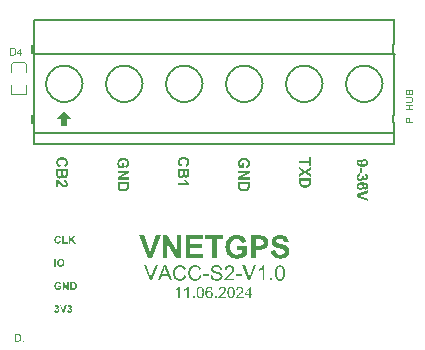
<source format=gto>
G04*
G04 #@! TF.GenerationSoftware,Altium Limited,Altium Designer,21.0.8 (223)*
G04*
G04 Layer_Color=65535*
%FSTAX24Y24*%
%MOIN*%
G70*
G04*
G04 #@! TF.SameCoordinates,54288C87-6C50-4DCC-9232-1D79D91570B4*
G04*
G04*
G04 #@! TF.FilePolarity,Positive*
G04*
G01*
G75*
%ADD10C,0.0070*%
%ADD11C,0.0070*%
%ADD12C,0.0079*%
%ADD13C,0.0039*%
%ADD14R,0.0397X0.0040*%
G36*
X065375Y049401D02*
X065125Y049151D01*
X065275D01*
Y048901D01*
X065475D01*
Y049151D01*
X065625D01*
X065375Y049401D01*
D02*
G37*
G36*
X065325Y047864D02*
X065332D01*
X06534Y047863D01*
X065349Y047862D01*
X065359Y04786D01*
X06537Y047858D01*
X065382Y047856D01*
X065394Y047852D01*
X065406Y047848D01*
X065418Y047844D01*
X06543Y047838D01*
X065442Y047831D01*
X065453Y047824D01*
X065463Y047816D01*
X065464Y047815D01*
X065465Y047813D01*
X065468Y047811D01*
X065471Y047807D01*
X065475Y047802D01*
X065479Y047796D01*
X065484Y047789D01*
X065489Y047781D01*
X065494Y047773D01*
X065499Y047763D01*
X065503Y047752D01*
X065507Y047741D01*
X065511Y047729D01*
X065513Y047716D01*
X065515Y047702D01*
X065515Y047688D01*
Y047681D01*
X065515Y047676D01*
X065514Y04767D01*
X065513Y047664D01*
X065512Y047656D01*
X065511Y047648D01*
X065508Y047639D01*
X065506Y04763D01*
X065502Y047621D01*
X065498Y047611D01*
X065494Y047602D01*
X065488Y047593D01*
X065482Y047584D01*
X065474Y047575D01*
Y047575D01*
X065473Y047574D01*
X065472Y047573D01*
X06547Y047571D01*
X065467Y047569D01*
X065464Y047567D01*
X065456Y047561D01*
X065447Y047555D01*
X065435Y047548D01*
X065421Y047542D01*
X065405Y047537D01*
X065387Y047612D01*
X065388D01*
X065388Y047613D01*
X06539D01*
X065392Y047614D01*
X065397Y047615D01*
X065403Y047618D01*
X065411Y047622D01*
X065419Y047627D01*
X065426Y047633D01*
X065433Y04764D01*
X065434Y047641D01*
X065436Y047644D01*
X065438Y047649D01*
X065442Y047655D01*
X065445Y047662D01*
X065448Y047671D01*
X06545Y047681D01*
X06545Y047692D01*
Y047696D01*
X06545Y047699D01*
X065449Y047702D01*
X065449Y047706D01*
X065447Y047716D01*
X065443Y047727D01*
X065437Y047738D01*
X065434Y047744D01*
X06543Y04775D01*
X065425Y047755D01*
X06542Y04776D01*
X065419D01*
X065418Y047761D01*
X065417Y047762D01*
X065414Y047764D01*
X065411Y047766D01*
X065407Y047768D01*
X065402Y04777D01*
X065396Y047773D01*
X06539Y047775D01*
X065383Y047777D01*
X065375Y04778D01*
X065366Y047782D01*
X065356Y047783D01*
X065346Y047785D01*
X065334Y047785D01*
X065322Y047786D01*
X065321D01*
X065318D01*
X065314D01*
X06531Y047785D01*
X065304D01*
X065297Y047784D01*
X06529Y047783D01*
X065282Y047782D01*
X065265Y047779D01*
X065248Y047775D01*
X06524Y047772D01*
X065232Y047768D01*
X065225Y047764D01*
X065219Y04776D01*
X065218Y047759D01*
X065218Y047759D01*
X065216Y047757D01*
X065214Y047755D01*
X06521Y04775D01*
X065204Y047742D01*
X065198Y047733D01*
X065194Y047721D01*
X06519Y047708D01*
X065189Y047701D01*
X065189Y047693D01*
Y047691D01*
X065189Y047688D01*
X06519Y047682D01*
X065191Y047675D01*
X065194Y047668D01*
X065197Y047659D01*
X065201Y04765D01*
X065208Y047641D01*
X065209Y04764D01*
X065212Y047638D01*
X065216Y047634D01*
X065223Y047629D01*
X065232Y047624D01*
X065242Y047619D01*
X065254Y047614D01*
X065269Y04761D01*
X065246Y047536D01*
X065246D01*
X065244Y047536D01*
X06524Y047537D01*
X065236Y047539D01*
X065231Y047541D01*
X065225Y047543D01*
X065218Y047546D01*
X065211Y047549D01*
X065197Y047557D01*
X065181Y047567D01*
X065167Y047579D01*
X06516Y047585D01*
X065154Y047592D01*
X065153Y047593D01*
X065153Y047594D01*
X065151Y047596D01*
X065149Y047599D01*
X065147Y047603D01*
X065145Y047608D01*
X065142Y047614D01*
X065139Y04762D01*
X065136Y047627D01*
X065133Y047634D01*
X065131Y047643D01*
X065129Y047651D01*
X065127Y047661D01*
X065125Y047671D01*
X065125Y047681D01*
X065124Y047693D01*
Y047696D01*
X065125Y0477D01*
X065125Y047705D01*
X065126Y047711D01*
X065127Y047719D01*
X065128Y047727D01*
X065131Y047736D01*
X065133Y047746D01*
X065137Y047756D01*
X065141Y047766D01*
X065146Y047776D01*
X065151Y047787D01*
X065158Y047797D01*
X065166Y047807D01*
X065175Y047816D01*
X065176Y047817D01*
X065177Y047818D01*
X065181Y047821D01*
X065185Y047824D01*
X06519Y047827D01*
X065196Y047831D01*
X065204Y047836D01*
X065212Y04784D01*
X065222Y047845D01*
X065232Y047849D01*
X065244Y047853D01*
X065257Y047857D01*
X06527Y04786D01*
X065284Y047862D01*
X0653Y047864D01*
X065316Y047864D01*
X065317D01*
X065317D01*
X065321D01*
X065325Y047864D01*
D02*
G37*
G36*
X065508Y047304D02*
X065508Y047294D01*
X065507Y047283D01*
X065507Y047272D01*
X065506Y047261D01*
X065505Y047252D01*
Y047251D01*
X065504Y047248D01*
X065503Y047245D01*
X065501Y047239D01*
X065499Y047233D01*
X065496Y047227D01*
X065493Y047219D01*
X065489Y047213D01*
X065488Y047212D01*
X065486Y04721D01*
X065484Y047207D01*
X06548Y047203D01*
X065476Y047198D01*
X06547Y047193D01*
X065464Y047188D01*
X065457Y047184D01*
X065456Y047183D01*
X065454Y047182D01*
X065449Y04718D01*
X065444Y047178D01*
X065437Y047176D01*
X06543Y047174D01*
X065422Y047172D01*
X065413Y047172D01*
X065412D01*
X065412D01*
X065408D01*
X065403Y047172D01*
X065397Y047174D01*
X065389Y047176D01*
X065381Y047178D01*
X065373Y047182D01*
X065364Y047187D01*
X065363Y047187D01*
X06536Y047189D01*
X065357Y047193D01*
X065352Y047196D01*
X065347Y047202D01*
X065341Y047209D01*
X065336Y047216D01*
X065331Y047225D01*
Y047224D01*
X06533Y047223D01*
X06533Y047222D01*
X065329Y047219D01*
X065327Y047213D01*
X065323Y047205D01*
X065318Y047197D01*
X065312Y047188D01*
X065305Y04718D01*
X065296Y047172D01*
X065295Y047171D01*
X065292Y047169D01*
X065287Y047166D01*
X065281Y047163D01*
X065272Y047159D01*
X065263Y047156D01*
X065252Y047154D01*
X06524Y047153D01*
X065239D01*
X065239D01*
X065235D01*
X06523Y047154D01*
X065224Y047155D01*
X065216Y047156D01*
X065207Y047158D01*
X065199Y047162D01*
X065189Y047165D01*
X065188Y047166D01*
X065186Y047168D01*
X065181Y04717D01*
X065176Y047174D01*
X065169Y047178D01*
X065163Y047184D01*
X065157Y04719D01*
X065151Y047198D01*
X06515Y047199D01*
X065149Y047202D01*
X065146Y047206D01*
X065143Y047212D01*
X06514Y04722D01*
X065137Y047229D01*
X065134Y047239D01*
X065133Y047249D01*
Y047252D01*
X065132Y047254D01*
Y047259D01*
X065132Y047263D01*
Y047273D01*
X065131Y04728D01*
Y047296D01*
X065131Y047306D01*
Y04747D01*
X065508D01*
Y047304D01*
D02*
G37*
G36*
X065134Y047113D02*
X065137Y047113D01*
X06514Y047112D01*
X065144Y047112D01*
X065154Y04711D01*
X065165Y047106D01*
X065177Y047102D01*
X06519Y047097D01*
X065203Y047089D01*
X065203D01*
X065204Y047088D01*
X065206Y047087D01*
X065209Y047085D01*
X065212Y047083D01*
X065216Y04708D01*
X065221Y047076D01*
X065227Y047071D01*
X065233Y047067D01*
X06524Y047061D01*
X065247Y047054D01*
X065256Y047046D01*
X065264Y047038D01*
X065273Y047029D01*
X065283Y047019D01*
X065293Y047008D01*
X065294Y047008D01*
X065295Y047006D01*
X065298Y047004D01*
X065301Y047D01*
X065304Y046996D01*
X065308Y046992D01*
X065318Y046982D01*
X065329Y046972D01*
X065339Y046962D01*
X065343Y046958D01*
X065348Y046954D01*
X065352Y04695D01*
X065355Y046948D01*
X065357Y046948D01*
X065359Y046946D01*
X065364Y046943D01*
X06537Y04694D01*
X065376Y046938D01*
X065384Y046935D01*
X065391Y046933D01*
X0654Y046933D01*
X0654D01*
X065401D01*
X065403D01*
X065408Y046933D01*
X065414Y046934D01*
X06542Y046936D01*
X065426Y046938D01*
X065432Y046942D01*
X065437Y046946D01*
X065438Y046946D01*
X06544Y046948D01*
X065442Y046951D01*
X065444Y046955D01*
X065446Y046961D01*
X065448Y046967D01*
X06545Y046974D01*
X06545Y046982D01*
Y046986D01*
X06545Y04699D01*
X065449Y046995D01*
X065447Y047001D01*
X065444Y047007D01*
X065441Y047013D01*
X065437Y047018D01*
X065436Y047019D01*
X065434Y047021D01*
X065431Y047023D01*
X065426Y047025D01*
X06542Y047028D01*
X065412Y04703D01*
X065402Y047032D01*
X065391Y047033D01*
X065399Y047105D01*
X065399D01*
X065401Y047105D01*
X065404D01*
X065408Y047104D01*
X065413Y047103D01*
X065419Y047101D01*
X065425Y0471D01*
X065432Y047098D01*
X065446Y047093D01*
X06546Y047086D01*
X065467Y047082D01*
X065473Y047077D01*
X065479Y047071D01*
X065484Y047065D01*
X065485Y047065D01*
X065485Y047064D01*
X065486Y047062D01*
X065489Y047059D01*
X06549Y047056D01*
X065493Y047052D01*
X065495Y047047D01*
X065497Y047042D01*
X0655Y047036D01*
X065502Y047029D01*
X065507Y047015D01*
X065509Y046998D01*
X06551Y04699D01*
X065511Y04698D01*
Y046975D01*
X06551Y046971D01*
X065509Y046966D01*
X065509Y046961D01*
X065508Y046955D01*
X065507Y046948D01*
X065503Y046934D01*
X065497Y04692D01*
X065494Y046912D01*
X06549Y046905D01*
X065485Y046898D01*
X06548Y046892D01*
X065479Y046892D01*
X065479Y046891D01*
X065477Y04689D01*
X065474Y046887D01*
X065472Y046885D01*
X065468Y046882D01*
X065464Y046879D01*
X065459Y046876D01*
X065448Y046871D01*
X065436Y046865D01*
X065429Y046863D01*
X065421Y046862D01*
X065413Y046861D01*
X065405Y04686D01*
X065403D01*
X0654D01*
X065395Y046861D01*
X065389Y046861D01*
X065382Y046862D01*
X065373Y046864D01*
X065365Y046866D01*
X065356Y046869D01*
X065355Y04687D01*
X065352Y046871D01*
X065347Y046873D01*
X065341Y046877D01*
X065334Y04688D01*
X065326Y046885D01*
X065317Y046891D01*
X065308Y046898D01*
X065307Y046899D01*
X065305Y046901D01*
X065301Y046904D01*
X065295Y046909D01*
X065289Y046916D01*
X06528Y046924D01*
X065271Y046934D01*
X065259Y046946D01*
X065259Y046946D01*
X065258Y046948D01*
X065257Y046949D01*
X065254Y046951D01*
X065249Y046957D01*
X065242Y046964D01*
X065235Y046972D01*
X065228Y046979D01*
X065222Y046985D01*
X065219Y046987D01*
X065217Y04699D01*
X065217Y04699D01*
X065216Y046991D01*
X065213Y046993D01*
X065211Y046995D01*
X065205Y047D01*
X065198Y047004D01*
Y04686D01*
X065131D01*
Y047114D01*
X065131D01*
X065132D01*
X065134Y047113D01*
D02*
G37*
G36*
X070239Y04355D02*
X070243D01*
X070248Y043549D01*
X070258Y043547D01*
X070269Y043544D01*
X070281Y04354D01*
X070293Y043534D01*
X070299Y04353D01*
X070305Y043525D01*
X070305Y043525D01*
X070306Y043524D01*
X070308Y043523D01*
X070309Y043521D01*
X070312Y043518D01*
X070314Y043515D01*
X07032Y043507D01*
X070326Y043498D01*
X070332Y043485D01*
X070337Y043472D01*
X07034Y043457D01*
X070293Y043453D01*
Y043453D01*
X070293Y043454D01*
X070292Y043457D01*
X070291Y043462D01*
X070289Y043468D01*
X070286Y043475D01*
X070283Y043481D01*
X070279Y043487D01*
X070275Y043492D01*
X070274Y043493D01*
X070272Y043495D01*
X070268Y043499D01*
X070263Y043502D01*
X070256Y043506D01*
X070248Y043509D01*
X070239Y043511D01*
X070229Y043512D01*
X070225D01*
X070221Y043512D01*
X070216Y043511D01*
X070209Y043509D01*
X070203Y043507D01*
X070196Y043504D01*
X07019Y0435D01*
X070189Y043499D01*
X070186Y043497D01*
X070182Y043493D01*
X070177Y043488D01*
X070172Y043481D01*
X070166Y043473D01*
X07016Y043464D01*
X070155Y043453D01*
Y043452D01*
X070154Y043451D01*
X070154Y043449D01*
X070153Y043447D01*
X070152Y043444D01*
X070151Y04344D01*
X07015Y043436D01*
X070149Y04343D01*
X070147Y043424D01*
X070146Y043418D01*
X070145Y043411D01*
X070144Y043403D01*
X070143Y043394D01*
X070143Y043386D01*
X070142Y043376D01*
Y043366D01*
X070143Y043366D01*
X070145Y04337D01*
X070149Y043374D01*
X070154Y04338D01*
X070159Y043386D01*
X070166Y043392D01*
X070174Y043398D01*
X070183Y043404D01*
X070183D01*
X070184Y043404D01*
X070187Y043406D01*
X070192Y043407D01*
X070198Y04341D01*
X070206Y043412D01*
X070215Y043414D01*
X070224Y043416D01*
X070234Y043416D01*
X070238D01*
X070242Y043416D01*
X070246Y043415D01*
X07025Y043415D01*
X070256Y043413D01*
X070261Y043412D01*
X070274Y043408D01*
X07028Y043405D01*
X070287Y043401D01*
X070293Y043398D01*
X070301Y043393D01*
X070307Y043388D01*
X070313Y043382D01*
X070314Y043381D01*
X070315Y04338D01*
X070316Y043378D01*
X070318Y043376D01*
X070321Y043372D01*
X070323Y043368D01*
X070326Y043363D01*
X070329Y043358D01*
X070333Y043352D01*
X070335Y043345D01*
X070338Y043338D01*
X070341Y04333D01*
X070343Y043322D01*
X070344Y043312D01*
X070345Y043303D01*
X070346Y043293D01*
Y043293D01*
Y043292D01*
Y04329D01*
Y043287D01*
X070345Y043284D01*
Y043281D01*
X070344Y043272D01*
X070342Y043262D01*
X070339Y043251D01*
X070335Y043239D01*
X07033Y043227D01*
Y043227D01*
X070329Y043226D01*
X070328Y043225D01*
X070327Y043222D01*
X070324Y043217D01*
X070319Y04321D01*
X070313Y043202D01*
X070306Y043194D01*
X070297Y043187D01*
X070288Y04318D01*
X070287D01*
X070287Y04318D01*
X070285Y043179D01*
X070283Y043178D01*
X070278Y043175D01*
X07027Y043173D01*
X070261Y043169D01*
X070251Y043167D01*
X070239Y043165D01*
X070227Y043164D01*
X070224D01*
X070221Y043165D01*
X070217D01*
X070212Y043166D01*
X070207Y043167D01*
X0702Y043168D01*
X070193Y04317D01*
X070186Y043172D01*
X070178Y043175D01*
X070171Y043178D01*
X070162Y043182D01*
X070155Y043187D01*
X070147Y043193D01*
X070139Y043199D01*
X070132Y043207D01*
X070132Y043208D01*
X070131Y043209D01*
X070129Y043211D01*
X070127Y043215D01*
X070124Y04322D01*
X070121Y043226D01*
X070118Y043233D01*
X070114Y04324D01*
X070111Y04325D01*
X070107Y04326D01*
X070104Y043271D01*
X070102Y043284D01*
X070099Y043298D01*
X070097Y043313D01*
X070096Y04333D01*
X070096Y043347D01*
Y043348D01*
Y043348D01*
Y04335D01*
Y043352D01*
X070096Y043358D01*
Y043365D01*
X070097Y043374D01*
X070098Y043384D01*
X070099Y043396D01*
X070101Y043408D01*
X070103Y043421D01*
X070106Y043435D01*
X070109Y043448D01*
X070113Y043461D01*
X070118Y043473D01*
X070123Y043485D01*
X070129Y043497D01*
X070136Y043507D01*
X070137Y043507D01*
X070138Y043508D01*
X07014Y043511D01*
X070143Y043514D01*
X070146Y043517D01*
X07015Y04352D01*
X070156Y043525D01*
X070161Y043529D01*
X070168Y043532D01*
X070175Y043537D01*
X070183Y04354D01*
X070191Y043544D01*
X070201Y043547D01*
X07021Y043549D01*
X070221Y04355D01*
X070232Y04355D01*
X070236D01*
X070239Y04355D01*
D02*
G37*
G36*
X071615Y043304D02*
X071666D01*
Y043262D01*
X071615D01*
Y043171D01*
X071568D01*
Y043262D01*
X071404D01*
Y043304D01*
X071577Y043549D01*
X071615D01*
Y043304D01*
D02*
G37*
G36*
X07126Y04355D02*
X071265Y043549D01*
X07127Y043549D01*
X071276Y043548D01*
X071282Y043547D01*
X071296Y043543D01*
X071311Y043537D01*
X071318Y043534D01*
X071325Y04353D01*
X071331Y043525D01*
X071337Y04352D01*
X071338Y043519D01*
X071339Y043519D01*
X07134Y043517D01*
X071342Y043514D01*
X071345Y043512D01*
X071348Y043508D01*
X07135Y043504D01*
X071354Y043499D01*
X071359Y043489D01*
X071365Y043476D01*
X071367Y043469D01*
X071368Y043461D01*
X071369Y043454D01*
X07137Y043446D01*
Y043445D01*
Y043442D01*
X071369Y043437D01*
X071368Y043431D01*
X071367Y043425D01*
X071365Y043417D01*
X071363Y043409D01*
X07136Y043401D01*
X071359Y0434D01*
X071358Y043397D01*
X071356Y043393D01*
X071353Y043387D01*
X071348Y04338D01*
X071343Y043372D01*
X071336Y043364D01*
X071329Y043354D01*
X071328Y043353D01*
X071325Y04335D01*
X071322Y043347D01*
X071319Y043345D01*
X071316Y043341D01*
X071312Y043337D01*
X071307Y043333D01*
X071302Y043328D01*
X071296Y043322D01*
X07129Y043316D01*
X071283Y04331D01*
X071275Y043303D01*
X071266Y043296D01*
X071258Y043288D01*
X071257Y043288D01*
X071256Y043287D01*
X071254Y043285D01*
X071251Y043283D01*
X071248Y04328D01*
X071244Y043276D01*
X071235Y043269D01*
X071226Y043261D01*
X071217Y043253D01*
X07121Y043246D01*
X071206Y043243D01*
X071204Y04324D01*
X071203Y04324D01*
X071201Y043238D01*
X071199Y043236D01*
X071196Y043233D01*
X071194Y043229D01*
X07119Y043225D01*
X071184Y043216D01*
X07137D01*
Y043171D01*
X07112D01*
Y043172D01*
Y043174D01*
Y043177D01*
X07112Y043181D01*
X071121Y043186D01*
X071122Y043192D01*
X071123Y043197D01*
X071125Y043203D01*
Y043204D01*
X071126Y043204D01*
X071127Y043208D01*
X071129Y043212D01*
X071132Y043219D01*
X071136Y043227D01*
X071142Y043235D01*
X071148Y043244D01*
X071156Y043253D01*
Y043254D01*
X071157Y043255D01*
X071159Y043258D01*
X071164Y043263D01*
X071171Y04327D01*
X07118Y043278D01*
X07119Y043288D01*
X071203Y043299D01*
X071216Y04331D01*
X071217Y043311D01*
X071219Y043312D01*
X071222Y043315D01*
X071226Y043318D01*
X071231Y043323D01*
X071237Y043328D01*
X071243Y043333D01*
X07125Y043339D01*
X071264Y043352D01*
X071277Y043365D01*
X071284Y043372D01*
X07129Y043378D01*
X071295Y043384D01*
X0713Y04339D01*
Y043391D01*
X071301Y043392D01*
X071302Y043393D01*
X071303Y043395D01*
X071307Y043401D01*
X071311Y043408D01*
X071315Y043417D01*
X071319Y043427D01*
X071321Y043437D01*
X071322Y043447D01*
Y043447D01*
Y043448D01*
X071322Y043451D01*
X071321Y043457D01*
X071319Y043463D01*
X071317Y04347D01*
X071313Y043478D01*
X071308Y043485D01*
X071302Y043493D01*
X071301Y043494D01*
X071298Y043496D01*
X071294Y043499D01*
X071288Y043503D01*
X071281Y043506D01*
X071272Y04351D01*
X071261Y043512D01*
X07125Y043512D01*
X071247D01*
X071245Y043512D01*
X071238Y043511D01*
X07123Y04351D01*
X071222Y043507D01*
X071213Y043504D01*
X071204Y043499D01*
X071196Y043492D01*
X071195Y043491D01*
X071193Y043488D01*
X071189Y043484D01*
X071186Y043477D01*
X071182Y04347D01*
X071179Y04346D01*
X071177Y043449D01*
X071176Y043436D01*
X071128Y043441D01*
Y043442D01*
X071129Y043443D01*
Y043446D01*
X071129Y04345D01*
X07113Y043454D01*
X071132Y043459D01*
X071133Y043465D01*
X071135Y043471D01*
X071139Y043484D01*
X071146Y043498D01*
X07115Y043504D01*
X071154Y043511D01*
X071159Y043517D01*
X071165Y043522D01*
X071165Y043523D01*
X071166Y043523D01*
X071168Y043525D01*
X071171Y043526D01*
X071174Y043529D01*
X071178Y043531D01*
X071182Y043534D01*
X071188Y043536D01*
X071194Y043539D01*
X0712Y043542D01*
X071207Y043544D01*
X071215Y043546D01*
X071223Y043548D01*
X071232Y043549D01*
X071241Y04355D01*
X071251Y04355D01*
X071257D01*
X07126Y04355D01*
D02*
G37*
G36*
X070673D02*
X070677Y043549D01*
X070683Y043549D01*
X070689Y043548D01*
X070695Y043547D01*
X070709Y043543D01*
X070723Y043537D01*
X07073Y043534D01*
X070737Y04353D01*
X070744Y043525D01*
X07075Y04352D01*
X07075Y043519D01*
X070752Y043519D01*
X070753Y043517D01*
X070755Y043514D01*
X070758Y043512D01*
X07076Y043508D01*
X070763Y043504D01*
X070766Y043499D01*
X070772Y043489D01*
X070777Y043476D01*
X070779Y043469D01*
X07078Y043461D01*
X070782Y043454D01*
X070782Y043446D01*
Y043445D01*
Y043442D01*
X070782Y043437D01*
X070781Y043431D01*
X07078Y043425D01*
X070778Y043417D01*
X070776Y043409D01*
X070772Y043401D01*
X070772Y0434D01*
X070771Y043397D01*
X070768Y043393D01*
X070765Y043387D01*
X070761Y04338D01*
X070755Y043372D01*
X070749Y043364D01*
X070741Y043354D01*
X07074Y043353D01*
X070737Y04335D01*
X070735Y043347D01*
X070732Y043345D01*
X070729Y043341D01*
X070724Y043337D01*
X07072Y043333D01*
X070714Y043328D01*
X070709Y043322D01*
X070702Y043316D01*
X070695Y04331D01*
X070688Y043303D01*
X070679Y043296D01*
X07067Y043288D01*
X07067Y043288D01*
X070669Y043287D01*
X070666Y043285D01*
X070664Y043283D01*
X07066Y04328D01*
X070656Y043276D01*
X070648Y043269D01*
X070638Y043261D01*
X07063Y043253D01*
X070622Y043246D01*
X070619Y043243D01*
X070616Y04324D01*
X070616Y04324D01*
X070614Y043238D01*
X070612Y043236D01*
X070609Y043233D01*
X070606Y043229D01*
X070603Y043225D01*
X070596Y043216D01*
X070783D01*
Y043171D01*
X070532D01*
Y043172D01*
Y043174D01*
Y043177D01*
X070533Y043181D01*
X070533Y043186D01*
X070534Y043192D01*
X070535Y043197D01*
X070537Y043203D01*
Y043204D01*
X070538Y043204D01*
X070539Y043208D01*
X070541Y043212D01*
X070545Y043219D01*
X070549Y043227D01*
X070554Y043235D01*
X07056Y043244D01*
X070568Y043253D01*
Y043254D01*
X070569Y043255D01*
X070572Y043258D01*
X070577Y043263D01*
X070584Y04327D01*
X070592Y043278D01*
X070602Y043288D01*
X070615Y043299D01*
X070629Y04331D01*
X070629Y043311D01*
X070631Y043312D01*
X070635Y043315D01*
X070638Y043318D01*
X070643Y043323D01*
X070649Y043328D01*
X070655Y043333D01*
X070663Y043339D01*
X070676Y043352D01*
X07069Y043365D01*
X070696Y043372D01*
X070702Y043378D01*
X070708Y043384D01*
X070712Y04339D01*
Y043391D01*
X070713Y043392D01*
X070714Y043393D01*
X070715Y043395D01*
X070719Y043401D01*
X070724Y043408D01*
X070727Y043417D01*
X070731Y043427D01*
X070733Y043437D01*
X070735Y043447D01*
Y043447D01*
Y043448D01*
X070734Y043451D01*
X070733Y043457D01*
X070732Y043463D01*
X07073Y04347D01*
X070726Y043478D01*
X070721Y043485D01*
X070714Y043493D01*
X070713Y043494D01*
X070711Y043496D01*
X070707Y043499D01*
X070701Y043503D01*
X070693Y043506D01*
X070684Y04351D01*
X070674Y043512D01*
X070663Y043512D01*
X070659D01*
X070657Y043512D01*
X070651Y043511D01*
X070643Y04351D01*
X070635Y043507D01*
X070625Y043504D01*
X070617Y043499D01*
X070608Y043492D01*
X070607Y043491D01*
X070605Y043488D01*
X070602Y043484D01*
X070599Y043477D01*
X070595Y04347D01*
X070592Y04346D01*
X070589Y043449D01*
X070588Y043436D01*
X070541Y043441D01*
Y043442D01*
X070541Y043443D01*
Y043446D01*
X070542Y04345D01*
X070543Y043454D01*
X070544Y043459D01*
X070546Y043465D01*
X070547Y043471D01*
X070552Y043484D01*
X070558Y043498D01*
X070562Y043504D01*
X070567Y043511D01*
X070572Y043517D01*
X070577Y043522D01*
X070578Y043523D01*
X070579Y043523D01*
X070581Y043525D01*
X070583Y043526D01*
X070587Y043529D01*
X07059Y043531D01*
X070595Y043534D01*
X0706Y043536D01*
X070606Y043539D01*
X070613Y043542D01*
X07062Y043544D01*
X070628Y043546D01*
X070636Y043548D01*
X070644Y043549D01*
X070654Y04355D01*
X070664Y04355D01*
X070669D01*
X070673Y04355D01*
D02*
G37*
G36*
X070471Y043171D02*
X070418D01*
Y043224D01*
X070471D01*
Y043171D01*
D02*
G37*
G36*
X069736D02*
X069684D01*
Y043224D01*
X069736D01*
Y043171D01*
D02*
G37*
G36*
X069538D02*
X069492D01*
Y043466D01*
X069491Y043466D01*
X069489Y043464D01*
X069485Y04346D01*
X06948Y043457D01*
X069474Y043452D01*
X069466Y043446D01*
X069457Y04344D01*
X069448Y043434D01*
X069447D01*
X069447Y043434D01*
X069443Y043431D01*
X069438Y043429D01*
X069431Y043425D01*
X069424Y043422D01*
X069415Y043418D01*
X069407Y043414D01*
X069399Y043411D01*
Y043455D01*
X0694D01*
X069401Y043457D01*
X069403Y043457D01*
X069406Y043459D01*
X069409Y04346D01*
X069413Y043463D01*
X069422Y043468D01*
X069433Y043474D01*
X069444Y043482D01*
X069455Y04349D01*
X069467Y0435D01*
X069467Y0435D01*
X069468Y043501D01*
X069469Y043502D01*
X069472Y043504D01*
X069477Y04351D01*
X069483Y043516D01*
X06949Y043524D01*
X069497Y043532D01*
X069503Y043541D01*
X069508Y04355D01*
X069538D01*
Y043171D01*
D02*
G37*
G36*
X069245D02*
X069198D01*
Y043466D01*
X069198Y043466D01*
X069195Y043464D01*
X069192Y04346D01*
X069186Y043457D01*
X06918Y043452D01*
X069172Y043446D01*
X069164Y04344D01*
X069154Y043434D01*
X069153D01*
X069153Y043434D01*
X06915Y043431D01*
X069144Y043429D01*
X069138Y043425D01*
X06913Y043422D01*
X069122Y043418D01*
X069113Y043414D01*
X069105Y043411D01*
Y043455D01*
X069106D01*
X069107Y043457D01*
X069109Y043457D01*
X069112Y043459D01*
X069115Y04346D01*
X069119Y043463D01*
X069128Y043468D01*
X069139Y043474D01*
X06915Y043482D01*
X069162Y04349D01*
X069173Y0435D01*
X069174Y0435D01*
X069174Y043501D01*
X069176Y043502D01*
X069178Y043504D01*
X069183Y04351D01*
X069189Y043516D01*
X069196Y043524D01*
X069203Y043532D01*
X069209Y043541D01*
X069215Y04355D01*
X069245D01*
Y043171D01*
D02*
G37*
G36*
X070967Y04355D02*
X070974Y043549D01*
X070982Y043547D01*
X070991Y043545D01*
X071Y043542D01*
X071009Y043538D01*
X071009D01*
X07101Y043537D01*
X071012Y043536D01*
X071017Y043533D01*
X071022Y043529D01*
X071028Y043524D01*
X071035Y043518D01*
X071041Y043511D01*
X071047Y043502D01*
X071047Y043501D01*
X07105Y043499D01*
X071052Y043494D01*
X071056Y043487D01*
X071059Y043478D01*
X071063Y043469D01*
X071067Y043458D01*
X07107Y043446D01*
Y043446D01*
X071071Y043445D01*
X071071Y043443D01*
X071072Y04344D01*
X071073Y043437D01*
X071073Y043433D01*
X071074Y043428D01*
X071075Y043423D01*
X071076Y043417D01*
X071076Y04341D01*
X071077Y043403D01*
X071078Y043395D01*
X071079Y043386D01*
Y043377D01*
X071079Y043368D01*
Y043357D01*
Y043357D01*
Y043354D01*
Y043351D01*
Y043346D01*
X071079Y04334D01*
Y043334D01*
X071078Y043327D01*
X071077Y043319D01*
X071076Y043301D01*
X071073Y043283D01*
X07107Y043266D01*
X071068Y043258D01*
X071065Y04325D01*
Y043249D01*
X071064Y043248D01*
X071063Y043246D01*
X071062Y043243D01*
X071061Y043239D01*
X071059Y043235D01*
X071055Y043226D01*
X071049Y043216D01*
X071042Y043205D01*
X071034Y043196D01*
X071024Y043186D01*
X071023D01*
X071023Y043185D01*
X071021Y043184D01*
X071019Y043183D01*
X071016Y043181D01*
X071014Y043179D01*
X071005Y043175D01*
X070996Y043172D01*
X070984Y043168D01*
X07097Y043166D01*
X070956Y043164D01*
X07095D01*
X070946Y043165D01*
X070942Y043166D01*
X070937Y043167D01*
X070931Y043168D01*
X070924Y043169D01*
X070917Y043172D01*
X07091Y043174D01*
X070903Y043177D01*
X070896Y043181D01*
X070889Y043185D01*
X070882Y043191D01*
X070875Y043197D01*
X070869Y043203D01*
X070869Y043204D01*
X070868Y043205D01*
X070866Y043208D01*
X070863Y043212D01*
X070861Y043217D01*
X070858Y043224D01*
X070854Y043232D01*
X070851Y04324D01*
X070848Y04325D01*
X070844Y043262D01*
X070841Y043274D01*
X070838Y043288D01*
X070836Y043304D01*
X070834Y04332D01*
X070833Y043338D01*
X070832Y043357D01*
Y043358D01*
Y04336D01*
Y043364D01*
Y043368D01*
X070833Y043374D01*
Y043381D01*
X070833Y043388D01*
X070834Y043396D01*
X070836Y043413D01*
X070838Y043431D01*
X070842Y043449D01*
X070844Y043457D01*
X070846Y043465D01*
Y043466D01*
X070847Y043467D01*
X070848Y043469D01*
X070849Y043472D01*
X07085Y043476D01*
X070852Y043479D01*
X070856Y043489D01*
X070862Y043499D01*
X070869Y043509D01*
X070877Y043519D01*
X070887Y043528D01*
X070887D01*
X070888Y043529D01*
X07089Y04353D01*
X070892Y043531D01*
X070895Y043534D01*
X070898Y043535D01*
X070906Y04354D01*
X070916Y043543D01*
X070927Y043547D01*
X070941Y043549D01*
X070956Y04355D01*
X070961D01*
X070967Y04355D01*
D02*
G37*
G36*
X069939D02*
X069946Y043549D01*
X069954Y043547D01*
X069963Y043545D01*
X069972Y043542D01*
X069981Y043538D01*
X069981D01*
X069982Y043537D01*
X069984Y043536D01*
X069989Y043533D01*
X069994Y043529D01*
X07Y043524D01*
X070007Y043518D01*
X070013Y043511D01*
X070019Y043502D01*
X070019Y043501D01*
X070022Y043499D01*
X070024Y043494D01*
X070028Y043487D01*
X070031Y043478D01*
X070035Y043469D01*
X070039Y043458D01*
X070042Y043446D01*
Y043446D01*
X070043Y043445D01*
X070043Y043443D01*
X070044Y04344D01*
X070044Y043437D01*
X070045Y043433D01*
X070046Y043428D01*
X070047Y043423D01*
X070048Y043417D01*
X070048Y04341D01*
X070049Y043403D01*
X07005Y043395D01*
X07005Y043386D01*
Y043377D01*
X070051Y043368D01*
Y043357D01*
Y043357D01*
Y043354D01*
Y043351D01*
Y043346D01*
X07005Y04334D01*
Y043334D01*
X07005Y043327D01*
X070049Y043319D01*
X070048Y043301D01*
X070045Y043283D01*
X070042Y043266D01*
X07004Y043258D01*
X070037Y04325D01*
Y043249D01*
X070036Y043248D01*
X070035Y043246D01*
X070034Y043243D01*
X070033Y043239D01*
X070031Y043235D01*
X070026Y043226D01*
X070021Y043216D01*
X070014Y043205D01*
X070006Y043196D01*
X069996Y043186D01*
X069995D01*
X069995Y043185D01*
X069993Y043184D01*
X069991Y043183D01*
X069988Y043181D01*
X069985Y043179D01*
X069977Y043175D01*
X069967Y043172D01*
X069956Y043168D01*
X069942Y043166D01*
X069928Y043164D01*
X069922D01*
X069918Y043165D01*
X069914Y043166D01*
X069908Y043167D01*
X069902Y043168D01*
X069896Y043169D01*
X069889Y043172D01*
X069882Y043174D01*
X069875Y043177D01*
X069868Y043181D01*
X069861Y043185D01*
X069854Y043191D01*
X069847Y043197D01*
X069841Y043203D01*
X069841Y043204D01*
X06984Y043205D01*
X069838Y043208D01*
X069835Y043212D01*
X069833Y043217D01*
X06983Y043224D01*
X069826Y043232D01*
X069823Y04324D01*
X069819Y04325D01*
X069816Y043262D01*
X069813Y043274D01*
X06981Y043288D01*
X069807Y043304D01*
X069806Y04332D01*
X069805Y043338D01*
X069804Y043357D01*
Y043358D01*
Y04336D01*
Y043364D01*
Y043368D01*
X069805Y043374D01*
Y043381D01*
X069805Y043388D01*
X069806Y043396D01*
X069807Y043413D01*
X06981Y043431D01*
X069813Y043449D01*
X069816Y043457D01*
X069818Y043465D01*
Y043466D01*
X069818Y043467D01*
X069819Y043469D01*
X069821Y043472D01*
X069822Y043476D01*
X069824Y043479D01*
X069828Y043489D01*
X069834Y043499D01*
X069841Y043509D01*
X069849Y043519D01*
X069859Y043528D01*
X069859D01*
X06986Y043529D01*
X069862Y04353D01*
X069864Y043531D01*
X069866Y043534D01*
X06987Y043535D01*
X069878Y04354D01*
X069888Y043543D01*
X069899Y043547D01*
X069913Y043549D01*
X069928Y04355D01*
X069933D01*
X069939Y04355D01*
D02*
G37*
G36*
X076962Y050119D02*
X076966Y050118D01*
X076971Y050117D01*
X076977Y050116D01*
X076983Y050114D01*
X076988Y050111D01*
X076989Y050111D01*
X076991Y05011D01*
X076993Y050108D01*
X076997Y050106D01*
X077001Y050103D01*
X077005Y0501D01*
X077009Y050097D01*
X077012Y050093D01*
X077012Y050092D01*
X077013Y050091D01*
X077015Y050088D01*
X077016Y050085D01*
X077019Y050081D01*
X077021Y050076D01*
X077023Y050071D01*
X077024Y050065D01*
Y050064D01*
X077025Y050062D01*
X077025Y050058D01*
X077026Y050054D01*
X077027Y050048D01*
X077028Y050041D01*
X077028Y050033D01*
X077028Y050025D01*
Y049929D01*
X076777D01*
Y050028D01*
X076777Y05003D01*
Y050033D01*
X076778Y05004D01*
X076778Y050047D01*
X07678Y050054D01*
X076782Y050062D01*
X076784Y050069D01*
Y050069D01*
X076785Y05007D01*
X076786Y050072D01*
X076787Y050075D01*
X07679Y050079D01*
X076793Y050083D01*
X076797Y050088D01*
X076802Y050092D01*
X076808Y050096D01*
X076809Y050097D01*
X076811Y050098D01*
X076814Y0501D01*
X076818Y050101D01*
X076823Y050103D01*
X076829Y050105D01*
X076835Y050106D01*
X076841Y050107D01*
X076842D01*
X076843D01*
X076847Y050106D01*
X076851Y050105D01*
X076856Y050104D01*
X076861Y050103D01*
X076866Y0501D01*
X076871Y050097D01*
X076872Y050097D01*
X076873Y050096D01*
X076876Y050094D01*
X076879Y050091D01*
X076883Y050087D01*
X076887Y050083D01*
X07689Y050077D01*
X076894Y050071D01*
Y050072D01*
X076894Y050072D01*
X076895Y050073D01*
X076896Y050075D01*
X076897Y050079D01*
X0769Y050084D01*
X076903Y05009D01*
X076907Y050096D01*
X076912Y050101D01*
X076917Y050107D01*
X076918Y050107D01*
X07692Y050108D01*
X076924Y050111D01*
X076928Y050113D01*
X076934Y050115D01*
X07694Y050117D01*
X076947Y050119D01*
X076955Y050119D01*
X076956D01*
X076956D01*
X076958D01*
X076962Y050119D01*
D02*
G37*
G36*
X076932Y049874D02*
X076935D01*
X07694Y049874D01*
X076944Y049873D01*
X076954Y049872D01*
X076964Y049871D01*
X076974Y049868D01*
X076979Y049867D01*
X076983Y049866D01*
X076983D01*
X076984Y049865D01*
X076985Y049864D01*
X076987Y049864D01*
X076991Y049862D01*
X076996Y049858D01*
X077001Y049854D01*
X077007Y049849D01*
X077013Y049842D01*
X077019Y049834D01*
Y049834D01*
X07702Y049833D01*
X07702Y049832D01*
X077021Y04983D01*
X077022Y049828D01*
X077023Y049825D01*
X077024Y049822D01*
X077026Y049819D01*
X077027Y049815D01*
X077028Y04981D01*
X077029Y049805D01*
X077031Y0498D01*
X077031Y049795D01*
X077032Y049789D01*
X077033Y049776D01*
Y049772D01*
X077032Y04977D01*
Y049767D01*
X077032Y049763D01*
X077032Y049759D01*
X077031Y049755D01*
X07703Y049746D01*
X077028Y049736D01*
X077025Y049727D01*
X077021Y049718D01*
Y049717D01*
X07702Y049717D01*
X077019Y049716D01*
X077019Y049714D01*
X077016Y04971D01*
X077012Y049705D01*
X077007Y0497D01*
X077001Y049695D01*
X076993Y04969D01*
X076985Y049686D01*
X076985D01*
X076984Y049685D01*
X076983Y049685D01*
X076981Y049684D01*
X076979Y049684D01*
X076976Y049683D01*
X076973Y049682D01*
X076969Y049681D01*
X076964Y04968D01*
X07696Y049679D01*
X076954Y049678D01*
X076949Y049678D01*
X076943Y049677D01*
X076936Y049677D01*
X076929Y049676D01*
X076922D01*
X076777D01*
Y04971D01*
X076922D01*
X076922D01*
X076924D01*
X076925D01*
X076928D01*
X07693Y04971D01*
X076933D01*
X07694Y04971D01*
X076948Y049711D01*
X076956Y049712D01*
X076964Y049714D01*
X076967Y049714D01*
X076971Y049716D01*
X076971Y049716D01*
X076973Y049717D01*
X076976Y049718D01*
X076979Y049721D01*
X076983Y049723D01*
X076987Y049727D01*
X076991Y049731D01*
X076994Y049736D01*
X076995Y049737D01*
X076996Y049739D01*
X076997Y049742D01*
X076998Y049747D01*
X077Y049752D01*
X077001Y049758D01*
X077002Y049765D01*
X077003Y049773D01*
Y049776D01*
X077002Y049779D01*
Y049782D01*
X077002Y049785D01*
X077Y049793D01*
X076999Y049802D01*
X076996Y04981D01*
X076992Y049818D01*
X076989Y049822D01*
X076986Y049825D01*
X076986Y049826D01*
X076985Y049826D01*
X076984Y049827D01*
X076983Y049828D01*
X076981Y049829D01*
X076979Y04983D01*
X076975Y049832D01*
X076972Y049833D01*
X076968Y049835D01*
X076963Y049836D01*
X076958Y049837D01*
X076952Y049838D01*
X076945Y049839D01*
X076938Y04984D01*
X07693Y049841D01*
X076922D01*
X076777D01*
Y049874D01*
X076922D01*
X076922D01*
X076924D01*
X076926D01*
X076928D01*
X076932Y049874D01*
D02*
G37*
G36*
X077028Y049587D02*
X07691D01*
Y049456D01*
X077028D01*
Y049423D01*
X076777D01*
Y049456D01*
X07688D01*
Y049587D01*
X076777D01*
Y04962D01*
X077028D01*
Y049587D01*
D02*
G37*
G36*
X077098Y049193D02*
X077076D01*
Y049398D01*
X077098D01*
Y049193D01*
D02*
G37*
G36*
X076855Y049183D02*
X076858Y049183D01*
X076861Y049182D01*
X076865Y049182D01*
X076869Y049181D01*
X076877Y049178D01*
X076881Y049177D01*
X076886Y049175D01*
X076891Y049172D01*
X076895Y04917D01*
X0769Y049166D01*
X076904Y049163D01*
X076904Y049162D01*
X076905Y049162D01*
X076906Y04916D01*
X076907Y049159D01*
X076909Y049156D01*
X076911Y049154D01*
X076913Y04915D01*
X076915Y049146D01*
X076917Y049141D01*
X076919Y049136D01*
X076921Y04913D01*
X076922Y049123D01*
X076924Y049116D01*
X076925Y049108D01*
X076926Y049099D01*
X076926Y049089D01*
Y049025D01*
X077028D01*
Y048991D01*
X076777D01*
Y049095D01*
X076777Y0491D01*
X076777Y049106D01*
X076778Y049113D01*
X076778Y049119D01*
X076779Y049124D01*
Y049125D01*
X07678Y049128D01*
X076781Y049131D01*
X076782Y049135D01*
X076783Y04914D01*
X076786Y049145D01*
X076788Y049151D01*
X076791Y049155D01*
X076791Y049156D01*
X076793Y049158D01*
X076795Y04916D01*
X076797Y049163D01*
X076801Y049166D01*
X076805Y049169D01*
X07681Y049173D01*
X076815Y049176D01*
X076816Y049176D01*
X076818Y049177D01*
X076821Y049178D01*
X076825Y04918D01*
X07683Y049181D01*
X076836Y049182D01*
X076843Y049183D01*
X07685Y049183D01*
X07685D01*
X076851D01*
X076853D01*
X076855Y049183D01*
D02*
G37*
G36*
X075407Y047799D02*
X075412Y047798D01*
X075418Y047798D01*
X075424Y047796D01*
X075431Y047795D01*
X075446Y047791D01*
X075454Y047788D01*
X075462Y047785D01*
X075469Y047781D01*
X075477Y047776D01*
X075484Y047771D01*
X075491Y047765D01*
X075492Y047765D01*
X075493Y047764D01*
X075494Y047762D01*
X075496Y047759D01*
X075499Y047756D01*
X075502Y047752D01*
X075505Y047747D01*
X075509Y047741D01*
X075512Y047736D01*
X075515Y047729D01*
X075518Y047722D01*
X075521Y047714D01*
X075523Y047706D01*
X075525Y047697D01*
X075526Y047688D01*
X075526Y047679D01*
Y047676D01*
X075526Y047673D01*
Y047669D01*
X075525Y047664D01*
X075524Y047658D01*
X075523Y047652D01*
X075521Y047645D01*
X075518Y047638D01*
X075516Y04763D01*
X075512Y047622D01*
X075507Y047614D01*
X075502Y047606D01*
X075496Y047599D01*
X075489Y047591D01*
X075482Y047584D01*
X075481Y047584D01*
X07548Y047582D01*
X075477Y047581D01*
X075473Y047578D01*
X075468Y047575D01*
X075462Y047572D01*
X075455Y047569D01*
X075447Y047566D01*
X075437Y047562D01*
X075426Y047558D01*
X075414Y047556D01*
X075401Y047553D01*
X075386Y04755D01*
X07537Y047549D01*
X075353Y047547D01*
X075335Y047547D01*
X075334D01*
X075334D01*
X075332D01*
X07533D01*
X075325D01*
X075318Y047547D01*
X075309Y047548D01*
X075299Y047549D01*
X075289Y04755D01*
X075278Y047552D01*
X075265Y047554D01*
X075253Y047556D01*
X07524Y047559D01*
X075228Y047563D01*
X075216Y047568D01*
X075205Y047573D01*
X075195Y047579D01*
X075185Y047586D01*
X075185Y047586D01*
X075183Y047587D01*
X075181Y04759D01*
X075178Y047593D01*
X075175Y047597D01*
X07517Y047601D01*
X075167Y047606D01*
X075162Y047612D01*
X075158Y047619D01*
X075154Y047627D01*
X07515Y047635D01*
X075146Y047644D01*
X075144Y047653D01*
X075142Y047663D01*
X07514Y047674D01*
X075139Y047685D01*
Y047689D01*
X07514Y047692D01*
Y047696D01*
X07514Y0477D01*
X075142Y047711D01*
X075145Y047722D01*
X075149Y047734D01*
X075155Y047746D01*
X075158Y047751D01*
X075163Y047757D01*
X075163Y047757D01*
X075164Y047758D01*
X075166Y047759D01*
X075167Y047761D01*
X07517Y047763D01*
X075173Y047766D01*
X075177Y047768D01*
X07518Y047771D01*
X075185Y047774D01*
X07519Y047777D01*
X075196Y04778D01*
X075203Y047783D01*
X075209Y047786D01*
X075217Y047788D01*
X075225Y04779D01*
X075233Y047792D01*
X075241Y047722D01*
X07524D01*
X075238Y047721D01*
X075234Y047721D01*
X075229Y047719D01*
X075224Y047717D01*
X075219Y047715D01*
X075214Y047712D01*
X075209Y047709D01*
X075209Y047708D01*
X075208Y047706D01*
X075206Y047704D01*
X075204Y047701D01*
X075203Y047697D01*
X075201Y047692D01*
X0752Y047686D01*
X075199Y04768D01*
Y047679D01*
X0752Y047676D01*
X075201Y047673D01*
X075202Y047667D01*
X075204Y047661D01*
X075208Y047655D01*
X075213Y047649D01*
X07522Y047642D01*
X075221Y047642D01*
X075222Y047641D01*
X075224Y04764D01*
X075226Y047639D01*
X075229Y047637D01*
X075233Y047636D01*
X075238Y047634D01*
X075244Y047632D01*
X07525Y04763D01*
X075257Y047629D01*
X075264Y047627D01*
X075273Y047626D01*
X075283Y047624D01*
X075294Y047623D01*
X075305Y047622D01*
X075305Y047623D01*
X075304Y047623D01*
X075303Y047625D01*
X0753Y047627D01*
X075298Y04763D01*
X075296Y047633D01*
X07529Y047641D01*
X075284Y047651D01*
X075279Y047663D01*
X075276Y047669D01*
X075275Y047676D01*
X075274Y047683D01*
X075274Y047691D01*
Y047695D01*
X075274Y047698D01*
X075275Y047702D01*
X075275Y047706D01*
X075278Y047717D01*
X075282Y047729D01*
X075285Y047735D01*
X075288Y047741D01*
X075292Y047748D01*
X075297Y047754D01*
X075302Y047761D01*
X075308Y047767D01*
X075309Y047768D01*
X07531Y047769D01*
X075312Y04777D01*
X075314Y047772D01*
X075318Y047775D01*
X075322Y047777D01*
X075327Y04778D01*
X075332Y047783D01*
X075338Y047786D01*
X075345Y047789D01*
X075352Y047792D01*
X075361Y047794D01*
X075369Y047796D01*
X075378Y047798D01*
X075388Y047799D01*
X075398Y047799D01*
X075398D01*
X0754D01*
X075403D01*
X075407Y047799D01*
D02*
G37*
G36*
X07532Y04735D02*
X075247D01*
Y047493D01*
X07532D01*
Y04735D01*
D02*
G37*
G36*
X075255Y047257D02*
X075254D01*
X075254D01*
X07525Y047256D01*
X075245Y047255D01*
X075239Y047254D01*
X075233Y047251D01*
X075226Y047248D01*
X075219Y047244D01*
X075213Y047239D01*
X075213Y047238D01*
X075211Y047236D01*
X075209Y047233D01*
X075207Y047229D01*
X075204Y047224D01*
X075202Y047218D01*
X0752Y047211D01*
X075199Y047204D01*
Y047202D01*
X0752Y0472D01*
X075201Y047196D01*
X075202Y04719D01*
X075204Y047184D01*
X075207Y047178D01*
X075211Y047172D01*
X075216Y047166D01*
X075217Y047165D01*
X07522Y047163D01*
X075223Y047161D01*
X075228Y047158D01*
X075235Y047155D01*
X075243Y047152D01*
X075252Y047151D01*
X075263Y04715D01*
X075263D01*
X075264D01*
X075267D01*
X075272Y047151D01*
X075279Y047152D01*
X075286Y047154D01*
X075293Y047157D01*
X0753Y04716D01*
X075306Y047165D01*
X075307Y047166D01*
X075309Y047168D01*
X075312Y047171D01*
X075315Y047175D01*
X075318Y047181D01*
X07532Y047187D01*
X075322Y047193D01*
X075323Y047201D01*
Y047206D01*
X075322Y04721D01*
X075322Y047215D01*
X075321Y047221D01*
X075319Y047227D01*
X075317Y047234D01*
X075376Y047226D01*
Y047222D01*
X075376Y047216D01*
X075377Y04721D01*
X075379Y047202D01*
X075381Y047195D01*
X075384Y047188D01*
X075388Y047181D01*
X075389Y047181D01*
X075391Y047178D01*
X075394Y047176D01*
X075398Y047173D01*
X075403Y04717D01*
X075409Y047167D01*
X075416Y047166D01*
X075424Y047165D01*
X075425D01*
X075428D01*
X075431Y047166D01*
X075435Y047167D01*
X07544Y047168D01*
X075445Y04717D01*
X075451Y047173D01*
X075455Y047177D01*
X075456Y047177D01*
X075457Y047179D01*
X075459Y047181D01*
X075461Y047185D01*
X075463Y047189D01*
X075465Y047194D01*
X075466Y047201D01*
X075466Y047207D01*
Y047211D01*
X075466Y047214D01*
X075465Y047218D01*
X075463Y047223D01*
X075461Y047229D01*
X075458Y047234D01*
X075453Y047239D01*
X075453Y04724D01*
X075451Y047241D01*
X075448Y047243D01*
X075444Y047246D01*
X075439Y047249D01*
X075432Y047251D01*
X075424Y047253D01*
X075416Y047255D01*
X075427Y047321D01*
X075427D01*
X075428Y047321D01*
X07543D01*
X075433Y04732D01*
X075439Y047319D01*
X075447Y047317D01*
X075456Y047313D01*
X075465Y04731D01*
X075474Y047306D01*
X075482Y047301D01*
X075483Y0473D01*
X075485Y047298D01*
X075489Y047295D01*
X075494Y04729D01*
X075499Y047285D01*
X075504Y047278D01*
X07551Y04727D01*
X075514Y047261D01*
Y047261D01*
X075515Y04726D01*
X075516Y047257D01*
X075518Y047252D01*
X07552Y047245D01*
X075523Y047237D01*
X075525Y047227D01*
X075526Y047217D01*
X075526Y047205D01*
Y0472D01*
X075526Y047196D01*
X075525Y047192D01*
X075525Y047187D01*
X075524Y047181D01*
X075522Y047175D01*
X075518Y047161D01*
X075516Y047154D01*
X075512Y047146D01*
X075508Y047139D01*
X075504Y047133D01*
X075498Y047125D01*
X075492Y047119D01*
X075492Y047119D01*
X075491Y047118D01*
X075489Y047117D01*
X075487Y047115D01*
X075482Y047111D01*
X075474Y047106D01*
X075465Y047101D01*
X075454Y047097D01*
X075442Y047094D01*
X075436Y047093D01*
X075429Y047093D01*
X075429D01*
X075427D01*
X075424Y047093D01*
X075421Y047094D01*
X075417Y047094D01*
X075412Y047095D01*
X075406Y047097D01*
X0754Y047099D01*
X075394Y047102D01*
X075388Y047106D01*
X075381Y04711D01*
X075375Y047116D01*
X075368Y047122D01*
X075362Y047129D01*
X075356Y047137D01*
X07535Y047147D01*
Y047147D01*
X075349Y047146D01*
Y047144D01*
X075348Y047142D01*
X075346Y047136D01*
X075343Y047129D01*
X075339Y047121D01*
X075333Y047112D01*
X075326Y047103D01*
X075318Y047095D01*
X075317Y047094D01*
X075314Y047092D01*
X075309Y047089D01*
X075302Y047086D01*
X075293Y047082D01*
X075283Y047079D01*
X075272Y047077D01*
X075259Y047076D01*
X075259D01*
X075257D01*
X075255D01*
X075251Y047076D01*
X075247Y047077D01*
X075242Y047078D01*
X075236Y047079D01*
X07523Y04708D01*
X075217Y047084D01*
X07521Y047088D01*
X075202Y047091D01*
X075195Y047095D01*
X075188Y0471D01*
X075181Y047106D01*
X075174Y047112D01*
X075174Y047113D01*
X075173Y047114D01*
X075171Y047116D01*
X075169Y047119D01*
X075166Y047123D01*
X075163Y047127D01*
X07516Y047132D01*
X075157Y047137D01*
X075154Y047143D01*
X07515Y047151D01*
X075148Y047158D01*
X075145Y047166D01*
X075143Y047175D01*
X075141Y047183D01*
X07514Y047193D01*
X075139Y047203D01*
Y047208D01*
X07514Y047212D01*
X07514Y047216D01*
X075141Y047221D01*
X075142Y047226D01*
X075143Y047233D01*
X075146Y047246D01*
X075152Y04726D01*
X075155Y047268D01*
X075159Y047274D01*
X075164Y047282D01*
X075169Y047288D01*
X075169Y047289D01*
X07517Y04729D01*
X075172Y047291D01*
X075174Y047294D01*
X075177Y047296D01*
X075181Y047299D01*
X075185Y047302D01*
X07519Y047306D01*
X075195Y047309D01*
X075201Y047313D01*
X075214Y047319D01*
X075229Y047324D01*
X075237Y047326D01*
X075246Y047327D01*
X075255Y047257D01*
D02*
G37*
G36*
X075347Y04703D02*
X075356Y047029D01*
X075365Y047028D01*
X075376Y047027D01*
X075388Y047026D01*
X0754Y047024D01*
X075412Y047021D01*
X075425Y047018D01*
X075437Y047014D01*
X075449Y04701D01*
X07546Y047005D01*
X075471Y046999D01*
X07548Y046992D01*
X075481Y046992D01*
X075482Y046991D01*
X075484Y046988D01*
X075487Y046985D01*
X075491Y046981D01*
X075495Y046977D01*
X075499Y046971D01*
X075504Y046965D01*
X075507Y046958D01*
X075512Y046951D01*
X075516Y046943D01*
X075519Y046934D01*
X075522Y046925D01*
X075524Y046914D01*
X075526Y046904D01*
X075526Y046892D01*
Y046888D01*
X075526Y046885D01*
Y046881D01*
X075525Y046877D01*
X075523Y046867D01*
X07552Y046856D01*
X075516Y046844D01*
X07551Y046832D01*
X075506Y046827D01*
X075502Y046821D01*
Y046821D01*
X075501Y04682D01*
X075499Y046819D01*
X075498Y046817D01*
X075495Y046814D01*
X075492Y046812D01*
X075484Y046806D01*
X075474Y0468D01*
X075462Y046794D01*
X075448Y046789D01*
X075432Y046785D01*
X075424Y046855D01*
X075425D01*
X075428Y046855D01*
X075431Y046856D01*
X075436Y046857D01*
X075441Y046859D01*
X075447Y046862D01*
X075452Y046864D01*
X075456Y046868D01*
X075457Y046869D01*
X075458Y04687D01*
X075459Y046873D01*
X075462Y046876D01*
X075463Y04688D01*
X075465Y046885D01*
X075466Y046891D01*
X075466Y046897D01*
Y046898D01*
X075466Y0469D01*
X075465Y046905D01*
X075464Y04691D01*
X075462Y046916D01*
X075458Y046923D01*
X075453Y046929D01*
X075446Y046935D01*
X075445Y046936D01*
X075444Y046937D01*
X075441Y046938D01*
X075439Y046939D01*
X075436Y046941D01*
X075432Y046942D01*
X075427Y046944D01*
X075422Y046946D01*
X075416Y046947D01*
X075409Y046949D01*
X075401Y046951D01*
X075392Y046952D01*
X075382Y046953D01*
X075371Y046955D01*
X07536Y046956D01*
X075361Y046955D01*
X075362Y046955D01*
X075363Y046953D01*
X075365Y046951D01*
X075368Y046948D01*
X07537Y046945D01*
X075376Y046937D01*
X075382Y046927D01*
X075387Y046916D01*
X075389Y046909D01*
X075391Y046903D01*
X075392Y046896D01*
X075392Y046888D01*
Y046884D01*
X075392Y04688D01*
X075391Y046876D01*
X075391Y046872D01*
X075389Y046867D01*
X075388Y046861D01*
X075383Y046849D01*
X075381Y046843D01*
X075377Y046836D01*
X075374Y04683D01*
X075369Y046823D01*
X075363Y046816D01*
X075357Y04681D01*
X075357Y04681D01*
X075356Y046809D01*
X075354Y046807D01*
X075351Y046805D01*
X075347Y046803D01*
X075344Y0468D01*
X075339Y046797D01*
X075333Y046794D01*
X075327Y046791D01*
X07532Y046788D01*
X075313Y046785D01*
X075305Y046783D01*
X075297Y046781D01*
X075287Y046779D01*
X075278Y046778D01*
X075268Y046778D01*
X075267D01*
X075265D01*
X075262D01*
X075258Y046778D01*
X075253Y046779D01*
X075247Y046779D01*
X075241Y04678D01*
X075234Y046782D01*
X075219Y046786D01*
X075211Y046789D01*
X075204Y046792D01*
X075196Y046796D01*
X075189Y046801D01*
X075181Y046806D01*
X075174Y046812D01*
X075174Y046813D01*
X075173Y046814D01*
X075171Y046815D01*
X075169Y046818D01*
X075166Y046821D01*
X075163Y046826D01*
X07516Y04683D01*
X075157Y046836D01*
X075154Y046842D01*
X07515Y046848D01*
X075148Y046855D01*
X075145Y046863D01*
X075143Y046872D01*
X075141Y04688D01*
X07514Y04689D01*
X075139Y046899D01*
Y046902D01*
X07514Y046905D01*
Y046909D01*
X075141Y046914D01*
X075142Y04692D01*
X075143Y046926D01*
X075145Y046933D01*
X075147Y04694D01*
X07515Y046947D01*
X075154Y046956D01*
X075158Y046963D01*
X075163Y046971D01*
X075169Y046979D01*
X075176Y046987D01*
X075184Y046994D01*
X075184Y046994D01*
X075186Y046995D01*
X075189Y046997D01*
X075192Y046999D01*
X075197Y047003D01*
X075203Y047005D01*
X07521Y047009D01*
X075219Y047012D01*
X075228Y047016D01*
X075239Y047019D01*
X075251Y047022D01*
X075264Y047024D01*
X075279Y047027D01*
X075294Y047029D01*
X075311Y04703D01*
X07533Y04703D01*
X07533D01*
X075331D01*
X075333D01*
X075334D01*
X07534D01*
X075347Y04703D01*
D02*
G37*
G36*
X075524Y046677D02*
X075245Y046581D01*
X075524Y046488D01*
Y046407D01*
X075146Y046541D01*
Y046624D01*
X075524Y046759D01*
Y046677D01*
D02*
G37*
G36*
X069377Y047874D02*
X069383D01*
X069391Y047873D01*
X0694Y047871D01*
X06941Y04787D01*
X069422Y047868D01*
X069433Y047865D01*
X069445Y047862D01*
X069457Y047858D01*
X06947Y047853D01*
X069482Y047848D01*
X069493Y047841D01*
X069504Y047834D01*
X069514Y047826D01*
X069515Y047825D01*
X069517Y047823D01*
X069519Y047821D01*
X069523Y047817D01*
X069526Y047812D01*
X069531Y047806D01*
X069536Y047799D01*
X069541Y047791D01*
X069546Y047783D01*
X06955Y047773D01*
X069555Y047762D01*
X069559Y047751D01*
X069562Y047739D01*
X069565Y047726D01*
X069566Y047712D01*
X069567Y047698D01*
Y047691D01*
X069566Y047686D01*
X069566Y04768D01*
X069565Y047674D01*
X069564Y047666D01*
X069562Y047658D01*
X06956Y047649D01*
X069557Y04764D01*
X069554Y047631D01*
X069549Y047621D01*
X069545Y047612D01*
X06954Y047603D01*
X069533Y047594D01*
X069526Y047585D01*
Y047585D01*
X069525Y047584D01*
X069523Y047583D01*
X069522Y047581D01*
X069519Y047579D01*
X069516Y047577D01*
X069508Y047571D01*
X069498Y047565D01*
X069486Y047558D01*
X069472Y047552D01*
X069457Y047547D01*
X069439Y047622D01*
X069439D01*
X06944Y047623D01*
X069441D01*
X069443Y047624D01*
X069448Y047625D01*
X069455Y047628D01*
X069463Y047632D01*
X06947Y047637D01*
X069478Y047643D01*
X069484Y04765D01*
X069485Y047651D01*
X069487Y047654D01*
X06949Y047659D01*
X069493Y047665D01*
X069496Y047672D01*
X069499Y047681D01*
X069501Y047691D01*
X069502Y047702D01*
Y047706D01*
X069501Y047709D01*
X069501Y047712D01*
X0695Y047716D01*
X069498Y047726D01*
X069494Y047737D01*
X069489Y047748D01*
X069486Y047754D01*
X069482Y04776D01*
X069477Y047765D01*
X069471Y04777D01*
X069471D01*
X06947Y047771D01*
X069468Y047772D01*
X069465Y047774D01*
X069462Y047776D01*
X069458Y047778D01*
X069453Y04778D01*
X069448Y047783D01*
X069441Y047785D01*
X069434Y047787D01*
X069426Y04779D01*
X069417Y047792D01*
X069407Y047793D01*
X069397Y047795D01*
X069386Y047795D01*
X069373Y047796D01*
X069372D01*
X06937D01*
X069366D01*
X069362Y047795D01*
X069356D01*
X069348Y047794D01*
X069341Y047793D01*
X069333Y047792D01*
X069316Y047789D01*
X069299Y047785D01*
X069291Y047782D01*
X069283Y047778D01*
X069276Y047774D01*
X06927Y04777D01*
X06927Y047769D01*
X069269Y047769D01*
X069268Y047767D01*
X069265Y047765D01*
X069261Y04776D01*
X069256Y047752D01*
X06925Y047743D01*
X069245Y047731D01*
X069241Y047718D01*
X069241Y047711D01*
X06924Y047703D01*
Y047701D01*
X069241Y047698D01*
X069241Y047692D01*
X069243Y047685D01*
X069245Y047678D01*
X069249Y047669D01*
X069253Y04766D01*
X069259Y047651D01*
X069261Y04765D01*
X069263Y047648D01*
X069268Y047644D01*
X069274Y047639D01*
X069283Y047634D01*
X069293Y047629D01*
X069306Y047624D01*
X069321Y04762D01*
X069298Y047546D01*
X069297D01*
X069295Y047546D01*
X069292Y047547D01*
X069287Y047549D01*
X069282Y047551D01*
X069276Y047553D01*
X06927Y047556D01*
X069263Y047559D01*
X069248Y047567D01*
X069233Y047577D01*
X069218Y047589D01*
X069211Y047595D01*
X069205Y047602D01*
X069205Y047603D01*
X069204Y047604D01*
X069203Y047606D01*
X069201Y047609D01*
X069198Y047613D01*
X069196Y047618D01*
X069193Y047624D01*
X069191Y04763D01*
X069187Y047637D01*
X069185Y047644D01*
X069182Y047653D01*
X06918Y047661D01*
X069178Y047671D01*
X069176Y047681D01*
X069176Y047691D01*
X069175Y047703D01*
Y047706D01*
X069176Y04771D01*
X069176Y047715D01*
X069177Y047721D01*
X069178Y047729D01*
X06918Y047737D01*
X069182Y047746D01*
X069185Y047756D01*
X069188Y047766D01*
X069192Y047776D01*
X069197Y047786D01*
X069203Y047797D01*
X06921Y047807D01*
X069217Y047817D01*
X069227Y047826D01*
X069227Y047827D01*
X069229Y047828D01*
X069232Y047831D01*
X069236Y047834D01*
X069241Y047837D01*
X069247Y047841D01*
X069255Y047846D01*
X069264Y04785D01*
X069273Y047855D01*
X069283Y047859D01*
X069296Y047863D01*
X069308Y047867D01*
X069321Y04787D01*
X069336Y047872D01*
X069351Y047874D01*
X069368Y047874D01*
X069368D01*
X069369D01*
X069372D01*
X069377Y047874D01*
D02*
G37*
G36*
X06956Y047313D02*
X069559Y047304D01*
X069559Y047293D01*
X069558Y047282D01*
X069557Y047271D01*
X069556Y047262D01*
Y047261D01*
X069555Y047258D01*
X069554Y047255D01*
X069553Y047249D01*
X06955Y047243D01*
X069548Y047236D01*
X069544Y047229D01*
X06954Y047223D01*
X06954Y047222D01*
X069538Y04722D01*
X069535Y047217D01*
X069532Y047212D01*
X069527Y047208D01*
X069522Y047203D01*
X069516Y047198D01*
X069508Y047194D01*
X069507Y047193D01*
X069505Y047192D01*
X069501Y04719D01*
X069495Y047188D01*
X069489Y047186D01*
X069482Y047184D01*
X069473Y047182D01*
X069464Y047182D01*
X069464D01*
X069463D01*
X06946D01*
X069455Y047182D01*
X069448Y047184D01*
X069441Y047186D01*
X069433Y047188D01*
X069424Y047192D01*
X069416Y047197D01*
X069415Y047197D01*
X069412Y047199D01*
X069408Y047203D01*
X069403Y047206D01*
X069398Y047212D01*
X069392Y047218D01*
X069387Y047226D01*
X069382Y047235D01*
Y047234D01*
X069382Y047233D01*
X069381Y047232D01*
X069381Y047229D01*
X069378Y047223D01*
X069374Y047215D01*
X06937Y047207D01*
X069364Y047198D01*
X069357Y04719D01*
X069348Y047182D01*
X069347Y047181D01*
X069344Y047179D01*
X069339Y047176D01*
X069332Y047173D01*
X069323Y047169D01*
X069314Y047166D01*
X069303Y047164D01*
X069291Y047163D01*
X069291D01*
X06929D01*
X069287D01*
X069282Y047164D01*
X069275Y047165D01*
X069268Y047166D01*
X069259Y047168D01*
X06925Y047172D01*
X069241Y047175D01*
X06924Y047176D01*
X069237Y047178D01*
X069233Y04718D01*
X069227Y047184D01*
X069221Y047188D01*
X069215Y047194D01*
X069208Y0472D01*
X069202Y047208D01*
X069202Y047209D01*
X0692Y047212D01*
X069197Y047216D01*
X069194Y047222D01*
X069191Y04723D01*
X069188Y047239D01*
X069186Y047249D01*
X069184Y047259D01*
Y047262D01*
X069184Y047264D01*
Y047269D01*
X069183Y047273D01*
Y047283D01*
X069182Y04729D01*
Y047306D01*
X069182Y047316D01*
Y047479D01*
X06956D01*
Y047313D01*
D02*
G37*
G36*
X069466Y047095D02*
X069467Y047095D01*
X069468Y047093D01*
X069468Y047091D01*
X069471Y047085D01*
X069474Y047078D01*
X069478Y047068D01*
X069484Y047058D01*
X069492Y047046D01*
X069501Y047034D01*
X069501Y047034D01*
X069502Y047033D01*
X069504Y047031D01*
X069506Y047029D01*
X069511Y047023D01*
X069518Y047016D01*
X069527Y047009D01*
X069538Y047001D01*
X069549Y046994D01*
X069562Y046989D01*
Y04693D01*
X069182D01*
Y047002D01*
X069455D01*
X069455Y047003D01*
X069454Y047004D01*
X069452Y047006D01*
X069449Y047009D01*
X069446Y047013D01*
X069443Y047018D01*
X069439Y047023D01*
X069435Y047029D01*
X06943Y047036D01*
X069426Y047043D01*
X069421Y04705D01*
X069417Y047059D01*
X069409Y047076D01*
X069401Y047096D01*
X069466D01*
Y047095D01*
D02*
G37*
G36*
X073611Y047562D02*
X073548D01*
Y047674D01*
X073234D01*
Y04775D01*
X073548D01*
Y047862D01*
X073611D01*
Y047562D01*
D02*
G37*
G36*
X07343Y047421D02*
X073611Y047539D01*
Y04745D01*
X073498Y047375D01*
X073611Y047301D01*
Y047212D01*
X07343Y04733D01*
X073234Y0472D01*
Y047292D01*
X073361Y047375D01*
X073234Y04746D01*
Y047551D01*
X07343Y047421D01*
D02*
G37*
G36*
X073611Y04701D02*
X073611Y047005D01*
X07361Y046995D01*
X07361Y046983D01*
X073608Y046971D01*
X073607Y04696D01*
X073604Y04695D01*
Y046949D01*
X073603Y046948D01*
X073603Y046946D01*
X073602Y046944D01*
X073599Y046938D01*
X073596Y04693D01*
X073591Y046921D01*
X073585Y046911D01*
X073578Y046902D01*
X073569Y046893D01*
Y046892D01*
X073568Y046892D01*
X073565Y046889D01*
X073559Y046885D01*
X073552Y04688D01*
X073543Y046874D01*
X073533Y046868D01*
X073521Y046862D01*
X073508Y046857D01*
X073507D01*
X073506Y046856D01*
X073504Y046856D01*
X073501Y046855D01*
X073498Y046854D01*
X073494Y046853D01*
X073489Y046852D01*
X073483Y04685D01*
X073477Y046849D01*
X07347Y046848D01*
X073463Y046847D01*
X073455Y046846D01*
X073438Y046845D01*
X073419Y046844D01*
X073418D01*
X073417D01*
X073414D01*
X073411D01*
X073407Y046845D01*
X073402D01*
X073397Y046845D01*
X073391Y046846D01*
X073378Y046847D01*
X073365Y046849D01*
X073352Y046852D01*
X073338Y046856D01*
X073338D01*
X073337Y046857D01*
X073335Y046858D01*
X073331Y046859D01*
X073328Y04686D01*
X073324Y046862D01*
X073314Y046867D01*
X073304Y046872D01*
X073293Y046879D01*
X073282Y046887D01*
X073271Y046897D01*
X07327Y046898D01*
X073268Y0469D01*
X073265Y046905D01*
X07326Y046911D01*
X073255Y046918D01*
X073251Y046927D01*
X073246Y046938D01*
X073241Y04695D01*
Y046951D01*
X073241Y046951D01*
Y046953D01*
X07324Y046955D01*
X073239Y046961D01*
X073237Y046968D01*
X073236Y046977D01*
X073235Y046989D01*
X073234Y047003D01*
X073234Y047017D01*
Y04716D01*
X073611D01*
Y04701D01*
D02*
G37*
G36*
X071393Y047844D02*
X071399D01*
X071405Y047843D01*
X071411Y047842D01*
X071419Y047841D01*
X071435Y047839D01*
X071453Y047834D01*
X071471Y047828D01*
X071479Y047824D01*
X071488Y04782D01*
X071489Y047819D01*
X07149Y047819D01*
X071493Y047817D01*
X071496Y047816D01*
X0715Y047813D01*
X071504Y04781D01*
X071509Y047806D01*
X071514Y047802D01*
X07152Y047797D01*
X071526Y047792D01*
X071532Y047786D01*
X071538Y047779D01*
X071543Y047772D01*
X071549Y047765D01*
X071559Y047748D01*
Y047747D01*
X07156Y047746D01*
X071561Y047744D01*
X071562Y047741D01*
X071564Y047738D01*
X071565Y047734D01*
X071567Y047728D01*
X071569Y047723D01*
X071571Y047717D01*
X071572Y04771D01*
X071574Y047702D01*
X071576Y047694D01*
X071578Y047677D01*
X071578Y047657D01*
Y047651D01*
X071578Y047646D01*
X071577Y04764D01*
X071577Y047633D01*
X071576Y047625D01*
X071574Y047617D01*
X071571Y047599D01*
X071566Y047581D01*
X071562Y047572D01*
X071559Y047563D01*
X071554Y047555D01*
X071549Y047548D01*
X071548Y047547D01*
X071548Y047546D01*
X071545Y047544D01*
X071543Y047541D01*
X071541Y047538D01*
X071537Y047534D01*
X071532Y047531D01*
X071527Y047526D01*
X071522Y047522D01*
X071516Y047518D01*
X071509Y047513D01*
X071502Y047509D01*
X071494Y047505D01*
X071486Y047502D01*
X071477Y047498D01*
X071467Y047496D01*
X071453Y047572D01*
X071454D01*
X071454Y047573D01*
X071458Y047574D01*
X071462Y047576D01*
X071469Y047579D01*
X071476Y047583D01*
X071483Y047589D01*
X07149Y047595D01*
X071497Y047603D01*
X071497Y047604D01*
X0715Y047607D01*
X071502Y047611D01*
X071505Y047617D01*
X071508Y047626D01*
X071511Y047635D01*
X071513Y047645D01*
X071513Y047657D01*
Y047662D01*
X071513Y047665D01*
X071512Y04767D01*
X071512Y047675D01*
X071511Y04768D01*
X071509Y047686D01*
X071506Y047699D01*
X071503Y047705D01*
X0715Y047712D01*
X071496Y047718D01*
X071492Y047725D01*
X071487Y047731D01*
X071481Y047737D01*
X071481Y047738D01*
X071479Y047738D01*
X071478Y04774D01*
X071475Y047741D01*
X071472Y047744D01*
X071468Y047746D01*
X071463Y047749D01*
X071458Y047751D01*
X071451Y047754D01*
X071444Y047757D01*
X071436Y047759D01*
X071428Y047762D01*
X071419Y047763D01*
X071408Y047765D01*
X071398Y047765D01*
X071387Y047766D01*
X071386D01*
X071384D01*
X07138D01*
X071376Y047765D01*
X07137Y047765D01*
X071364Y047764D01*
X071356Y047763D01*
X071348Y047762D01*
X071332Y047759D01*
X071315Y047753D01*
X071307Y04775D01*
X071299Y047746D01*
X071292Y047741D01*
X071285Y047736D01*
X071285Y047736D01*
X071283Y047735D01*
X071282Y047733D01*
X07128Y047731D01*
X071277Y047728D01*
X071274Y047724D01*
X071271Y04772D01*
X071268Y047715D01*
X071265Y04771D01*
X071262Y047704D01*
X071257Y047691D01*
X071254Y047683D01*
X071253Y047675D01*
X071252Y047667D01*
X071251Y047658D01*
Y047653D01*
X071252Y047649D01*
X071252Y047643D01*
X071253Y047635D01*
X071255Y047627D01*
X071257Y047619D01*
X07126Y04761D01*
Y047609D01*
X071261Y047609D01*
X071262Y047606D01*
X071264Y047601D01*
X071267Y047596D01*
X07127Y047589D01*
X071274Y047582D01*
X071279Y047575D01*
X071283Y047568D01*
X071332D01*
Y047656D01*
X071396D01*
Y047491D01*
X071244D01*
X071243Y047492D01*
X071242Y047494D01*
X07124Y047496D01*
X071238Y047498D01*
X071236Y047501D01*
X07123Y047509D01*
X071224Y047519D01*
X071217Y047531D01*
X07121Y047545D01*
X071204Y047561D01*
Y047562D01*
X071203Y047563D01*
X071202Y047566D01*
X071201Y047569D01*
X0712Y047573D01*
X071198Y047578D01*
X071197Y047584D01*
X071195Y04759D01*
X071192Y047603D01*
X071189Y047619D01*
X071187Y047635D01*
X071186Y047653D01*
Y047659D01*
X071187Y047663D01*
Y047668D01*
X071187Y047674D01*
X071188Y047681D01*
X071189Y047688D01*
X071192Y047704D01*
X071197Y047722D01*
X071203Y04774D01*
X071206Y047748D01*
X071211Y047757D01*
X071211Y047757D01*
X071212Y047758D01*
X071214Y047761D01*
X071216Y047764D01*
X071218Y047768D01*
X071221Y047771D01*
X071225Y047776D01*
X071229Y047781D01*
X071239Y047792D01*
X071252Y047803D01*
X071266Y047813D01*
X071282Y047823D01*
X071283D01*
X071285Y047824D01*
X071287Y047825D01*
X071291Y047826D01*
X071295Y047828D01*
X0713Y04783D01*
X071306Y047831D01*
X071312Y047834D01*
X071319Y047836D01*
X071328Y047837D01*
X071345Y047841D01*
X071363Y047843D01*
X071383Y047845D01*
X071384D01*
X071386D01*
X071389D01*
X071393Y047844D01*
D02*
G37*
G36*
X071571Y047347D02*
X071317Y04719D01*
X071571D01*
Y04712D01*
X071193D01*
Y047196D01*
X071442Y04735D01*
X071193D01*
Y04742D01*
X071571D01*
Y047347D01*
D02*
G37*
G36*
Y046889D02*
X071571Y046884D01*
X07157Y046874D01*
X07157Y046862D01*
X071568Y04685D01*
X071566Y046839D01*
X071564Y046828D01*
Y046828D01*
X071563Y046827D01*
X071562Y046825D01*
X071562Y046823D01*
X071559Y046816D01*
X071555Y046809D01*
X07155Y0468D01*
X071544Y04679D01*
X071537Y046781D01*
X071529Y046772D01*
Y046771D01*
X071527Y046771D01*
X071524Y046768D01*
X071519Y046764D01*
X071512Y046759D01*
X071503Y046753D01*
X071493Y046747D01*
X071481Y046741D01*
X071467Y046736D01*
X071467D01*
X071466Y046735D01*
X071464Y046735D01*
X071461Y046733D01*
X071458Y046733D01*
X071453Y046732D01*
X071448Y046731D01*
X071443Y046729D01*
X071437Y046728D01*
X07143Y046727D01*
X071423Y046726D01*
X071414Y046725D01*
X071398Y046724D01*
X071378Y046723D01*
X071378D01*
X071376D01*
X071374D01*
X071371D01*
X071366Y046724D01*
X071362D01*
X071357Y046724D01*
X071351Y046725D01*
X071338Y046726D01*
X071325Y046728D01*
X071311Y046731D01*
X071298Y046735D01*
X071298D01*
X071297Y046736D01*
X071294Y046737D01*
X071291Y046738D01*
X071288Y046739D01*
X071284Y046741D01*
X071274Y046745D01*
X071264Y046751D01*
X071252Y046758D01*
X071241Y046766D01*
X071231Y046776D01*
X07123Y046777D01*
X071228Y046779D01*
X071224Y046784D01*
X07122Y04679D01*
X071215Y046797D01*
X07121Y046806D01*
X071205Y046817D01*
X071201Y046829D01*
Y04683D01*
X0712Y04683D01*
Y046832D01*
X0712Y046833D01*
X071199Y046839D01*
X071197Y046847D01*
X071196Y046856D01*
X071194Y046868D01*
X071194Y046881D01*
X071193Y046896D01*
Y047039D01*
X071571D01*
Y046889D01*
D02*
G37*
G36*
X070478Y044268D02*
X070484D01*
X070497Y044267D01*
X070513Y044265D01*
X070529Y044261D01*
X070546Y044257D01*
X070562Y044251D01*
X070563D01*
X070564Y04425D01*
X070567Y044249D01*
X07057Y044247D01*
X070577Y044244D01*
X070586Y044237D01*
X070597Y04423D01*
X070608Y04422D01*
X070618Y044209D01*
X070628Y044197D01*
Y044196D01*
X070629Y044195D01*
X07063Y044193D01*
X070631Y044191D01*
X070635Y044184D01*
X07064Y044174D01*
X070645Y044163D01*
X070648Y044149D01*
X070652Y044134D01*
X070653Y044118D01*
X070589Y044113D01*
Y044114D01*
Y044115D01*
X070588Y044117D01*
X070588Y044121D01*
X070586Y044129D01*
X070583Y04414D01*
X070578Y044152D01*
X070572Y044163D01*
X070564Y044174D01*
X070553Y044185D01*
X070552Y044185D01*
X070548Y044188D01*
X070541Y044193D01*
X070532Y044197D01*
X070519Y044201D01*
X070505Y044206D01*
X070486Y044209D01*
X070466Y044209D01*
X070456D01*
X070451Y044209D01*
X070446Y044208D01*
X070432Y044206D01*
X070418Y044203D01*
X070403Y0442D01*
X070389Y044194D01*
X070384Y04419D01*
X070378Y044187D01*
X070376Y044186D01*
X070373Y044183D01*
X070369Y044178D01*
X070365Y044172D01*
X07036Y044164D01*
X070355Y044155D01*
X070352Y044145D01*
X070351Y044133D01*
Y044132D01*
Y044129D01*
X070352Y044124D01*
X070353Y044118D01*
X070355Y044111D01*
X070359Y044104D01*
X070363Y044096D01*
X07037Y044089D01*
X070371Y044088D01*
X070374Y044086D01*
X070377Y044084D01*
X07038Y044082D01*
X070384Y04408D01*
X070389Y044077D01*
X070396Y044075D01*
X070403Y044072D01*
X070411Y044069D01*
X070421Y044066D01*
X070431Y044063D01*
X070443Y044059D01*
X070456Y044056D01*
X07047Y044053D01*
X070471D01*
X070474Y044052D01*
X070478Y044051D01*
X070484Y04405D01*
X07049Y044048D01*
X070498Y044046D01*
X070506Y044044D01*
X070515Y044042D01*
X070534Y044037D01*
X070552Y044031D01*
X070561Y044029D01*
X070569Y044026D01*
X070576Y044023D01*
X070582Y044021D01*
X070583D01*
X070584Y04402D01*
X070586Y044018D01*
X070589Y044017D01*
X070597Y044012D01*
X070607Y044007D01*
X070618Y043999D01*
X070629Y04399D01*
X070639Y04398D01*
X070648Y043969D01*
X070648Y043967D01*
X070651Y043964D01*
X070654Y043957D01*
X070658Y043948D01*
X070662Y043938D01*
X070666Y043926D01*
X070668Y043912D01*
X070669Y043897D01*
Y043897D01*
Y043896D01*
Y043894D01*
Y043891D01*
X070667Y043883D01*
X070666Y043873D01*
X070663Y043861D01*
X070659Y043848D01*
X070653Y043835D01*
X070645Y043821D01*
Y043821D01*
X070645Y04382D01*
X070641Y043816D01*
X070636Y043809D01*
X070629Y043802D01*
X070619Y043793D01*
X070607Y043784D01*
X070594Y043775D01*
X070579Y043767D01*
X070578D01*
X070577Y043766D01*
X070575Y043765D01*
X070572Y043764D01*
X070567Y043762D01*
X070562Y04376D01*
X070551Y043757D01*
X070537Y043754D01*
X07052Y04375D01*
X070502Y043748D01*
X070482Y043747D01*
X07047D01*
X070465Y043748D01*
X070458D01*
X070451Y043749D01*
X070442Y043749D01*
X070424Y043752D01*
X070405Y043755D01*
X070386Y04376D01*
X070368Y043767D01*
X070367D01*
X070365Y043768D01*
X070363Y043769D01*
X07036Y04377D01*
X070352Y043775D01*
X070341Y043781D01*
X07033Y04379D01*
X070317Y0438D01*
X070306Y043813D01*
X070295Y043827D01*
Y043827D01*
X070293Y043829D01*
X070293Y043831D01*
X07029Y043834D01*
X070289Y043838D01*
X070287Y043842D01*
X070282Y043853D01*
X070276Y043867D01*
X070272Y043882D01*
X070269Y043899D01*
X070268Y043918D01*
X07033Y043924D01*
Y043923D01*
Y043922D01*
X070331Y04392D01*
Y043917D01*
X070333Y04391D01*
X070335Y043901D01*
X070338Y043891D01*
X070341Y043881D01*
X070346Y04387D01*
X070351Y043861D01*
X070352Y04386D01*
X070354Y043857D01*
X070357Y043852D01*
X070363Y043847D01*
X070371Y04384D01*
X070379Y043834D01*
X070389Y043827D01*
X070401Y043821D01*
X070402D01*
X070403Y043821D01*
X070405Y04382D01*
X070407Y043819D01*
X070414Y043817D01*
X070424Y043814D01*
X070435Y043811D01*
X070449Y043809D01*
X070463Y043808D01*
X070479Y043807D01*
X070486D01*
X070493Y043808D01*
X070502Y043808D01*
X070512Y04381D01*
X070524Y043811D01*
X070535Y043814D01*
X070546Y043818D01*
X070548Y043819D01*
X070551Y04382D01*
X070556Y043823D01*
X070563Y043826D01*
X07057Y043831D01*
X070577Y043836D01*
X070584Y043842D01*
X07059Y043849D01*
X070591Y04385D01*
X070592Y043853D01*
X070594Y043856D01*
X070597Y043862D01*
X0706Y043868D01*
X070602Y043875D01*
X070604Y043883D01*
X070605Y043892D01*
Y043893D01*
Y043897D01*
X070604Y043901D01*
X070603Y043907D01*
X070601Y043913D01*
X070599Y04392D01*
X070595Y043927D01*
X07059Y043934D01*
X070589Y043934D01*
X070587Y043937D01*
X070584Y04394D01*
X070579Y043944D01*
X070573Y043948D01*
X070565Y043953D01*
X070556Y043959D01*
X070545Y043963D01*
X070544Y043964D01*
X07054Y043964D01*
X070535Y043967D01*
X070531Y043967D01*
X070526Y043969D01*
X070521Y043971D01*
X070514Y043972D01*
X070507Y043975D01*
X070498Y043977D01*
X070489Y043979D01*
X070479Y043982D01*
X070467Y043985D01*
X070455Y043988D01*
X070454D01*
X070452Y043988D01*
X070449Y043989D01*
X070444Y043991D01*
X070438Y043992D01*
X070432Y043994D01*
X070417Y043998D01*
X070401Y044003D01*
X070384Y044008D01*
X07037Y044013D01*
X070363Y044016D01*
X070357Y044019D01*
X070357D01*
X070356Y04402D01*
X070352Y044023D01*
X070345Y044026D01*
X070338Y044032D01*
X070329Y044039D01*
X07032Y044047D01*
X070311Y044056D01*
X070304Y044066D01*
X070303Y044068D01*
X070301Y044072D01*
X070298Y044077D01*
X070295Y044085D01*
X070293Y044094D01*
X07029Y044105D01*
X070287Y044117D01*
X070287Y044129D01*
Y04413D01*
Y044131D01*
Y044133D01*
Y044136D01*
X070288Y044143D01*
X07029Y044152D01*
X070292Y044163D01*
X070295Y044176D01*
X070301Y044188D01*
X070308Y044201D01*
Y044201D01*
X070309Y044202D01*
X070312Y044206D01*
X070317Y044212D01*
X070324Y04422D01*
X070333Y044228D01*
X070344Y044236D01*
X070357Y044244D01*
X070371Y044252D01*
X070372D01*
X070373Y044252D01*
X070376Y044253D01*
X070379Y044254D01*
X070382Y044256D01*
X070387Y044257D01*
X070398Y04426D01*
X070412Y044263D01*
X070428Y044266D01*
X070445Y044268D01*
X070464Y044269D01*
X070473D01*
X070478Y044268D01*
D02*
G37*
G36*
X069777D02*
X069784Y044268D01*
X069792Y044267D01*
X0698Y044266D01*
X069809Y044264D01*
X069829Y04426D01*
X069851Y044253D01*
X069862Y044249D01*
X069872Y044244D01*
X069882Y044237D01*
X069892Y04423D01*
X069893Y04423D01*
X069894Y044229D01*
X069897Y044227D01*
X069901Y044223D01*
X069905Y04422D01*
X06991Y044214D01*
X069915Y044209D01*
X069921Y044203D01*
X069927Y044195D01*
X069932Y044187D01*
X069939Y044178D01*
X069945Y044168D01*
X06995Y044158D01*
X069956Y044147D01*
X06996Y044135D01*
X069964Y044122D01*
X069899Y044107D01*
Y044107D01*
X069898Y044109D01*
X069897Y044112D01*
X069895Y044115D01*
X069894Y04412D01*
X069892Y044125D01*
X069886Y044137D01*
X069878Y04415D01*
X06987Y044163D01*
X069859Y044176D01*
X069847Y044187D01*
X069846Y044188D01*
X069841Y044191D01*
X069834Y044195D01*
X069825Y0442D01*
X069812Y044204D01*
X069798Y044209D01*
X069781Y044211D01*
X069763Y044212D01*
X069757D01*
X069754Y044211D01*
X069749D01*
X069743Y044211D01*
X069729Y044209D01*
X069714Y044206D01*
X069698Y044201D01*
X069681Y044193D01*
X069666Y044184D01*
X069665D01*
X069664Y044182D01*
X069659Y044179D01*
X069652Y044173D01*
X069644Y044164D01*
X069635Y044153D01*
X069626Y044141D01*
X069618Y044125D01*
X069611Y044109D01*
Y044108D01*
X06961Y044107D01*
X069609Y044104D01*
X069609Y044101D01*
X069607Y044096D01*
X069606Y044091D01*
X069604Y044079D01*
X069601Y044064D01*
X069598Y044048D01*
X069596Y044031D01*
X069596Y044012D01*
Y044011D01*
Y044009D01*
Y044005D01*
Y044001D01*
X069596Y043996D01*
Y043989D01*
X069597Y043982D01*
X069598Y043974D01*
X0696Y043956D01*
X069604Y043937D01*
X069608Y043918D01*
X069614Y043899D01*
Y043899D01*
X069615Y043897D01*
X069616Y043895D01*
X069617Y043891D01*
X069622Y043883D01*
X069628Y043873D01*
X069636Y043861D01*
X069647Y043848D01*
X069658Y043838D01*
X069672Y043827D01*
X069673D01*
X069674Y043827D01*
X069677Y043825D01*
X069679Y043824D01*
X069683Y043822D01*
X069687Y04382D01*
X069698Y043816D01*
X069711Y043811D01*
X069725Y043808D01*
X069741Y043805D01*
X069758Y043804D01*
X069763D01*
X069768Y043805D01*
X069773D01*
X069778Y043805D01*
X069791Y043808D01*
X069806Y043812D01*
X069822Y043818D01*
X069838Y043826D01*
X069846Y04383D01*
X069853Y043836D01*
X069854Y043837D01*
X069854Y043838D01*
X069857Y04384D01*
X069859Y043842D01*
X069862Y043846D01*
X069866Y04385D01*
X06987Y043854D01*
X069874Y04386D01*
X069878Y043867D01*
X069884Y043874D01*
X069888Y043881D01*
X069892Y04389D01*
X069896Y043899D01*
X0699Y04391D01*
X069903Y043921D01*
X069906Y043932D01*
X069973Y043916D01*
Y043915D01*
X069972Y043912D01*
X069971Y043907D01*
X069969Y043902D01*
X069967Y043895D01*
X069964Y043887D01*
X06996Y043878D01*
X069956Y043869D01*
X069946Y043848D01*
X069932Y043828D01*
X069924Y043818D01*
X069916Y043808D01*
X069908Y043799D01*
X069897Y04379D01*
X069897Y043789D01*
X069895Y043788D01*
X069892Y043786D01*
X069888Y043784D01*
X069882Y04378D01*
X069876Y043776D01*
X069868Y043773D01*
X06986Y043769D01*
X069851Y043765D01*
X069841Y043761D01*
X06983Y043757D01*
X069818Y043754D01*
X069806Y043751D01*
X069792Y043749D01*
X069779Y043748D01*
X069764Y043747D01*
X069756D01*
X06975Y043748D01*
X069744D01*
X069736Y043749D01*
X069727Y04375D01*
X069717Y043751D01*
X069695Y043755D01*
X069674Y043761D01*
X069652Y043769D01*
X069642Y043774D01*
X069631Y04378D01*
X069631Y043781D01*
X069629Y043781D01*
X069626Y043784D01*
X069623Y043786D01*
X069619Y043789D01*
X069614Y043794D01*
X069608Y043799D01*
X069602Y043805D01*
X069596Y043811D01*
X06959Y043818D01*
X069577Y043835D01*
X069564Y043854D01*
X069553Y043876D01*
Y043877D01*
X069552Y043879D01*
X069551Y043883D01*
X069549Y043887D01*
X069547Y043893D01*
X069545Y0439D01*
X069542Y043908D01*
X06954Y043917D01*
X069538Y043926D01*
X069535Y043937D01*
X069531Y04396D01*
X069529Y043986D01*
X069527Y044012D01*
Y044012D01*
Y044015D01*
Y04402D01*
X069528Y044025D01*
Y044032D01*
X069529Y044039D01*
X069529Y044049D01*
X069531Y044058D01*
X069534Y04408D01*
X069539Y044103D01*
X069547Y044126D01*
X069557Y044149D01*
X069558Y04415D01*
X069558Y044152D01*
X06956Y044155D01*
X069563Y044158D01*
X069566Y044163D01*
X069569Y044169D01*
X069579Y044182D01*
X069591Y044197D01*
X069606Y044211D01*
X069623Y044226D01*
X069642Y044238D01*
X069643Y044239D01*
X069645Y04424D01*
X069648Y044241D01*
X069652Y044244D01*
X069658Y044246D01*
X069663Y044248D01*
X069671Y044251D01*
X069679Y044254D01*
X069687Y044257D01*
X069697Y04426D01*
X069717Y044264D01*
X069741Y044268D01*
X069765Y044269D01*
X069772D01*
X069777Y044268D01*
D02*
G37*
G36*
X069268D02*
X069275Y044268D01*
X069283Y044267D01*
X069291Y044266D01*
X0693Y044264D01*
X06932Y04426D01*
X069342Y044253D01*
X069353Y044249D01*
X069363Y044244D01*
X069373Y044237D01*
X069383Y04423D01*
X069384Y04423D01*
X069386Y044229D01*
X069389Y044227D01*
X069392Y044223D01*
X069396Y04422D01*
X069401Y044214D01*
X069406Y044209D01*
X069412Y044203D01*
X069418Y044195D01*
X069424Y044187D01*
X06943Y044178D01*
X069436Y044168D01*
X069441Y044158D01*
X069447Y044147D01*
X069451Y044135D01*
X069456Y044122D01*
X06939Y044107D01*
Y044107D01*
X069389Y044109D01*
X069388Y044112D01*
X069386Y044115D01*
X069385Y04412D01*
X069383Y044125D01*
X069377Y044137D01*
X06937Y04415D01*
X069361Y044163D01*
X06935Y044176D01*
X069338Y044187D01*
X069337Y044188D01*
X069332Y044191D01*
X069325Y044195D01*
X069316Y0442D01*
X069303Y044204D01*
X069289Y044209D01*
X069273Y044211D01*
X069254Y044212D01*
X069249D01*
X069245Y044211D01*
X06924D01*
X069234Y044211D01*
X06922Y044209D01*
X069205Y044206D01*
X069189Y044201D01*
X069172Y044193D01*
X069157Y044184D01*
X069156D01*
X069155Y044182D01*
X06915Y044179D01*
X069144Y044173D01*
X069136Y044164D01*
X069126Y044153D01*
X069117Y044141D01*
X069109Y044125D01*
X069102Y044109D01*
Y044108D01*
X069101Y044107D01*
X069101Y044104D01*
X0691Y044101D01*
X069098Y044096D01*
X069097Y044091D01*
X069095Y044079D01*
X069092Y044064D01*
X069089Y044048D01*
X069087Y044031D01*
X069087Y044012D01*
Y044011D01*
Y044009D01*
Y044005D01*
Y044001D01*
X069087Y043996D01*
Y043989D01*
X069088Y043982D01*
X069089Y043974D01*
X069091Y043956D01*
X069095Y043937D01*
X069099Y043918D01*
X069105Y043899D01*
Y043899D01*
X069106Y043897D01*
X069107Y043895D01*
X069109Y043891D01*
X069113Y043883D01*
X06912Y043873D01*
X069128Y043861D01*
X069138Y043848D01*
X069149Y043838D01*
X069163Y043827D01*
X069164D01*
X069165Y043827D01*
X069168Y043825D01*
X069171Y043824D01*
X069174Y043822D01*
X069179Y04382D01*
X069189Y043816D01*
X069202Y043811D01*
X069217Y043808D01*
X069233Y043805D01*
X069249Y043804D01*
X069254D01*
X069259Y043805D01*
X069264D01*
X069269Y043805D01*
X069282Y043808D01*
X069297Y043812D01*
X069313Y043818D01*
X069329Y043826D01*
X069337Y04383D01*
X069344Y043836D01*
X069345Y043837D01*
X069346Y043838D01*
X069348Y04384D01*
X069351Y043842D01*
X069354Y043846D01*
X069357Y04385D01*
X069362Y043854D01*
X069365Y04386D01*
X06937Y043867D01*
X069375Y043874D01*
X069379Y043881D01*
X069383Y04389D01*
X069387Y043899D01*
X069391Y04391D01*
X069394Y043921D01*
X069397Y043932D01*
X069464Y043916D01*
Y043915D01*
X069464Y043912D01*
X069462Y043907D01*
X06946Y043902D01*
X069458Y043895D01*
X069455Y043887D01*
X069451Y043878D01*
X069447Y043869D01*
X069437Y043848D01*
X069424Y043828D01*
X069416Y043818D01*
X069408Y043808D01*
X069399Y043799D01*
X069389Y04379D01*
X069388Y043789D01*
X069386Y043788D01*
X069383Y043786D01*
X069379Y043784D01*
X069373Y04378D01*
X069367Y043776D01*
X069359Y043773D01*
X069351Y043769D01*
X069342Y043765D01*
X069332Y043761D01*
X069321Y043757D01*
X069309Y043754D01*
X069297Y043751D01*
X069284Y043749D01*
X06927Y043748D01*
X069255Y043747D01*
X069247D01*
X069241Y043748D01*
X069235D01*
X069227Y043749D01*
X069218Y04375D01*
X069208Y043751D01*
X069187Y043755D01*
X069165Y043761D01*
X069143Y043769D01*
X069133Y043774D01*
X069122Y04378D01*
X069122Y043781D01*
X06912Y043781D01*
X069117Y043784D01*
X069114Y043786D01*
X06911Y043789D01*
X069105Y043794D01*
X069099Y043799D01*
X069093Y043805D01*
X069087Y043811D01*
X069081Y043818D01*
X069068Y043835D01*
X069055Y043854D01*
X069044Y043876D01*
Y043877D01*
X069043Y043879D01*
X069042Y043883D01*
X06904Y043887D01*
X069039Y043893D01*
X069036Y0439D01*
X069034Y043908D01*
X069031Y043917D01*
X069029Y043926D01*
X069026Y043937D01*
X069023Y04396D01*
X06902Y043986D01*
X069018Y044012D01*
Y044012D01*
Y044015D01*
Y04402D01*
X069019Y044025D01*
Y044032D01*
X06902Y044039D01*
X06902Y044049D01*
X069022Y044058D01*
X069026Y04408D01*
X069031Y044103D01*
X069038Y044126D01*
X069048Y044149D01*
X069049Y04415D01*
X06905Y044152D01*
X069051Y044155D01*
X069054Y044158D01*
X069057Y044163D01*
X069061Y044169D01*
X06907Y044182D01*
X069082Y044197D01*
X069097Y044211D01*
X069114Y044226D01*
X069133Y044238D01*
X069134Y044239D01*
X069136Y04424D01*
X069139Y044241D01*
X069143Y044244D01*
X069149Y044246D01*
X069155Y044248D01*
X069162Y044251D01*
X06917Y044254D01*
X069179Y044257D01*
X069188Y04426D01*
X069208Y044264D01*
X069232Y044268D01*
X069256Y044269D01*
X069263D01*
X069268Y044268D01*
D02*
G37*
G36*
X071312Y043907D02*
X07112D01*
Y043969D01*
X071312D01*
Y043907D01*
D02*
G37*
G36*
X070215Y043907D02*
X070023D01*
Y043969D01*
X070215D01*
Y043907D01*
D02*
G37*
G36*
X0716Y043756D02*
X07153D01*
X071335Y04426D01*
X071408D01*
X071539Y043894D01*
Y043893D01*
X07154Y043891D01*
X071541Y043889D01*
X071542Y043886D01*
X071543Y043882D01*
X071544Y043878D01*
X071548Y043867D01*
X071552Y043854D01*
X071557Y04384D01*
X071565Y043811D01*
Y043812D01*
X071566Y043813D01*
X071567Y043816D01*
X071568Y043819D01*
X07157Y043827D01*
X071573Y043838D01*
X071577Y04385D01*
X071581Y043864D01*
X071586Y043878D01*
X071592Y043894D01*
X071729Y04426D01*
X071797D01*
X0716Y043756D01*
D02*
G37*
G36*
X06831Y043756D02*
X06824D01*
X068045Y04426D01*
X068118D01*
X068249Y043894D01*
Y043893D01*
X06825Y043891D01*
X068251Y043889D01*
X068252Y043886D01*
X068253Y043882D01*
X068254Y043878D01*
X068258Y043867D01*
X068262Y043854D01*
X068267Y04384D01*
X068275Y043811D01*
Y043812D01*
X068276Y043813D01*
X068277Y043816D01*
X068278Y043819D01*
X06828Y043827D01*
X068283Y043838D01*
X068287Y04385D01*
X068291Y043864D01*
X068297Y043878D01*
X068302Y043894D01*
X068439Y04426D01*
X068507D01*
X06831Y043756D01*
D02*
G37*
G36*
X07233Y043756D02*
X072259D01*
Y043827D01*
X07233D01*
Y043756D01*
D02*
G37*
G36*
X072065D02*
X072003D01*
Y04415D01*
X072003Y04415D01*
X071999Y044147D01*
X071995Y044142D01*
X071987Y044137D01*
X071979Y044131D01*
X071969Y044123D01*
X071958Y044115D01*
X071944Y044107D01*
X071944D01*
X071943Y044107D01*
X071939Y044104D01*
X071931Y0441D01*
X071923Y044096D01*
X071912Y04409D01*
X071901Y044085D01*
X07189Y04408D01*
X07188Y044076D01*
Y044136D01*
X07188D01*
X071882Y044137D01*
X071885Y044138D01*
X071888Y04414D01*
X071893Y044142D01*
X071898Y044145D01*
X07191Y044152D01*
X071925Y04416D01*
X071939Y044171D01*
X071955Y044182D01*
X07197Y044195D01*
X071971Y044195D01*
X071971Y044196D01*
X071974Y044198D01*
X071977Y044201D01*
X071983Y044208D01*
X071992Y044217D01*
X072001Y044227D01*
X07201Y044238D01*
X072018Y04425D01*
X072025Y044263D01*
X072065D01*
Y043756D01*
D02*
G37*
G36*
X070914Y044262D02*
X07092Y044261D01*
X070927Y04426D01*
X070936Y044259D01*
X070944Y044257D01*
X070962Y044252D01*
X070981Y044245D01*
X070991Y044241D01*
X071Y044236D01*
X071009Y044229D01*
X071017Y044222D01*
X071018Y044221D01*
X071019Y04422D01*
X071021Y044217D01*
X071024Y044214D01*
X071027Y044211D01*
X071031Y044206D01*
X071035Y044201D01*
X071039Y044194D01*
X071046Y04418D01*
X071054Y044163D01*
X071057Y044154D01*
X071058Y044144D01*
X071059Y044133D01*
X07106Y044123D01*
Y044121D01*
Y044117D01*
X071059Y044112D01*
X071059Y044104D01*
X071057Y044095D01*
X071054Y044085D01*
X071051Y044074D01*
X071047Y044063D01*
X071046Y044061D01*
X071045Y044058D01*
X071042Y044052D01*
X071038Y044044D01*
X071032Y044035D01*
X071024Y044024D01*
X071016Y044013D01*
X071005Y044001D01*
X071004Y043999D01*
X071Y043995D01*
X070997Y043991D01*
X070993Y043988D01*
X070989Y043983D01*
X070983Y043977D01*
X070977Y043972D01*
X07097Y043965D01*
X070962Y043958D01*
X070954Y04395D01*
X070944Y043942D01*
X070934Y043932D01*
X070922Y043923D01*
X070911Y043913D01*
X07091Y043912D01*
X070909Y04391D01*
X070906Y043908D01*
X070902Y043905D01*
X070898Y043901D01*
X070892Y043897D01*
X070881Y043887D01*
X070868Y043876D01*
X070857Y043865D01*
X070847Y043856D01*
X070842Y043852D01*
X070839Y043848D01*
X070838Y043848D01*
X070836Y043846D01*
X070833Y043843D01*
X070829Y043838D01*
X070825Y043833D01*
X070821Y043828D01*
X070812Y043816D01*
X071061Y043816D01*
Y043756D01*
X070726Y043756D01*
Y043757D01*
Y04376D01*
Y043764D01*
X070727Y04377D01*
X070728Y043776D01*
X070729Y043784D01*
X070731Y043791D01*
X070734Y043799D01*
Y0438D01*
X070734Y0438D01*
X070736Y043805D01*
X070739Y043811D01*
X070743Y04382D01*
X070749Y04383D01*
X070756Y043842D01*
X070764Y043854D01*
X070774Y043866D01*
Y043867D01*
X070776Y043867D01*
X070779Y043872D01*
X070786Y043878D01*
X070796Y043888D01*
X070806Y043899D01*
X07082Y043912D01*
X070837Y043926D01*
X070855Y043942D01*
X070856Y043942D01*
X070859Y043945D01*
X070863Y043948D01*
X070868Y043953D01*
X070875Y043959D01*
X070883Y043965D01*
X070891Y043972D01*
X070901Y04398D01*
X070919Y043998D01*
X070937Y044015D01*
X070946Y044024D01*
X070954Y044033D01*
X070961Y044041D01*
X070967Y044049D01*
Y04405D01*
X070968Y04405D01*
X07097Y044053D01*
X070971Y044055D01*
X070976Y044064D01*
X070982Y044073D01*
X070987Y044085D01*
X070992Y044097D01*
X070995Y044111D01*
X070997Y044124D01*
Y044125D01*
Y044125D01*
X070996Y04413D01*
X070995Y044137D01*
X070993Y044145D01*
X07099Y044155D01*
X070985Y044166D01*
X070979Y044176D01*
X07097Y044186D01*
X070968Y044187D01*
X070965Y04419D01*
X07096Y044194D01*
X070952Y044199D01*
X070941Y044203D01*
X07093Y044208D01*
X070916Y044211D01*
X070901Y044211D01*
X070896D01*
X070893Y044211D01*
X070884Y04421D01*
X070874Y044208D01*
X070863Y044205D01*
X070851Y0442D01*
X070839Y044193D01*
X070828Y044185D01*
X070827Y044183D01*
X070824Y044179D01*
X07082Y044174D01*
X070815Y044165D01*
X07081Y044155D01*
X070806Y044142D01*
X070803Y044127D01*
X070801Y04411D01*
X070738Y044117D01*
Y044117D01*
X070739Y04412D01*
Y044123D01*
X070739Y044128D01*
X070741Y044134D01*
X070742Y044141D01*
X070745Y044149D01*
X070747Y044157D01*
X070753Y044174D01*
X070761Y044192D01*
X070766Y044201D01*
X070773Y044209D01*
X070779Y044217D01*
X070787Y044225D01*
X070788Y044225D01*
X070789Y044226D01*
X070791Y044228D01*
X070795Y04423D01*
X070799Y044233D01*
X070804Y044236D01*
X07081Y04424D01*
X070817Y044244D01*
X070825Y044247D01*
X070834Y044251D01*
X070844Y044254D01*
X070854Y044257D01*
X070865Y044259D01*
X070876Y044261D01*
X070889Y044262D01*
X070902Y044263D01*
X070909Y044263D01*
X070914Y044262D01*
D02*
G37*
G36*
X068984Y043756D02*
X068908D01*
X068849Y043909D01*
X068638D01*
X068583Y043756D01*
X068512D01*
X068705Y04426D01*
X068778D01*
X068984Y043756D01*
D02*
G37*
G36*
X0726Y044262D02*
X072609Y04426D01*
X07262Y044258D01*
X072632Y044255D01*
X072644Y044252D01*
X072656Y044246D01*
X072657D01*
X072657Y044245D01*
X072661Y044243D01*
X072667Y044239D01*
X072674Y044234D01*
X072682Y044227D01*
X072691Y044219D01*
X072699Y044209D01*
X072707Y044198D01*
X072708Y044197D01*
X072711Y044193D01*
X072714Y044187D01*
X072719Y044177D01*
X072723Y044166D01*
X072729Y044154D01*
X072734Y044139D01*
X072738Y044123D01*
Y044123D01*
X072739Y044121D01*
X07274Y044119D01*
X072741Y044115D01*
X072741Y044111D01*
X072742Y044106D01*
X072743Y044099D01*
X072744Y044092D01*
X072746Y044084D01*
X072746Y044075D01*
X072747Y044065D01*
X072749Y044055D01*
X072749Y044043D01*
Y044031D01*
X07275Y044018D01*
Y044004D01*
Y044004D01*
Y044001D01*
Y043996D01*
Y04399D01*
X072749Y043982D01*
Y043973D01*
X072749Y043964D01*
X072748Y043953D01*
X072746Y04393D01*
X072742Y043906D01*
X072738Y043883D01*
X072735Y043872D01*
X072731Y043861D01*
Y04386D01*
X07273Y043859D01*
X072729Y043856D01*
X072727Y043852D01*
X072726Y043847D01*
X072723Y043842D01*
X072717Y043829D01*
X07271Y043816D01*
X0727Y043802D01*
X072689Y043789D01*
X072676Y043776D01*
X072676D01*
X072675Y043775D01*
X072673Y043773D01*
X07267Y043772D01*
X072666Y04377D01*
X072663Y043767D01*
X072652Y043762D01*
X072638Y043757D01*
X072623Y043752D01*
X072605Y043749D01*
X072585Y043747D01*
X072578D01*
X072573Y043748D01*
X072567Y043749D01*
X07256Y04375D01*
X072552Y043752D01*
X072543Y043754D01*
X072534Y043757D01*
X072525Y04376D01*
X072515Y043764D01*
X072506Y043769D01*
X072496Y043775D01*
X072487Y043782D01*
X072478Y04379D01*
X07247Y043799D01*
X072469Y0438D01*
X072468Y043802D01*
X072466Y043805D01*
X072462Y043811D01*
X072458Y043818D01*
X072455Y043827D01*
X07245Y043837D01*
X072445Y043848D01*
X072441Y043862D01*
X072437Y043877D01*
X072432Y043894D01*
X072428Y043913D01*
X072425Y043933D01*
X072423Y043955D01*
X072421Y043979D01*
X07242Y044004D01*
Y044005D01*
Y044008D01*
Y044013D01*
Y044019D01*
X072421Y044027D01*
Y044036D01*
X072422Y044045D01*
X072423Y044056D01*
X072425Y044079D01*
X072428Y044103D01*
X072433Y044127D01*
X072436Y044138D01*
X072439Y044149D01*
Y04415D01*
X072439Y044151D01*
X072441Y044154D01*
X072442Y044158D01*
X072444Y044163D01*
X072447Y044168D01*
X072453Y04418D01*
X07246Y044193D01*
X072469Y044207D01*
X07248Y044221D01*
X072493Y044233D01*
X072494D01*
X072495Y044234D01*
X072497Y044236D01*
X0725Y044237D01*
X072504Y04424D01*
X072508Y044242D01*
X072519Y044248D01*
X072532Y044253D01*
X072547Y044258D01*
X072566Y044261D01*
X072585Y044263D01*
X072592D01*
X0726Y044262D01*
D02*
G37*
G36*
X072608Y045269D02*
X07262Y045268D01*
X072634Y045267D01*
X072649Y045265D01*
X072665Y045263D01*
X0727Y045255D01*
X072717Y04525D01*
X072735Y045244D01*
X072752Y045237D01*
X072769Y045228D01*
X072784Y045218D01*
X072798Y045207D01*
X072799Y045206D01*
X072802Y045204D01*
X072805Y045201D01*
X072809Y045196D01*
X072815Y04519D01*
X072821Y045182D01*
X072828Y045173D01*
X072835Y045163D01*
X072842Y045151D01*
X072849Y045139D01*
X072855Y045125D01*
X072861Y04511D01*
X072866Y045094D01*
X07287Y045077D01*
X072874Y045059D01*
X072875Y04504D01*
X072722Y045034D01*
Y045035D01*
Y045037D01*
X07272Y045044D01*
X072717Y045054D01*
X072713Y045066D01*
X072708Y04508D01*
X0727Y045093D01*
X07269Y045107D01*
X072679Y045117D01*
X072678Y045119D01*
X072674Y045122D01*
X072666Y045126D01*
X072655Y045131D01*
X072642Y045135D01*
X072626Y045139D01*
X072606Y045143D01*
X072583Y045144D01*
X072572D01*
X07256Y045143D01*
X072546Y04514D01*
X072529Y045137D01*
X072512Y045132D01*
X072496Y045125D01*
X07248Y045115D01*
X072479Y045114D01*
X072477Y045112D01*
X072473Y045109D01*
X072468Y045103D01*
X072464Y045097D01*
X072459Y045088D01*
X072457Y045079D01*
X072456Y045068D01*
Y045067D01*
Y045064D01*
X072457Y045058D01*
X072459Y045053D01*
X072462Y045045D01*
X072465Y045038D01*
X07247Y04503D01*
X072478Y045022D01*
X072479Y045021D01*
X072485Y045018D01*
X072488Y045016D01*
X072493Y045014D01*
X072499Y04501D01*
X072506Y045007D01*
X072515Y045004D01*
X072525Y044999D01*
X072537Y044995D01*
X072549Y044991D01*
X072564Y044986D01*
X072581Y044982D01*
X072598Y044978D01*
X072618Y044972D01*
X072619D01*
X072623Y044971D01*
X072629Y04497D01*
X072637Y044968D01*
X072645Y044966D01*
X072656Y044962D01*
X072668Y044959D01*
X07268Y044956D01*
X072706Y044947D01*
X072734Y044938D01*
X07276Y044928D01*
X072771Y044923D01*
X072782Y044917D01*
X072783D01*
X072784Y044916D01*
X072791Y044912D01*
X0728Y044905D01*
X072812Y044897D01*
X072826Y044886D01*
X07284Y044873D01*
X072854Y044857D01*
X072866Y04484D01*
X072867Y044838D01*
X07287Y044831D01*
X072876Y044821D01*
X072881Y044807D01*
X072887Y04479D01*
X072892Y044769D01*
X072896Y044746D01*
X072897Y04472D01*
Y044718D01*
Y044716D01*
Y044713D01*
Y044709D01*
X072896Y044703D01*
X072894Y044696D01*
X072892Y04468D01*
X072888Y044661D01*
X072881Y04464D01*
X072871Y044619D01*
X072859Y044597D01*
Y044596D01*
X072857Y044595D01*
X072853Y044588D01*
X072844Y044577D01*
X072833Y044565D01*
X072819Y044551D01*
X0728Y044538D01*
X072781Y044525D01*
X072757Y044513D01*
X072756D01*
X072753Y044512D01*
X07275Y044511D01*
X072745Y044509D01*
X072738Y044506D01*
X072731Y044504D01*
X072722Y044502D01*
X072712Y0445D01*
X0727Y044497D01*
X072688Y044494D01*
X072659Y04449D01*
X072628Y044487D01*
X072593Y044486D01*
X072579D01*
X072569Y044487D01*
X072557Y044488D01*
X072544Y044489D01*
X072528Y044491D01*
X072512Y044494D01*
X072476Y044502D01*
X072457Y044508D01*
X07244Y044513D01*
X072421Y044521D01*
X072404Y044529D01*
X072387Y044539D01*
X072372Y044551D01*
X072371Y044552D01*
X072369Y044555D01*
X072364Y044558D01*
X07236Y044563D01*
X072353Y044571D01*
X072347Y04458D01*
X072339Y04459D01*
X072332Y0446D01*
X072324Y044614D01*
X072316Y044628D01*
X072309Y044644D01*
X072301Y044662D01*
X072295Y04468D01*
X072289Y044701D01*
X072285Y044723D01*
X072281Y044746D01*
X07243Y04476D01*
Y044759D01*
X072431Y044757D01*
Y044752D01*
X072432Y044748D01*
X072436Y044735D01*
X072442Y044718D01*
X072449Y0447D01*
X072458Y044681D01*
X072469Y044665D01*
X072483Y04465D01*
X072486Y044649D01*
X072491Y044644D01*
X0725Y044639D01*
X072513Y044632D01*
X072529Y044626D01*
X072548Y04462D01*
X07257Y044616D01*
X072595Y044615D01*
X072607D01*
X07262Y044617D01*
X072637Y044619D01*
X072654Y044622D01*
X072673Y044628D01*
X07269Y044635D01*
X072705Y044645D01*
X072708Y044646D01*
X072712Y044651D01*
X072717Y044657D01*
X072725Y044666D01*
X072732Y044677D01*
X072738Y04469D01*
X072743Y044703D01*
X072744Y044718D01*
Y04472D01*
Y044723D01*
X072743Y044728D01*
X072741Y044735D01*
X072739Y044741D01*
X072737Y044749D01*
X072733Y044757D01*
X072727Y044764D01*
X072726Y044765D01*
X072724Y044768D01*
X072721Y044771D01*
X072715Y044775D01*
X072708Y044781D01*
X072698Y044786D01*
X072687Y044792D01*
X072673Y044797D01*
X072671D01*
X072667Y044799D01*
X072659Y044802D01*
X072654Y044804D01*
X072647Y044805D01*
X07264Y044807D01*
X072631Y04481D01*
X072621Y044812D01*
X07261Y044816D01*
X072597Y044819D01*
X072583Y044822D01*
X072568Y044827D01*
X07255Y044831D01*
X072549D01*
X072545Y044832D01*
X072538Y044834D01*
X07253Y044837D01*
X072521Y04484D01*
X072509Y044843D01*
X072497Y044847D01*
X072482Y044852D01*
X072454Y044863D01*
X072427Y044876D01*
X072412Y044882D01*
X0724Y04489D01*
X072388Y044898D01*
X072379Y044905D01*
X072377Y044906D01*
X072375Y044909D01*
X072372Y044912D01*
X072368Y044916D01*
X072362Y044923D01*
X072357Y044931D01*
X07235Y044938D01*
X072345Y044948D01*
X072332Y044971D01*
X072321Y044997D01*
X072316Y045011D01*
X072313Y045026D01*
X072311Y045042D01*
X07231Y045058D01*
Y045059D01*
Y045061D01*
Y045064D01*
Y045068D01*
X072312Y045079D01*
X072314Y045093D01*
X072317Y04511D01*
X072323Y045128D01*
X07233Y045148D01*
X072341Y045167D01*
Y045168D01*
X072342Y045169D01*
X072348Y045175D01*
X072355Y045184D01*
X072365Y045195D01*
X072379Y045207D01*
X072395Y04522D01*
X072414Y045232D01*
X072435Y045243D01*
X072436D01*
X072439Y045244D01*
X072442Y045245D01*
X072446Y045248D01*
X072453Y04525D01*
X072459Y045252D01*
X072468Y045254D01*
X072478Y045257D01*
X0725Y045262D01*
X072525Y045266D01*
X072553Y045269D01*
X072585Y04527D01*
X072598D01*
X072608Y045269D01*
D02*
G37*
G36*
X071165D02*
X071177Y045268D01*
X071192Y045267D01*
X071207Y045266D01*
X071223Y045263D01*
X071258Y045256D01*
X071294Y045245D01*
X071313Y045239D01*
X07133Y045231D01*
X071347Y045222D01*
X071362Y045211D01*
X071363Y04521D01*
X071365Y045209D01*
X07137Y045205D01*
X071375Y045201D01*
X071382Y045195D01*
X071388Y045187D01*
X071396Y045179D01*
X071405Y045169D01*
X071413Y045158D01*
X071422Y045146D01*
X071431Y045133D01*
X071439Y045117D01*
X071447Y045102D01*
X071454Y045086D01*
X07146Y045067D01*
X071465Y045049D01*
X071313Y04502D01*
Y045021D01*
X071312Y045022D01*
X07131Y045029D01*
X071305Y045039D01*
X071299Y045052D01*
X071291Y045066D01*
X07128Y04508D01*
X071267Y045094D01*
X071252Y045108D01*
X071249Y045109D01*
X071244Y045113D01*
X071234Y045119D01*
X071222Y045124D01*
X071206Y045131D01*
X071187Y045135D01*
X071166Y045139D01*
X071142Y04514D01*
X071133D01*
X071126Y045139D01*
X071117Y045138D01*
X071107Y045137D01*
X071096Y045135D01*
X071084Y045133D01*
X071059Y045125D01*
X071046Y04512D01*
X071033Y045113D01*
X07102Y045105D01*
X071007Y045098D01*
X070995Y045087D01*
X070983Y045076D01*
X070982Y045075D01*
X070981Y045073D01*
X070977Y045069D01*
X070974Y045064D01*
X07097Y045057D01*
X070964Y04505D01*
X070959Y04504D01*
X070954Y045029D01*
X070949Y045016D01*
X070943Y045002D01*
X070938Y044986D01*
X070934Y04497D01*
X07093Y044951D01*
X070927Y044931D01*
X070926Y04491D01*
X070925Y044887D01*
Y044886D01*
Y044881D01*
Y044874D01*
X070926Y044865D01*
X070927Y044853D01*
X070928Y044841D01*
X07093Y044826D01*
X070933Y04481D01*
X070939Y044778D01*
X07095Y044744D01*
X070957Y044727D01*
X070964Y044712D01*
X070974Y044697D01*
X070984Y044684D01*
X070985Y044682D01*
X070987Y04468D01*
X07099Y044677D01*
X070995Y044673D01*
X071001Y044668D01*
X071008Y044662D01*
X071017Y044656D01*
X071027Y04465D01*
X071037Y044643D01*
X071048Y044638D01*
X071076Y044627D01*
X071091Y044622D01*
X071106Y044619D01*
X071124Y044617D01*
X071141Y044616D01*
X07115D01*
X071159Y044617D01*
X071172Y044618D01*
X071186Y04462D01*
X071202Y044623D01*
X07122Y044628D01*
X071237Y044634D01*
X071239D01*
X07124Y044635D01*
X071245Y044638D01*
X071255Y044642D01*
X071266Y044647D01*
X071279Y044654D01*
X071293Y044662D01*
X071307Y04467D01*
X071321Y04468D01*
Y044778D01*
X071146D01*
Y044905D01*
X071475D01*
Y044602D01*
X071472Y044599D01*
X071469Y044597D01*
X071466Y044594D01*
X07146Y04459D01*
X071455Y044585D01*
X07144Y044574D01*
X071419Y044562D01*
X071395Y044548D01*
X071368Y044534D01*
X071335Y044521D01*
X071334D01*
X07133Y04452D01*
X071326Y044517D01*
X071319Y044515D01*
X071311Y044513D01*
X071301Y04451D01*
X07129Y044506D01*
X071278Y044503D01*
X071251Y044497D01*
X071219Y044491D01*
X071186Y044487D01*
X071151Y044486D01*
X071139D01*
X071131Y044487D01*
X071121D01*
X071108Y044488D01*
X071095Y04449D01*
X07108Y044492D01*
X071048Y044498D01*
X071013Y044506D01*
X070977Y044518D01*
X070961Y044526D01*
X070943Y044535D01*
X070942Y044536D01*
X07094Y044537D01*
X070935Y04454D01*
X070929Y044545D01*
X070922Y044549D01*
X070914Y044556D01*
X070904Y044563D01*
X070894Y044572D01*
X070872Y044592D01*
X070851Y044617D01*
X07083Y044645D01*
X070811Y044678D01*
Y044679D01*
X070809Y044682D01*
X070807Y044688D01*
X070805Y044694D01*
X070801Y044703D01*
X070797Y044713D01*
X070794Y044725D01*
X070789Y044738D01*
X070785Y044752D01*
X070782Y044769D01*
X070774Y044803D01*
X07077Y04484D01*
X070767Y04488D01*
Y044881D01*
Y044886D01*
Y044892D01*
X070769Y0449D01*
Y044911D01*
X07077Y044923D01*
X070772Y044936D01*
X070774Y044951D01*
X07078Y044983D01*
X070788Y045019D01*
X0708Y045055D01*
X070808Y045073D01*
X070817Y04509D01*
X070818Y045091D01*
X070819Y045094D01*
X070822Y045099D01*
X070825Y045105D01*
X070831Y045113D01*
X070837Y045122D01*
X070845Y045132D01*
X070853Y045143D01*
X070863Y045153D01*
X070873Y045166D01*
X070886Y045178D01*
X070899Y04519D01*
X070913Y045201D01*
X070927Y045213D01*
X070961Y045232D01*
X070962D01*
X070964Y045234D01*
X070969Y045235D01*
X070974Y045239D01*
X070982Y045241D01*
X070989Y045244D01*
X071Y045248D01*
X071011Y045252D01*
X071023Y045255D01*
X071037Y045258D01*
X071053Y045262D01*
X071068Y045265D01*
X071103Y045269D01*
X071142Y04527D01*
X071155D01*
X071165Y045269D01*
D02*
G37*
G36*
X069282Y0445D02*
X069129D01*
X068822Y044998D01*
Y0445D01*
X068681D01*
Y045256D01*
X068829D01*
X069141Y044747D01*
Y045256D01*
X069282D01*
Y0445D01*
D02*
G37*
G36*
X068334D02*
X068169D01*
X067898Y045256D01*
X068063D01*
X068256Y044697D01*
X06844Y045256D01*
X068603D01*
X068334Y0445D01*
D02*
G37*
G36*
X071907Y045255D02*
X071936D01*
X071967Y045253D01*
X071997Y045251D01*
X07201Y04525D01*
X072023Y045249D01*
X072034Y045246D01*
X072043Y045244D01*
X072044D01*
X072046Y045243D01*
X07205Y045242D01*
X072054Y045241D01*
X072066Y045235D01*
X072081Y045229D01*
X072098Y045219D01*
X072116Y045206D01*
X072134Y04519D01*
X072151Y04517D01*
Y045169D01*
X072153Y045168D01*
X072156Y045164D01*
X072158Y04516D01*
X072162Y045153D01*
X072165Y045147D01*
X07217Y045139D01*
X072174Y045131D01*
X072182Y045109D01*
X072189Y045085D01*
X072194Y045055D01*
X072196Y045023D01*
Y045022D01*
Y04502D01*
Y045017D01*
Y045011D01*
X072195Y045006D01*
Y044998D01*
X072193Y044983D01*
X072189Y044964D01*
X072185Y044944D01*
X072179Y044924D01*
X07217Y044905D01*
X072169Y044903D01*
X072165Y044898D01*
X07216Y044889D01*
X072152Y044878D01*
X072144Y044867D01*
X072132Y044854D01*
X07212Y044842D01*
X072105Y044831D01*
X072103Y04483D01*
X072099Y044827D01*
X072091Y044822D01*
X072081Y044817D01*
X072069Y04481D01*
X072056Y044805D01*
X072042Y044799D01*
X072027Y044795D01*
X072024D01*
X072021Y044794D01*
X072017D01*
X072011Y044793D01*
X072004Y044792D01*
X071996Y044791D01*
X071986D01*
X071976Y04479D01*
X071964Y044788D01*
X071951Y044787D01*
X071937Y044786D01*
X071922D01*
X071905Y044785D01*
X07177D01*
Y0445D01*
X071617D01*
Y045256D01*
X071895D01*
X071907Y045255D01*
D02*
G37*
G36*
X070695Y045128D02*
X070472D01*
Y0445D01*
X070319D01*
Y045128D01*
X070095D01*
Y045256D01*
X070695D01*
Y045128D01*
D02*
G37*
G36*
X070005D02*
X069597D01*
Y044961D01*
X069976D01*
Y044833D01*
X069597D01*
Y044628D01*
X070019D01*
Y0445D01*
X069444D01*
Y045256D01*
X070005D01*
Y045128D01*
D02*
G37*
G36*
X064048Y041716D02*
X064013D01*
Y041751D01*
X064048D01*
Y041716D01*
D02*
G37*
G36*
X063858Y041967D02*
X063865Y041967D01*
X063872Y041966D01*
X06388Y041965D01*
X063886Y041964D01*
X063886D01*
X063887Y041964D01*
X063888D01*
X063889Y041963D01*
X063893Y041962D01*
X063899Y04196D01*
X063904Y041957D01*
X063911Y041954D01*
X063917Y04195D01*
X063923Y041946D01*
X063923Y041945D01*
X063923Y041945D01*
X063924Y041944D01*
X063926Y041943D01*
X063929Y041939D01*
X063934Y041934D01*
X063939Y041928D01*
X063944Y041921D01*
X063948Y041912D01*
X063952Y041903D01*
Y041902D01*
X063953Y041902D01*
X063953Y0419D01*
X063954Y041898D01*
X063955Y041895D01*
X063956Y041893D01*
X063956Y041889D01*
X063957Y041885D01*
X063959Y041881D01*
X063959Y041877D01*
X063961Y041866D01*
X063962Y041855D01*
X063963Y041843D01*
Y041842D01*
Y041842D01*
Y04184D01*
Y041838D01*
X063962Y041835D01*
Y041832D01*
X063962Y041826D01*
X063961Y041818D01*
X06396Y041809D01*
X063958Y0418D01*
X063956Y041792D01*
Y041791D01*
X063955Y041791D01*
X063955Y04179D01*
X063955Y041788D01*
X063953Y041784D01*
X063951Y041779D01*
X063949Y041773D01*
X063946Y041767D01*
X063942Y041761D01*
X063939Y041755D01*
X063938Y041755D01*
X063937Y041753D01*
X063935Y04175D01*
X063932Y041747D01*
X063928Y041743D01*
X063924Y04174D01*
X06392Y041736D01*
X063916Y041732D01*
X063915Y041732D01*
X063913Y041731D01*
X063911Y041729D01*
X063907Y041728D01*
X063903Y041725D01*
X063898Y041724D01*
X063892Y041721D01*
X063885Y04172D01*
X063885D01*
X063884Y041719D01*
X063883Y041719D01*
X063879Y041719D01*
X063874Y041718D01*
X063868Y041717D01*
X063861Y041716D01*
X063853Y041716D01*
X063845Y041716D01*
X063754D01*
Y041968D01*
X063851D01*
X063858Y041967D01*
D02*
G37*
G36*
X065188Y045244D02*
X065192Y045243D01*
X065196Y045242D01*
X065202Y045242D01*
X065207Y045241D01*
X065213Y045239D01*
X065219Y045237D01*
X065225Y045235D01*
X065232Y045232D01*
X065238Y045229D01*
X065244Y045226D01*
X06525Y045221D01*
X065255Y045217D01*
X065256D01*
X065256Y045216D01*
X065257Y045215D01*
X065258Y045214D01*
X06526Y045212D01*
X065261Y04521D01*
X065265Y045205D01*
X065269Y045198D01*
X065274Y04519D01*
X065278Y045181D01*
X065281Y04517D01*
X065231Y045158D01*
Y045159D01*
X065231Y045159D01*
Y04516D01*
X06523Y045162D01*
X065229Y045165D01*
X065227Y045169D01*
X065224Y045174D01*
X065221Y045179D01*
X065217Y045185D01*
X065212Y045189D01*
X065211Y045189D01*
X06521Y045191D01*
X065207Y045193D01*
X065203Y045195D01*
X065198Y045197D01*
X065192Y045199D01*
X065185Y0452D01*
X065178Y045201D01*
X065175D01*
X065173Y0452D01*
X065171Y0452D01*
X065168Y045199D01*
X065162Y045198D01*
X065155Y045195D01*
X065147Y045192D01*
X065143Y04519D01*
X065139Y045187D01*
X065136Y045184D01*
X065132Y04518D01*
Y04518D01*
X065132Y045179D01*
X065131Y045178D01*
X06513Y045176D01*
X065128Y045174D01*
X065127Y045171D01*
X065125Y045168D01*
X065124Y045165D01*
X065122Y04516D01*
X065121Y045155D01*
X065119Y04515D01*
X065118Y045144D01*
X065117Y045138D01*
X065116Y045131D01*
X065116Y045123D01*
X065115Y045115D01*
Y045114D01*
Y045112D01*
Y04511D01*
X065116Y045107D01*
Y045103D01*
X065116Y045098D01*
X065117Y045094D01*
X065117Y045088D01*
X06512Y045077D01*
X065123Y045066D01*
X065124Y04506D01*
X065127Y045055D01*
X065129Y04505D01*
X065132Y045046D01*
X065133Y045046D01*
X065133Y045046D01*
X065134Y045044D01*
X065136Y045043D01*
X065139Y04504D01*
X065144Y045036D01*
X065151Y045032D01*
X065158Y04503D01*
X065167Y045027D01*
X065172Y045027D01*
X065177Y045026D01*
X065179D01*
X06518Y045027D01*
X065184Y045027D01*
X065189Y045028D01*
X065194Y04503D01*
X0652Y045032D01*
X065206Y045035D01*
X065211Y045039D01*
X065212Y04504D01*
X065214Y045042D01*
X065216Y045044D01*
X065219Y045049D01*
X065223Y045055D01*
X065226Y045062D01*
X06523Y04507D01*
X065232Y04508D01*
X065282Y045064D01*
Y045064D01*
X065282Y045063D01*
X065281Y04506D01*
X06528Y045058D01*
X065278Y045054D01*
X065277Y04505D01*
X065275Y045046D01*
X065273Y045041D01*
X065268Y045031D01*
X065261Y045021D01*
X065253Y045011D01*
X065249Y045007D01*
X065244Y045003D01*
X065244Y045003D01*
X065243Y045002D01*
X065242Y045001D01*
X065239Y045D01*
X065237Y044998D01*
X065234Y044997D01*
X06523Y044995D01*
X065226Y044993D01*
X065221Y044991D01*
X065216Y044989D01*
X065211Y044988D01*
X065205Y044986D01*
X065199Y044985D01*
X065192Y044984D01*
X065185Y044983D01*
X065177Y044983D01*
X065175D01*
X065172Y044983D01*
X065169Y044984D01*
X065165Y044984D01*
X06516Y044985D01*
X065154Y044986D01*
X065148Y044987D01*
X065142Y044989D01*
X065135Y044991D01*
X065128Y044994D01*
X065121Y044997D01*
X065115Y045001D01*
X065108Y045006D01*
X065101Y045011D01*
X065095Y045017D01*
X065095Y045017D01*
X065093Y045019D01*
X065092Y045021D01*
X06509Y045023D01*
X065088Y045027D01*
X065085Y045031D01*
X065082Y045036D01*
X065079Y045042D01*
X065076Y045048D01*
X065073Y045055D01*
X06507Y045063D01*
X065068Y045071D01*
X065066Y04508D01*
X065064Y04509D01*
X065063Y0451D01*
X065063Y045111D01*
Y045111D01*
Y045112D01*
Y045114D01*
X065063Y045117D01*
Y045122D01*
X065064Y045127D01*
X065065Y045133D01*
X065065Y045139D01*
X065067Y045147D01*
X065069Y045155D01*
X065071Y045163D01*
X065073Y045171D01*
X065077Y045179D01*
X06508Y045187D01*
X065085Y045195D01*
X065089Y045202D01*
X065095Y045209D01*
X065096Y045209D01*
X065097Y04521D01*
X065099Y045212D01*
X065101Y045214D01*
X065104Y045217D01*
X065108Y04522D01*
X065113Y045223D01*
X065118Y045226D01*
X065124Y04523D01*
X06513Y045233D01*
X065137Y045236D01*
X065145Y045238D01*
X065153Y045241D01*
X065161Y045242D01*
X065171Y045244D01*
X06518Y045244D01*
X065185D01*
X065188Y045244D01*
D02*
G37*
G36*
X065669Y045141D02*
X065769Y044987D01*
X065703D01*
X065633Y045106D01*
X065592Y045063D01*
Y044987D01*
X065541D01*
Y045239D01*
X065592D01*
Y045127D01*
X065695Y045239D01*
X065764D01*
X065669Y045141D01*
D02*
G37*
G36*
X065378Y04503D02*
X065505D01*
Y044987D01*
X065327D01*
Y045237D01*
X065378D01*
Y04503D01*
D02*
G37*
G36*
X067371Y047844D02*
X067377D01*
X067383Y047843D01*
X067389Y047842D01*
X067397Y047841D01*
X067413Y047839D01*
X067431Y047834D01*
X067449Y047828D01*
X067458Y047824D01*
X067466Y04782D01*
X067467Y047819D01*
X067469Y047819D01*
X067471Y047817D01*
X067474Y047816D01*
X067478Y047813D01*
X067482Y04781D01*
X067487Y047806D01*
X067493Y047802D01*
X067498Y047797D01*
X067504Y047792D01*
X06751Y047786D01*
X067516Y047779D01*
X067522Y047772D01*
X067528Y047765D01*
X067537Y047748D01*
Y047747D01*
X067539Y047746D01*
X067539Y047744D01*
X067541Y047741D01*
X067542Y047738D01*
X067543Y047734D01*
X067545Y047728D01*
X067547Y047723D01*
X067549Y047717D01*
X067551Y04771D01*
X067552Y047702D01*
X067554Y047694D01*
X067556Y047677D01*
X067557Y047657D01*
Y047651D01*
X067556Y047646D01*
X067555Y04764D01*
X067555Y047633D01*
X067554Y047625D01*
X067553Y047617D01*
X067549Y047599D01*
X067544Y047581D01*
X067541Y047572D01*
X067537Y047563D01*
X067533Y047555D01*
X067527Y047548D01*
X067527Y047547D01*
X067526Y047546D01*
X067524Y047544D01*
X067522Y047541D01*
X067519Y047538D01*
X067515Y047534D01*
X067511Y047531D01*
X067506Y047526D01*
X0675Y047522D01*
X067494Y047518D01*
X067488Y047513D01*
X06748Y047509D01*
X067472Y047505D01*
X067464Y047502D01*
X067455Y047498D01*
X067446Y047496D01*
X067432Y047572D01*
X067432D01*
X067433Y047573D01*
X067436Y047574D01*
X067441Y047576D01*
X067447Y047579D01*
X067454Y047583D01*
X067462Y047589D01*
X067469Y047595D01*
X067475Y047603D01*
X067476Y047604D01*
X067478Y047607D01*
X067481Y047611D01*
X067483Y047617D01*
X067487Y047626D01*
X067489Y047635D01*
X067491Y047645D01*
X067492Y047657D01*
Y047662D01*
X067491Y047665D01*
X067491Y04767D01*
X06749Y047675D01*
X067489Y04768D01*
X067488Y047686D01*
X067484Y047699D01*
X067481Y047705D01*
X067478Y047712D01*
X067474Y047718D01*
X06747Y047725D01*
X067465Y047731D01*
X067459Y047737D01*
X067459Y047738D01*
X067458Y047738D01*
X067456Y04774D01*
X067453Y047741D01*
X06745Y047744D01*
X067446Y047746D01*
X067441Y047749D01*
X067436Y047751D01*
X067429Y047754D01*
X067422Y047757D01*
X067415Y047759D01*
X067406Y047762D01*
X067397Y047763D01*
X067387Y047765D01*
X067376Y047765D01*
X067365Y047766D01*
X067364D01*
X067362D01*
X067358D01*
X067354Y047765D01*
X067348Y047765D01*
X067342Y047764D01*
X067334Y047763D01*
X067327Y047762D01*
X06731Y047759D01*
X067293Y047753D01*
X067285Y04775D01*
X067278Y047746D01*
X06727Y047741D01*
X067263Y047736D01*
X067263Y047736D01*
X067262Y047735D01*
X06726Y047733D01*
X067258Y047731D01*
X067256Y047728D01*
X067252Y047724D01*
X06725Y04772D01*
X067246Y047715D01*
X067243Y04771D01*
X06724Y047704D01*
X067235Y047691D01*
X067233Y047683D01*
X067231Y047675D01*
X06723Y047667D01*
X06723Y047658D01*
Y047653D01*
X06723Y047649D01*
X067231Y047643D01*
X067232Y047635D01*
X067233Y047627D01*
X067236Y047619D01*
X067239Y04761D01*
Y047609D01*
X067239Y047609D01*
X06724Y047606D01*
X067243Y047601D01*
X067245Y047596D01*
X067249Y047589D01*
X067252Y047582D01*
X067257Y047575D01*
X067262Y047568D01*
X06731D01*
Y047656D01*
X067374D01*
Y047491D01*
X067222D01*
X067221Y047492D01*
X06722Y047494D01*
X067219Y047496D01*
X067216Y047498D01*
X067214Y047501D01*
X067209Y047509D01*
X067203Y047519D01*
X067196Y047531D01*
X067189Y047545D01*
X067182Y047561D01*
Y047562D01*
X067181Y047563D01*
X06718Y047566D01*
X067179Y047569D01*
X067178Y047573D01*
X067177Y047578D01*
X067175Y047584D01*
X067173Y04759D01*
X06717Y047603D01*
X067167Y047619D01*
X067165Y047635D01*
X067165Y047653D01*
Y047659D01*
X067165Y047663D01*
Y047668D01*
X067166Y047674D01*
X067167Y047681D01*
X067168Y047688D01*
X067171Y047704D01*
X067175Y047722D01*
X067181Y04774D01*
X067185Y047748D01*
X067189Y047757D01*
X06719Y047757D01*
X06719Y047758D01*
X067192Y047761D01*
X067194Y047764D01*
X067196Y047768D01*
X067199Y047771D01*
X067203Y047776D01*
X067208Y047781D01*
X067218Y047792D01*
X06723Y047803D01*
X067244Y047813D01*
X067261Y047823D01*
X067261D01*
X067263Y047824D01*
X067266Y047825D01*
X067269Y047826D01*
X067273Y047828D01*
X067278Y04783D01*
X067284Y047831D01*
X067291Y047834D01*
X067298Y047836D01*
X067306Y047837D01*
X067323Y047841D01*
X067341Y047843D01*
X067362Y047845D01*
X067362D01*
X067364D01*
X067368D01*
X067371Y047844D01*
D02*
G37*
G36*
X067549Y047347D02*
X067295Y04719D01*
X067549D01*
Y04712D01*
X067172D01*
Y047196D01*
X067421Y04735D01*
X067172D01*
Y04742D01*
X067549D01*
Y047347D01*
D02*
G37*
G36*
Y046889D02*
X067549Y046884D01*
X067548Y046874D01*
X067548Y046862D01*
X067546Y04685D01*
X067545Y046839D01*
X067542Y046828D01*
Y046828D01*
X067541Y046827D01*
X067541Y046825D01*
X06754Y046823D01*
X067537Y046816D01*
X067534Y046809D01*
X067529Y0468D01*
X067523Y04679D01*
X067516Y046781D01*
X067507Y046772D01*
Y046771D01*
X067506Y046771D01*
X067503Y046768D01*
X067497Y046764D01*
X06749Y046759D01*
X067481Y046753D01*
X067471Y046747D01*
X067459Y046741D01*
X067446Y046736D01*
X067445D01*
X067444Y046735D01*
X067442Y046735D01*
X067439Y046733D01*
X067436Y046733D01*
X067432Y046732D01*
X067427Y046731D01*
X067421Y046729D01*
X067415Y046728D01*
X067408Y046727D01*
X067401Y046726D01*
X067393Y046725D01*
X067376Y046724D01*
X067357Y046723D01*
X067356D01*
X067355D01*
X067352D01*
X067349D01*
X067345Y046724D01*
X06734D01*
X067335Y046724D01*
X067329Y046725D01*
X067316Y046726D01*
X067303Y046728D01*
X06729Y046731D01*
X067276Y046735D01*
X067276D01*
X067275Y046736D01*
X067273Y046737D01*
X067269Y046738D01*
X067266Y046739D01*
X067262Y046741D01*
X067252Y046745D01*
X067242Y046751D01*
X067231Y046758D01*
X06722Y046766D01*
X067209Y046776D01*
X067208Y046777D01*
X067206Y046779D01*
X067203Y046784D01*
X067198Y04679D01*
X067193Y046797D01*
X067189Y046806D01*
X067184Y046817D01*
X067179Y046829D01*
Y04683D01*
X067179Y04683D01*
Y046832D01*
X067178Y046833D01*
X067177Y046839D01*
X067175Y046847D01*
X067174Y046856D01*
X067173Y046868D01*
X067172Y046881D01*
X067172Y046896D01*
Y047039D01*
X067549D01*
Y046889D01*
D02*
G37*
G36*
X065391Y042684D02*
X065336D01*
X065246Y042936D01*
X065301D01*
X065365Y04275D01*
X065426Y042936D01*
X06548D01*
X065391Y042684D01*
D02*
G37*
G36*
X06558Y042937D02*
X065584Y042937D01*
X065587Y042936D01*
X065591Y042936D01*
X065595Y042935D01*
X065604Y042932D01*
X065609Y04293D01*
X065614Y042928D01*
X065619Y042925D01*
X065623Y042922D01*
X065628Y042919D01*
X065632Y042915D01*
X065632Y042914D01*
X065633Y042914D01*
X065634Y042913D01*
X065635Y042911D01*
X065638Y042908D01*
X065641Y042903D01*
X065644Y042896D01*
X065647Y042889D01*
X065649Y042881D01*
X065649Y042877D01*
X06565Y042873D01*
Y042872D01*
Y042871D01*
X065649Y042869D01*
X065649Y042867D01*
X065649Y042864D01*
X065648Y042861D01*
X065647Y042857D01*
X065645Y042853D01*
X065643Y042849D01*
X065641Y042845D01*
X065638Y042841D01*
X065634Y042836D01*
X06563Y042832D01*
X065625Y042828D01*
X06562Y042824D01*
X065613Y04282D01*
X065614D01*
X065614Y042819D01*
X065615D01*
X065617Y042818D01*
X065621Y042817D01*
X065626Y042815D01*
X065631Y042812D01*
X065637Y042809D01*
X065643Y042804D01*
X065648Y042798D01*
X065649Y042798D01*
X06565Y042796D01*
X065652Y042792D01*
X065654Y042787D01*
X065657Y042782D01*
X065659Y042775D01*
X06566Y042768D01*
X065661Y042759D01*
Y042759D01*
Y042758D01*
Y042756D01*
X065661Y042754D01*
X06566Y042751D01*
X065659Y042748D01*
X065659Y042744D01*
X065658Y04274D01*
X065655Y042731D01*
X065653Y042726D01*
X065651Y042721D01*
X065648Y042717D01*
X065645Y042712D01*
X065641Y042707D01*
X065637Y042703D01*
X065636Y042702D01*
X065635Y042702D01*
X065634Y042701D01*
X065632Y042699D01*
X06563Y042697D01*
X065627Y042695D01*
X065623Y042693D01*
X06562Y042691D01*
X065616Y042689D01*
X065611Y042687D01*
X065606Y042685D01*
X065601Y042683D01*
X065595Y042682D01*
X065589Y04268D01*
X065583Y04268D01*
X065576Y042679D01*
X065573D01*
X06557Y04268D01*
X065567Y04268D01*
X065564Y04268D01*
X06556Y042681D01*
X065556Y042682D01*
X065547Y042684D01*
X065538Y042688D01*
X065533Y04269D01*
X065528Y042692D01*
X065524Y042696D01*
X065519Y042699D01*
X065519Y042699D01*
X065518Y0427D01*
X065517Y042701D01*
X065516Y042703D01*
X065514Y042705D01*
X065512Y042707D01*
X06551Y04271D01*
X065508Y042713D01*
X065505Y042717D01*
X065503Y04272D01*
X065499Y042729D01*
X065496Y042739D01*
X065494Y042745D01*
X065493Y04275D01*
X06554Y042756D01*
Y042756D01*
Y042755D01*
X06554Y042753D01*
X065541Y04275D01*
X065542Y042746D01*
X065544Y042742D01*
X065546Y042737D01*
X065549Y042733D01*
X065552Y042729D01*
X065552Y042728D01*
X065554Y042727D01*
X065556Y042726D01*
X065559Y042724D01*
X065562Y042722D01*
X065566Y042721D01*
X065571Y04272D01*
X065576Y042719D01*
X065576D01*
X065578Y04272D01*
X065581Y04272D01*
X065584Y042721D01*
X065588Y042722D01*
X065592Y042724D01*
X065597Y042727D01*
X065601Y042731D01*
X065601Y042731D01*
X065603Y042733D01*
X065604Y042735D01*
X065606Y042739D01*
X065608Y042743D01*
X06561Y042749D01*
X065611Y042755D01*
X065611Y042762D01*
Y042762D01*
Y042762D01*
Y042765D01*
X065611Y042768D01*
X06561Y042772D01*
X065609Y042777D01*
X065607Y042782D01*
X065604Y042786D01*
X065601Y042791D01*
X065601Y042791D01*
X065599Y042793D01*
X065597Y042794D01*
X065595Y042796D01*
X065591Y042798D01*
X065587Y0428D01*
X065583Y042801D01*
X065578Y042802D01*
X065574D01*
X065571Y042801D01*
X065568Y042801D01*
X065564Y0428D01*
X06556Y042799D01*
X065555Y042798D01*
X06556Y042837D01*
X065564D01*
X065567Y042837D01*
X065572Y042838D01*
X065576Y042839D01*
X065582Y04284D01*
X065586Y042842D01*
X065591Y042845D01*
X065591Y042846D01*
X065592Y042847D01*
X065594Y042849D01*
X065596Y042852D01*
X065598Y042855D01*
X0656Y042859D01*
X065601Y042864D01*
X065601Y042869D01*
Y04287D01*
Y042872D01*
X065601Y042874D01*
X0656Y042877D01*
X065599Y04288D01*
X065598Y042883D01*
X065596Y042887D01*
X065594Y04289D01*
X065593Y04289D01*
X065592Y042891D01*
X065591Y042892D01*
X065588Y042894D01*
X065585Y042895D01*
X065582Y042896D01*
X065578Y042897D01*
X065573Y042897D01*
X065571D01*
X065569Y042897D01*
X065566Y042896D01*
X065563Y042895D01*
X065559Y042894D01*
X065555Y042892D01*
X065552Y042889D01*
X065552Y042888D01*
X065551Y042887D01*
X065549Y042885D01*
X065547Y042882D01*
X065546Y042879D01*
X065544Y042874D01*
X065543Y042869D01*
X065542Y042864D01*
X065497Y042871D01*
Y042871D01*
X065497Y042872D01*
Y042873D01*
X065498Y042875D01*
X065499Y042879D01*
X0655Y042884D01*
X065503Y04289D01*
X065505Y042896D01*
X065508Y042902D01*
X065511Y042908D01*
X065511Y042908D01*
X065513Y04291D01*
X065515Y042912D01*
X065518Y042916D01*
X065521Y042919D01*
X065526Y042923D01*
X065531Y042926D01*
X065537Y042929D01*
X065538D01*
X065538Y04293D01*
X06554Y042931D01*
X065544Y042932D01*
X065548Y042933D01*
X065554Y042935D01*
X06556Y042936D01*
X065567Y042937D01*
X065575Y042937D01*
X065578D01*
X06558Y042937D01*
D02*
G37*
G36*
X06515D02*
X065153Y042937D01*
X065156Y042936D01*
X06516Y042936D01*
X065164Y042935D01*
X065174Y042932D01*
X065178Y04293D01*
X065183Y042928D01*
X065188Y042925D01*
X065192Y042922D01*
X065197Y042919D01*
X065201Y042915D01*
X065202Y042914D01*
X065202Y042914D01*
X065203Y042913D01*
X065204Y042911D01*
X065207Y042908D01*
X06521Y042903D01*
X065214Y042896D01*
X065216Y042889D01*
X065218Y042881D01*
X065219Y042877D01*
X065219Y042873D01*
Y042872D01*
Y042871D01*
X065219Y042869D01*
X065218Y042867D01*
X065218Y042864D01*
X065217Y042861D01*
X065216Y042857D01*
X065215Y042853D01*
X065212Y042849D01*
X06521Y042845D01*
X065207Y042841D01*
X065204Y042836D01*
X065199Y042832D01*
X065195Y042828D01*
X065189Y042824D01*
X065183Y04282D01*
X065183D01*
X065184Y042819D01*
X065185D01*
X065186Y042818D01*
X06519Y042817D01*
X065195Y042815D01*
X0652Y042812D01*
X065206Y042809D01*
X065212Y042804D01*
X065217Y042798D01*
X065218Y042798D01*
X065219Y042796D01*
X065221Y042792D01*
X065224Y042787D01*
X065226Y042782D01*
X065228Y042775D01*
X06523Y042768D01*
X06523Y042759D01*
Y042759D01*
Y042758D01*
Y042756D01*
X06523Y042754D01*
X06523Y042751D01*
X065229Y042748D01*
X065228Y042744D01*
X065227Y04274D01*
X065224Y042731D01*
X065222Y042726D01*
X06522Y042721D01*
X065217Y042717D01*
X065214Y042712D01*
X06521Y042707D01*
X065206Y042703D01*
X065206Y042702D01*
X065205Y042702D01*
X065203Y042701D01*
X065202Y042699D01*
X065199Y042697D01*
X065196Y042695D01*
X065193Y042693D01*
X065189Y042691D01*
X065185Y042689D01*
X06518Y042687D01*
X065175Y042685D01*
X06517Y042683D01*
X065164Y042682D01*
X065159Y04268D01*
X065152Y04268D01*
X065145Y042679D01*
X065142D01*
X06514Y04268D01*
X065137Y04268D01*
X065133Y04268D01*
X06513Y042681D01*
X065125Y042682D01*
X065117Y042684D01*
X065107Y042688D01*
X065102Y04269D01*
X065098Y042692D01*
X065093Y042696D01*
X065089Y042699D01*
X065088Y042699D01*
X065088Y0427D01*
X065087Y042701D01*
X065085Y042703D01*
X065083Y042705D01*
X065081Y042707D01*
X065079Y04271D01*
X065077Y042713D01*
X065075Y042717D01*
X065072Y04272D01*
X065068Y042729D01*
X065065Y042739D01*
X065064Y042745D01*
X065063Y04275D01*
X065109Y042756D01*
Y042756D01*
Y042755D01*
X06511Y042753D01*
X065111Y04275D01*
X065112Y042746D01*
X065113Y042742D01*
X065115Y042737D01*
X065118Y042733D01*
X065121Y042729D01*
X065122Y042728D01*
X065123Y042727D01*
X065125Y042726D01*
X065128Y042724D01*
X065132Y042722D01*
X065136Y042721D01*
X06514Y04272D01*
X065145Y042719D01*
X065146D01*
X065148Y04272D01*
X06515Y04272D01*
X065154Y042721D01*
X065158Y042722D01*
X065162Y042724D01*
X065166Y042727D01*
X06517Y042731D01*
X065171Y042731D01*
X065172Y042733D01*
X065174Y042735D01*
X065176Y042739D01*
X065178Y042743D01*
X065179Y042749D01*
X06518Y042755D01*
X065181Y042762D01*
Y042762D01*
Y042762D01*
Y042765D01*
X06518Y042768D01*
X06518Y042772D01*
X065178Y042777D01*
X065176Y042782D01*
X065174Y042786D01*
X065171Y042791D01*
X06517Y042791D01*
X065169Y042793D01*
X065167Y042794D01*
X065164Y042796D01*
X06516Y042798D01*
X065156Y0428D01*
X065152Y042801D01*
X065147Y042802D01*
X065143D01*
X065141Y042801D01*
X065137Y042801D01*
X065133Y0428D01*
X065129Y042799D01*
X065125Y042798D01*
X06513Y042837D01*
X065133D01*
X065137Y042837D01*
X065141Y042838D01*
X065146Y042839D01*
X065151Y04284D01*
X065156Y042842D01*
X06516Y042845D01*
X06516Y042846D01*
X065162Y042847D01*
X065163Y042849D01*
X065166Y042852D01*
X065167Y042855D01*
X065169Y042859D01*
X06517Y042864D01*
X065171Y042869D01*
Y04287D01*
Y042872D01*
X06517Y042874D01*
X06517Y042877D01*
X065169Y04288D01*
X065167Y042883D01*
X065166Y042887D01*
X065163Y04289D01*
X065163Y04289D01*
X065161Y042891D01*
X06516Y042892D01*
X065157Y042894D01*
X065155Y042895D01*
X065151Y042896D01*
X065147Y042897D01*
X065143Y042897D01*
X06514D01*
X065138Y042897D01*
X065135Y042896D01*
X065132Y042895D01*
X065128Y042894D01*
X065125Y042892D01*
X065121Y042889D01*
X065121Y042888D01*
X06512Y042887D01*
X065119Y042885D01*
X065117Y042882D01*
X065115Y042879D01*
X065113Y042874D01*
X065112Y042869D01*
X065111Y042864D01*
X065066Y042871D01*
Y042871D01*
X065067Y042872D01*
Y042873D01*
X065067Y042875D01*
X065068Y042879D01*
X06507Y042884D01*
X065072Y04289D01*
X065074Y042896D01*
X065077Y042902D01*
X06508Y042908D01*
X065081Y042908D01*
X065082Y04291D01*
X065084Y042912D01*
X065087Y042916D01*
X065091Y042919D01*
X065095Y042923D01*
X065101Y042926D01*
X065107Y042929D01*
X065107D01*
X065107Y04293D01*
X065109Y042931D01*
X065113Y042932D01*
X065117Y042933D01*
X065123Y042935D01*
X065129Y042936D01*
X065136Y042937D01*
X065144Y042937D01*
X065147D01*
X06515Y042937D01*
D02*
G37*
G36*
X065195Y043705D02*
X065199Y043705D01*
X065204Y043705D01*
X065209Y043704D01*
X065215Y043703D01*
X065226Y043701D01*
X065238Y043697D01*
X065244Y043695D01*
X06525Y043693D01*
X065256Y04369D01*
X065261Y043686D01*
X065261Y043686D01*
X065262Y043685D01*
X065263Y043684D01*
X065265Y043683D01*
X065267Y043681D01*
X06527Y043678D01*
X065272Y043675D01*
X065275Y043672D01*
X065278Y043668D01*
X065281Y043664D01*
X065284Y04366D01*
X065286Y043655D01*
X065289Y04365D01*
X065291Y043644D01*
X065294Y043638D01*
X065295Y043632D01*
X065244Y043622D01*
Y043623D01*
X065244Y043623D01*
X065243Y043625D01*
X065242Y043629D01*
X06524Y043633D01*
X065237Y043638D01*
X065234Y043643D01*
X065229Y043647D01*
X065224Y043652D01*
X065223Y043652D01*
X065222Y043653D01*
X065218Y043655D01*
X065214Y043657D01*
X065209Y043659D01*
X065203Y043661D01*
X065196Y043662D01*
X065188Y043663D01*
X065184D01*
X065182Y043662D01*
X065179Y043662D01*
X065176Y043661D01*
X065172Y043661D01*
X065168Y04366D01*
X06516Y043657D01*
X065156Y043656D01*
X065151Y043653D01*
X065147Y043651D01*
X065143Y043648D01*
X065139Y043645D01*
X065135Y043641D01*
X065134Y043641D01*
X065134Y04364D01*
X065133Y043639D01*
X065132Y043637D01*
X06513Y043635D01*
X065128Y043632D01*
X065127Y043629D01*
X065125Y043625D01*
X065123Y043621D01*
X065121Y043616D01*
X06512Y043611D01*
X065118Y043606D01*
X065117Y0436D01*
X065116Y043593D01*
X065116Y043586D01*
X065115Y043578D01*
Y043578D01*
Y043576D01*
Y043574D01*
X065116Y043571D01*
X065116Y043567D01*
X065116Y043563D01*
X065117Y043558D01*
X065118Y043553D01*
X06512Y043542D01*
X065124Y04353D01*
X065126Y043525D01*
X065128Y04352D01*
X065132Y043515D01*
X065135Y04351D01*
X065135Y04351D01*
X065136Y043509D01*
X065137Y043508D01*
X065139Y043507D01*
X065141Y043505D01*
X065143Y043503D01*
X065146Y043501D01*
X065149Y043499D01*
X065153Y043497D01*
X065156Y043495D01*
X065166Y043491D01*
X065171Y04349D01*
X065176Y043489D01*
X065182Y043488D01*
X065187Y043488D01*
X06519D01*
X065193Y043488D01*
X065198Y043489D01*
X065202Y043489D01*
X065208Y04349D01*
X065214Y043492D01*
X065219Y043494D01*
X06522D01*
X06522Y043494D01*
X065222Y043495D01*
X065225Y043497D01*
X065229Y043498D01*
X065233Y043501D01*
X065238Y043503D01*
X065243Y043506D01*
X065247Y043509D01*
Y043542D01*
X065189D01*
Y043584D01*
X065298D01*
Y043483D01*
X065298Y043482D01*
X065297Y043482D01*
X065295Y043481D01*
X065294Y043479D01*
X065292Y043478D01*
X065287Y043474D01*
X06528Y04347D01*
X065272Y043465D01*
X065263Y043461D01*
X065252Y043456D01*
X065251D01*
X06525Y043456D01*
X065249Y043455D01*
X065247Y043454D01*
X065244Y043454D01*
X06524Y043453D01*
X065237Y043451D01*
X065233Y04345D01*
X065224Y043448D01*
X065213Y043446D01*
X065202Y043445D01*
X065191Y043444D01*
X065187D01*
X065184Y043445D01*
X06518D01*
X065176Y043445D01*
X065172Y043446D01*
X065167Y043447D01*
X065156Y043448D01*
X065145Y043451D01*
X065133Y043455D01*
X065127Y043458D01*
X065121Y043461D01*
X065121Y043461D01*
X06512Y043462D01*
X065119Y043463D01*
X065117Y043464D01*
X065114Y043466D01*
X065112Y043468D01*
X065108Y04347D01*
X065105Y043473D01*
X065098Y04348D01*
X065091Y043488D01*
X065084Y043498D01*
X065077Y043509D01*
Y043509D01*
X065077Y04351D01*
X065076Y043512D01*
X065075Y043514D01*
X065074Y043517D01*
X065073Y04352D01*
X065072Y043524D01*
X06507Y043529D01*
X065069Y043533D01*
X065068Y043539D01*
X065065Y04355D01*
X065064Y043562D01*
X065063Y043576D01*
Y043576D01*
Y043578D01*
Y04358D01*
X065063Y043582D01*
Y043586D01*
X065064Y04359D01*
X065064Y043594D01*
X065065Y0436D01*
X065067Y04361D01*
X06507Y043622D01*
X065074Y043634D01*
X065076Y04364D01*
X065079Y043646D01*
X06508Y043646D01*
X06508Y043647D01*
X065081Y043649D01*
X065082Y043651D01*
X065084Y043653D01*
X065086Y043656D01*
X065089Y04366D01*
X065091Y043663D01*
X065095Y043667D01*
X065098Y043671D01*
X065102Y043675D01*
X065107Y043679D01*
X065111Y043683D01*
X065116Y043687D01*
X065127Y043693D01*
X065128D01*
X065128Y043694D01*
X06513Y043694D01*
X065132Y043695D01*
X065134Y043696D01*
X065137Y043697D01*
X06514Y043698D01*
X065144Y0437D01*
X065148Y043701D01*
X065153Y043702D01*
X065158Y043703D01*
X065163Y043704D01*
X065175Y043705D01*
X065188Y043706D01*
X065192D01*
X065195Y043705D01*
D02*
G37*
G36*
X065546Y043449D02*
X065495D01*
X065393Y043615D01*
Y043449D01*
X065346D01*
Y043701D01*
X065395D01*
X065499Y043531D01*
Y043701D01*
X065546D01*
Y043449D01*
D02*
G37*
G36*
X065703Y043701D02*
X06571Y0437D01*
X065718Y0437D01*
X065726Y043699D01*
X065733Y043698D01*
X06574Y043696D01*
X065741D01*
X065741Y043696D01*
X065742Y043695D01*
X065744Y043695D01*
X065748Y043693D01*
X065753Y043691D01*
X065759Y043687D01*
X065766Y043683D01*
X065772Y043679D01*
X065778Y043673D01*
X065778D01*
X065779Y043672D01*
X065781Y04367D01*
X065784Y043666D01*
X065787Y043661D01*
X065791Y043656D01*
X065795Y043649D01*
X065799Y043641D01*
X065802Y043632D01*
Y043632D01*
X065802Y043631D01*
X065803Y043629D01*
X065804Y043628D01*
X065804Y043625D01*
X065805Y043622D01*
X065805Y043619D01*
X065806Y043616D01*
X065807Y043612D01*
X065808Y043607D01*
X065809Y043602D01*
X065809Y043597D01*
X06581Y043585D01*
X065811Y043573D01*
Y043572D01*
Y043571D01*
Y04357D01*
Y043568D01*
X06581Y043565D01*
Y043562D01*
X06581Y043558D01*
X065809Y043554D01*
X065809Y043546D01*
X065807Y043537D01*
X065805Y043528D01*
X065802Y043519D01*
Y043519D01*
X065802Y043518D01*
X065801Y043517D01*
X065801Y043514D01*
X0658Y043512D01*
X065799Y04351D01*
X065796Y043503D01*
X065792Y043496D01*
X065787Y043489D01*
X065782Y043481D01*
X065776Y043474D01*
X065775Y043474D01*
X065773Y043472D01*
X06577Y04347D01*
X065766Y043467D01*
X065761Y043464D01*
X065755Y043461D01*
X065748Y043457D01*
X06574Y043454D01*
X06574D01*
X065739Y043454D01*
X065738D01*
X065737Y043454D01*
X065733Y043453D01*
X065728Y043452D01*
X065722Y043451D01*
X065714Y04345D01*
X065705Y04345D01*
X065695Y043449D01*
X0656D01*
Y043701D01*
X0657D01*
X065703Y043701D01*
D02*
G37*
G36*
X065114Y044218D02*
X065063D01*
Y04447D01*
X065114D01*
Y044218D01*
D02*
G37*
G36*
X065279Y044475D02*
X065283D01*
X065287Y044474D01*
X065293Y044473D01*
X065299Y044472D01*
X065306Y044471D01*
X065313Y044469D01*
X06532Y044467D01*
X065327Y044464D01*
X065335Y04446D01*
X065342Y044456D01*
X065349Y044452D01*
X065356Y044446D01*
X065363Y04444D01*
X065363Y04444D01*
X065364Y044438D01*
X065366Y044436D01*
X065368Y044434D01*
X06537Y04443D01*
X065373Y044426D01*
X065376Y044421D01*
X06538Y044415D01*
X065383Y044409D01*
X065386Y044401D01*
X065389Y044393D01*
X065391Y044385D01*
X065393Y044376D01*
X065395Y044366D01*
X065396Y044355D01*
X065396Y044344D01*
Y044343D01*
Y044341D01*
X065396Y044338D01*
Y044334D01*
X065395Y044329D01*
X065394Y044323D01*
X065393Y044316D01*
X065392Y044309D01*
X06539Y044301D01*
X065388Y044293D01*
X065385Y044285D01*
X065382Y044277D01*
X065378Y04427D01*
X065374Y044262D01*
X065369Y044255D01*
X065363Y044248D01*
X065362Y044247D01*
X065361Y044246D01*
X06536Y044244D01*
X065357Y044242D01*
X065353Y04424D01*
X065349Y044237D01*
X065345Y044234D01*
X065339Y044231D01*
X065333Y044227D01*
X065327Y044224D01*
X065319Y044222D01*
X065311Y044219D01*
X065303Y044217D01*
X065294Y044215D01*
X065285Y044214D01*
X065274Y044214D01*
X065272D01*
X065269Y044214D01*
X065265Y044214D01*
X065261Y044215D01*
X065255Y044215D01*
X065249Y044216D01*
X065242Y044218D01*
X065235Y04422D01*
X065228Y044222D01*
X06522Y044225D01*
X065213Y044228D01*
X065206Y044232D01*
X065199Y044236D01*
X065192Y044242D01*
X065185Y044248D01*
X065185Y044248D01*
X065184Y044249D01*
X065182Y044251D01*
X06518Y044254D01*
X065178Y044258D01*
X065175Y044262D01*
X065172Y044267D01*
X065169Y044272D01*
X065166Y044279D01*
X065163Y044286D01*
X06516Y044294D01*
X065157Y044302D01*
X065155Y044311D01*
X065153Y044321D01*
X065152Y044331D01*
X065152Y044342D01*
Y044343D01*
Y044344D01*
Y044346D01*
X065152Y044349D01*
Y044352D01*
X065153Y044356D01*
X065153Y04436D01*
X065153Y044365D01*
X065155Y044375D01*
X065157Y044386D01*
X06516Y044397D01*
X065163Y044407D01*
Y044408D01*
X065164Y044408D01*
X065164Y044409D01*
X065165Y04441D01*
X065167Y044414D01*
X06517Y044419D01*
X065173Y044424D01*
X065177Y04443D01*
X065182Y044436D01*
X065187Y044442D01*
X065187Y044442D01*
X065187Y044442D01*
X065189Y044444D01*
X065192Y044447D01*
X065196Y04445D01*
X065201Y044454D01*
X065207Y044458D01*
X065213Y044462D01*
X065219Y044465D01*
X06522D01*
X06522Y044465D01*
X065222Y044466D01*
X065224Y044466D01*
X065226Y044467D01*
X065228Y044468D01*
X065232Y044469D01*
X065235Y04447D01*
X065243Y044472D01*
X065252Y044473D01*
X065263Y044475D01*
X065274Y044475D01*
X065276D01*
X065279Y044475D01*
D02*
G37*
G36*
X063961Y051339D02*
X063995D01*
Y05131D01*
X063961D01*
Y05125D01*
X06393D01*
Y05131D01*
X063821D01*
Y051339D01*
X063936Y051502D01*
X063961D01*
Y051339D01*
D02*
G37*
G36*
X063693Y051502D02*
X063701Y051501D01*
X063708Y0515D01*
X063715Y051499D01*
X063721Y051498D01*
X063722D01*
X063723Y051498D01*
X063724D01*
X063725Y051497D01*
X063729Y051496D01*
X063734Y051494D01*
X06374Y051492D01*
X063746Y051488D01*
X063752Y051485D01*
X063758Y05148D01*
X063759Y05148D01*
X063759Y051479D01*
X06376Y051478D01*
X063761Y051477D01*
X063765Y051473D01*
X063769Y051468D01*
X063774Y051462D01*
X063779Y051455D01*
X063784Y051447D01*
X063788Y051437D01*
Y051437D01*
X063788Y051436D01*
X063789Y051435D01*
X063789Y051432D01*
X063791Y05143D01*
X063791Y051427D01*
X063792Y051424D01*
X063793Y05142D01*
X063794Y051416D01*
X063795Y051411D01*
X063797Y051401D01*
X063798Y051389D01*
X063798Y051377D01*
Y051377D01*
Y051376D01*
Y051374D01*
Y051372D01*
X063798Y05137D01*
Y051367D01*
X063797Y05136D01*
X063796Y051352D01*
X063795Y051344D01*
X063793Y051335D01*
X063791Y051326D01*
Y051326D01*
X063791Y051325D01*
X063791Y051324D01*
X06379Y051322D01*
X063789Y051318D01*
X063787Y051313D01*
X063784Y051308D01*
X063781Y051302D01*
X063778Y051295D01*
X063774Y05129D01*
X063774Y051289D01*
X063772Y051287D01*
X06377Y051285D01*
X063767Y051281D01*
X063764Y051278D01*
X06376Y051274D01*
X063756Y05127D01*
X063751Y051267D01*
X063751Y051266D01*
X063749Y051265D01*
X063747Y051264D01*
X063743Y051262D01*
X063739Y05126D01*
X063733Y051258D01*
X063728Y051256D01*
X063721Y051254D01*
X06372D01*
X063719Y051254D01*
X063718Y051253D01*
X063714Y051253D01*
X063709Y051252D01*
X063704Y051251D01*
X063697Y051251D01*
X063689Y05125D01*
X063681Y05125D01*
X06359D01*
Y051502D01*
X063687D01*
X063693Y051502D01*
D02*
G37*
G36*
X064386Y052817D02*
X064386D01*
Y052818D01*
X064385D01*
Y052817D01*
X064385D01*
Y052819D01*
X064385D01*
Y052818D01*
X064386D01*
Y052819D01*
X064386D01*
Y052817D01*
D02*
G37*
G36*
X064386D02*
X064386D01*
Y052818D01*
X064386Y052818D01*
X064386Y052818D01*
X064386Y052818D01*
Y052818D01*
X064386D01*
Y052818D01*
X064386Y052818D01*
X064386Y052819D01*
X064386D01*
Y052817D01*
D02*
G37*
%LPC*%
G36*
X065446Y047393D02*
X065358D01*
Y04732D01*
X065359Y047311D01*
Y047294D01*
X065359Y04729D01*
Y047287D01*
X06536Y047285D01*
X06536Y047282D01*
X065362Y047277D01*
X065364Y047272D01*
X065366Y047267D01*
X065369Y047262D01*
X065372Y047258D01*
X065373Y047257D01*
X065375Y047256D01*
X065377Y047254D01*
X065381Y047252D01*
X065385Y04725D01*
X06539Y047248D01*
X065396Y047247D01*
X065402Y047246D01*
X065403D01*
X065405D01*
X065408Y047247D01*
X065413Y047247D01*
X065417Y047248D01*
X065422Y047251D01*
X065426Y047253D01*
X065431Y047256D01*
X065431Y047257D01*
X065432Y047258D01*
X065435Y04726D01*
X065437Y047263D01*
X065439Y047267D01*
X065441Y047272D01*
X065443Y047278D01*
X065444Y047285D01*
Y047285D01*
X065444Y047288D01*
Y047294D01*
X065445Y047297D01*
Y047311D01*
X065446Y047317D01*
Y047393D01*
D02*
G37*
G36*
X065295D02*
X065194D01*
Y047309D01*
X065195Y047301D01*
Y047292D01*
X065195Y047283D01*
X065196Y047276D01*
Y047273D01*
X065197Y047271D01*
Y04727D01*
X065197Y047268D01*
X065198Y047265D01*
X065199Y047261D01*
X065201Y047257D01*
X065204Y047252D01*
X065207Y047247D01*
X065211Y047243D01*
X065212Y047242D01*
X065213Y047241D01*
X065216Y04724D01*
X06522Y047237D01*
X065224Y047235D01*
X06523Y047234D01*
X065236Y047233D01*
X065244Y047232D01*
X065244D01*
X065246D01*
X06525Y047233D01*
X065253Y047233D01*
X065258Y047234D01*
X065263Y047236D01*
X065268Y047238D01*
X065272Y047241D01*
X065273Y047241D01*
X065275Y047242D01*
X065277Y047244D01*
X065279Y047247D01*
X065282Y04725D01*
X065285Y047254D01*
X065288Y047259D01*
X06529Y047265D01*
Y047265D01*
X065291Y047268D01*
X065292Y047272D01*
X065292Y047275D01*
X065293Y047279D01*
X065293Y047283D01*
X065294Y047288D01*
X065294Y047293D01*
Y0473D01*
X065295Y047306D01*
X065295Y047314D01*
Y047393D01*
D02*
G37*
G36*
X070225Y043375D02*
X070221D01*
X070219Y043375D01*
X070214Y043374D01*
X070206Y043372D01*
X070198Y04337D01*
X070189Y043365D01*
X07018Y04336D01*
X070171Y043352D01*
X07017Y043351D01*
X070168Y043348D01*
X070164Y043344D01*
X07016Y043336D01*
X070156Y043328D01*
X070153Y043318D01*
X07015Y043306D01*
X070149Y043293D01*
Y043292D01*
Y043289D01*
X07015Y043285D01*
X07015Y043279D01*
X070151Y043271D01*
X070154Y043264D01*
X070156Y043256D01*
X070159Y043247D01*
X07016Y043246D01*
X070161Y043244D01*
X070163Y04324D01*
X070167Y043235D01*
X070171Y04323D01*
X070175Y043224D01*
X070181Y043219D01*
X070187Y043214D01*
X070189Y043214D01*
X070191Y043212D01*
X070195Y04321D01*
X070199Y043209D01*
X070205Y043206D01*
X070212Y043204D01*
X070219Y043203D01*
X070226Y043203D01*
X070229D01*
X070231Y043203D01*
X070237Y043204D01*
X070244Y043205D01*
X070251Y043209D01*
X07026Y043212D01*
X070269Y043218D01*
X070273Y043222D01*
X070277Y043226D01*
Y043227D01*
X070278Y043227D01*
X07028Y043231D01*
X070284Y043236D01*
X070288Y043243D01*
X070292Y043252D01*
X070295Y043263D01*
X070297Y043276D01*
X070298Y043291D01*
Y043291D01*
Y043292D01*
Y043294D01*
X070298Y043297D01*
Y0433D01*
X070297Y043304D01*
X070296Y043313D01*
X070293Y043323D01*
X07029Y043333D01*
X070284Y043343D01*
X070277Y043352D01*
X070276Y043353D01*
X070273Y043356D01*
X070269Y043359D01*
X070263Y043364D01*
X070255Y043368D01*
X070246Y043371D01*
X070236Y043374D01*
X070225Y043375D01*
D02*
G37*
G36*
X071568Y043473D02*
X071449Y043304D01*
X071568D01*
Y043473D01*
D02*
G37*
G36*
X070955Y043512D02*
X070952D01*
X07095Y043512D01*
X070944Y043511D01*
X070937Y043509D01*
X070928Y043506D01*
X07092Y043501D01*
X070915Y043498D01*
X070911Y043494D01*
X070907Y04349D01*
X070903Y043485D01*
Y043484D01*
X070902Y043483D01*
X070901Y043481D01*
X070899Y043478D01*
X070898Y043474D01*
X070896Y043469D01*
X070894Y043463D01*
X070892Y043456D01*
X07089Y043448D01*
X070887Y043439D01*
X070885Y043428D01*
X070884Y043417D01*
X070882Y043404D01*
X070881Y043389D01*
X07088Y043374D01*
X07088Y043357D01*
Y043356D01*
Y043353D01*
Y043348D01*
X07088Y043342D01*
Y043335D01*
X070881Y043326D01*
X070881Y043317D01*
X070883Y043307D01*
X070885Y043286D01*
X070887Y043275D01*
X070889Y043265D01*
X070891Y043256D01*
X070895Y043247D01*
X070898Y04324D01*
X070902Y043233D01*
Y043233D01*
X070903Y043232D01*
X070905Y043228D01*
X07091Y043223D01*
X070916Y043218D01*
X070925Y043212D01*
X070934Y043208D01*
X070944Y043204D01*
X07095Y043203D01*
X070956Y043203D01*
X070959D01*
X070961Y043203D01*
X070967Y043204D01*
X070974Y043206D01*
X070982Y04321D01*
X070992Y043216D01*
X070996Y043219D01*
X071Y043223D01*
X071005Y043228D01*
X071009Y043233D01*
Y043234D01*
X07101Y043235D01*
X071011Y043237D01*
X071012Y043239D01*
X071015Y043243D01*
X071016Y043248D01*
X071019Y043253D01*
X071021Y04326D01*
X071022Y043268D01*
X071024Y043277D01*
X071027Y043287D01*
X071028Y043298D01*
X071029Y043311D01*
X071031Y043325D01*
X071032Y04334D01*
Y043357D01*
Y043358D01*
Y043358D01*
Y043361D01*
Y043366D01*
X071031Y043372D01*
Y04338D01*
X071031Y043388D01*
X07103Y043398D01*
X071029Y043408D01*
X071026Y043429D01*
X071024Y043439D01*
X071022Y043449D01*
X07102Y043458D01*
X071017Y043467D01*
X071014Y043475D01*
X07101Y043481D01*
Y043482D01*
X071009Y043482D01*
X071008Y043484D01*
X071006Y043486D01*
X071001Y043491D01*
X070995Y043497D01*
X070987Y043502D01*
X070978Y043507D01*
X070973Y04351D01*
X070967Y043511D01*
X070961Y043512D01*
X070955Y043512D01*
D02*
G37*
G36*
X069927D02*
X069924D01*
X069922Y043512D01*
X069916Y043511D01*
X069908Y043509D01*
X0699Y043506D01*
X069892Y043501D01*
X069887Y043498D01*
X069883Y043494D01*
X069879Y04349D01*
X069875Y043485D01*
Y043484D01*
X069874Y043483D01*
X069873Y043481D01*
X069871Y043478D01*
X06987Y043474D01*
X069868Y043469D01*
X069866Y043463D01*
X069864Y043456D01*
X069862Y043448D01*
X069859Y043439D01*
X069857Y043428D01*
X069856Y043417D01*
X069854Y043404D01*
X069853Y043389D01*
X069852Y043374D01*
X069852Y043357D01*
Y043356D01*
Y043353D01*
Y043348D01*
X069852Y043342D01*
Y043335D01*
X069853Y043326D01*
X069853Y043317D01*
X069854Y043307D01*
X069857Y043286D01*
X069859Y043275D01*
X069861Y043265D01*
X069863Y043256D01*
X069866Y043247D01*
X06987Y04324D01*
X069874Y043233D01*
Y043233D01*
X069875Y043232D01*
X069877Y043228D01*
X069882Y043223D01*
X069888Y043218D01*
X069896Y043212D01*
X069906Y043208D01*
X069916Y043204D01*
X069922Y043203D01*
X069928Y043203D01*
X069931D01*
X069933Y043203D01*
X069939Y043204D01*
X069946Y043206D01*
X069954Y04321D01*
X069964Y043216D01*
X069968Y043219D01*
X069972Y043223D01*
X069977Y043228D01*
X069981Y043233D01*
Y043234D01*
X069982Y043235D01*
X069983Y043237D01*
X069984Y043239D01*
X069987Y043243D01*
X069988Y043248D01*
X06999Y043253D01*
X069993Y04326D01*
X069994Y043268D01*
X069996Y043277D01*
X069999Y043287D01*
X07Y043298D01*
X070001Y043311D01*
X070002Y043325D01*
X070003Y04334D01*
Y043357D01*
Y043358D01*
Y043358D01*
Y043361D01*
Y043366D01*
X070003Y043372D01*
Y04338D01*
X070002Y043388D01*
X070002Y043398D01*
X070001Y043408D01*
X069998Y043429D01*
X069996Y043439D01*
X069994Y043449D01*
X069992Y043458D01*
X069989Y043467D01*
X069985Y043475D01*
X069982Y043481D01*
Y043482D01*
X069981Y043482D01*
X069979Y043484D01*
X069978Y043486D01*
X069973Y043491D01*
X069967Y043497D01*
X069959Y043502D01*
X069949Y043507D01*
X069945Y04351D01*
X069939Y043511D01*
X069933Y043512D01*
X069927Y043512D01*
D02*
G37*
G36*
X076955Y050085D02*
X076954D01*
X076953D01*
X07695Y050084D01*
X076947Y050084D01*
X076943Y050083D01*
X076939Y050081D01*
X076935Y05008D01*
X076931Y050077D01*
X076931Y050077D01*
X076929Y050076D01*
X076928Y050074D01*
X076925Y050072D01*
X076923Y050069D01*
X07692Y050065D01*
X076918Y050061D01*
X076916Y050057D01*
X076916Y050056D01*
X076916Y050054D01*
X076915Y050051D01*
X076914Y050047D01*
X076913Y050042D01*
X076913Y050036D01*
X076912Y050028D01*
Y049962D01*
X076999D01*
Y050034D01*
X076998Y050041D01*
X076998Y050045D01*
X076997Y050048D01*
Y050048D01*
X076997Y050049D01*
X076997Y050052D01*
X076996Y050054D01*
X076994Y05006D01*
X076991Y050066D01*
X076991Y050067D01*
X07699Y050068D01*
X076989Y050069D01*
X076987Y050071D01*
X076985Y050073D01*
X076983Y050076D01*
X07698Y050077D01*
X076977Y05008D01*
X076976Y05008D01*
X076975Y05008D01*
X076973Y050081D01*
X076971Y050082D01*
X076968Y050083D01*
X076964Y050084D01*
X07696Y050084D01*
X076955Y050085D01*
D02*
G37*
G36*
X076845Y050074D02*
X076844D01*
X076843D01*
X076841Y050073D01*
X076838Y050073D01*
X076834Y050072D01*
X07683Y050071D01*
X076827Y05007D01*
X076823Y050068D01*
X076823Y050067D01*
X076822Y050066D01*
X07682Y050065D01*
X076818Y050063D01*
X076816Y050061D01*
X076814Y050058D01*
X076811Y050054D01*
X07681Y05005D01*
Y05005D01*
X076809Y050048D01*
X076809Y050045D01*
X076808Y050041D01*
X076807Y050036D01*
X076807Y05003D01*
X076806Y050022D01*
Y049962D01*
X076882D01*
Y050024D01*
X076882Y050029D01*
X076881Y050034D01*
X076881Y050039D01*
X07688Y050044D01*
X07688Y050048D01*
X076879Y050049D01*
X076879Y05005D01*
X076878Y050052D01*
X076876Y050055D01*
X076875Y050058D01*
X076873Y050061D01*
X07687Y050065D01*
X076867Y050067D01*
X076866Y050068D01*
X076865Y050068D01*
X076863Y050069D01*
X076861Y05007D01*
X076858Y050072D01*
X076854Y050073D01*
X07685Y050073D01*
X076845Y050074D01*
D02*
G37*
G36*
X076851Y049149D02*
X07685D01*
X07685D01*
X076848D01*
X076845Y049149D01*
X076841Y049148D01*
X076837Y049147D01*
X076833Y049146D01*
X076828Y049144D01*
X076824Y049141D01*
X076823Y049141D01*
X076822Y04914D01*
X07682Y049138D01*
X076818Y049136D01*
X076815Y049132D01*
X076813Y049129D01*
X076811Y049125D01*
X076809Y04912D01*
Y04912D01*
X076809Y049118D01*
X076808Y049116D01*
X076807Y049113D01*
X076807Y049109D01*
X076807Y049103D01*
X076806Y049097D01*
Y049025D01*
X076896D01*
Y049092D01*
X076896Y049095D01*
Y049097D01*
X076896Y0491D01*
X076895Y049107D01*
X076893Y049115D01*
X076891Y049123D01*
X076888Y04913D01*
X076886Y049133D01*
X076884Y049135D01*
X076884Y049136D01*
X076882Y049138D01*
X076879Y04914D01*
X076876Y049142D01*
X076871Y049145D01*
X076865Y049147D01*
X076858Y049148D01*
X076851Y049149D01*
D02*
G37*
G36*
X075398Y047728D02*
X075397D01*
X075396D01*
X075394D01*
X075392D01*
X075385Y047728D01*
X075377Y047727D01*
X075368Y047725D01*
X075359Y047722D01*
X075351Y047719D01*
X075344Y047714D01*
X075343Y047713D01*
X075341Y047711D01*
X075338Y047709D01*
X075335Y047704D01*
X075332Y047699D01*
X075329Y047693D01*
X075327Y047686D01*
X075327Y047678D01*
Y047677D01*
X075327Y047675D01*
X075328Y047671D01*
X075329Y047666D01*
X07533Y047661D01*
X075334Y047655D01*
X075338Y047649D01*
X075343Y047643D01*
X075344Y047642D01*
X075346Y047641D01*
X07535Y047638D01*
X075355Y047635D01*
X075362Y047633D01*
X07537Y04763D01*
X07538Y047629D01*
X075392Y047628D01*
X075392D01*
X075393D01*
X075395D01*
X075398D01*
X075404Y047629D01*
X075412Y04763D01*
X075421Y047632D01*
X07543Y047635D01*
X075439Y047639D01*
X075447Y047645D01*
X075448Y047645D01*
X07545Y047647D01*
X075453Y047651D01*
X075457Y047655D01*
X07546Y047661D01*
X075463Y047667D01*
X075465Y047674D01*
X075466Y047682D01*
Y047685D01*
X075465Y047689D01*
X075464Y047693D01*
X075463Y047699D01*
X075459Y047704D01*
X075456Y04771D01*
X07545Y047715D01*
X07545Y047716D01*
X075447Y047717D01*
X075443Y047719D01*
X075437Y047722D01*
X07543Y047724D01*
X075421Y047726D01*
X07541Y047728D01*
X075398Y047728D01*
D02*
G37*
G36*
X075273Y046949D02*
X075273D01*
X075272D01*
X07527D01*
X075267D01*
X075261Y046948D01*
X075253Y046947D01*
X075244Y046945D01*
X075235Y046943D01*
X075226Y046939D01*
X075219Y046933D01*
X075218Y046933D01*
X075216Y046931D01*
X075213Y046927D01*
X075209Y046922D01*
X075205Y046917D01*
X075203Y046911D01*
X075201Y046904D01*
X075199Y046896D01*
Y046893D01*
X075201Y046889D01*
X075202Y046884D01*
X075203Y046879D01*
X075206Y046873D01*
X07521Y046868D01*
X075215Y046862D01*
X075215Y046862D01*
X075218Y04686D01*
X075222Y046858D01*
X075227Y046855D01*
X075234Y046853D01*
X075243Y046851D01*
X075254Y046849D01*
X075267Y046849D01*
X075267D01*
X075268D01*
X07527D01*
X075273D01*
X075279Y046849D01*
X075287Y04685D01*
X075296Y046852D01*
X075305Y046855D01*
X075314Y046858D01*
X075321Y046863D01*
X075322Y046864D01*
X075324Y046866D01*
X075327Y046869D01*
X07533Y046873D01*
X075333Y046879D01*
X075336Y046885D01*
X075338Y046892D01*
X075339Y046899D01*
Y046903D01*
X075338Y046907D01*
X075336Y046912D01*
X075334Y046917D01*
X075332Y046923D01*
X075327Y046929D01*
X075322Y046935D01*
X075321Y046935D01*
X075318Y046937D01*
X075315Y046939D01*
X07531Y046942D01*
X075303Y046945D01*
X075294Y046947D01*
X075285Y046949D01*
X075273Y046949D01*
D02*
G37*
G36*
X069497Y047403D02*
X06941D01*
Y04733D01*
X06941Y047321D01*
Y047304D01*
X069411Y0473D01*
Y047297D01*
X069411Y047295D01*
X069412Y047292D01*
X069413Y047287D01*
X069415Y047282D01*
X069417Y047277D01*
X06942Y047272D01*
X069424Y047268D01*
X069424Y047267D01*
X069426Y047266D01*
X069428Y047264D01*
X069432Y047262D01*
X069436Y04726D01*
X069441Y047258D01*
X069447Y047257D01*
X069454Y047256D01*
X069454D01*
X069457D01*
X06946Y047257D01*
X069464Y047257D01*
X069469Y047258D01*
X069473Y047261D01*
X069478Y047263D01*
X069482Y047266D01*
X069483Y047267D01*
X069484Y047268D01*
X069486Y04727D01*
X069488Y047273D01*
X06949Y047277D01*
X069493Y047282D01*
X069494Y047288D01*
X069495Y047295D01*
Y047295D01*
X069496Y047298D01*
Y047304D01*
X069496Y047307D01*
Y047321D01*
X069497Y047327D01*
Y047403D01*
D02*
G37*
G36*
X069347D02*
X069246D01*
Y047319D01*
X069246Y047311D01*
Y047302D01*
X069247Y047293D01*
X069247Y047286D01*
Y047283D01*
X069248Y047281D01*
Y04728D01*
X069249Y047278D01*
X06925Y047275D01*
X069251Y047271D01*
X069253Y047267D01*
X069256Y047262D01*
X069259Y047257D01*
X069263Y047253D01*
X069263Y047252D01*
X069265Y047251D01*
X069268Y04725D01*
X069271Y047247D01*
X069276Y047245D01*
X069281Y047244D01*
X069288Y047243D01*
X069295Y047242D01*
X069296D01*
X069298D01*
X069301Y047243D01*
X069305Y047243D01*
X06931Y047244D01*
X069314Y047246D01*
X069319Y047248D01*
X069324Y047251D01*
X069324Y047251D01*
X069326Y047252D01*
X069328Y047254D01*
X06933Y047257D01*
X069334Y04726D01*
X069336Y047264D01*
X069339Y047269D01*
X069341Y047275D01*
Y047275D01*
X069342Y047278D01*
X069343Y047282D01*
X069344Y047285D01*
X069344Y047289D01*
X069345Y047293D01*
X069345Y047298D01*
X069346Y047303D01*
Y04731D01*
X069346Y047316D01*
X069347Y047324D01*
Y047403D01*
D02*
G37*
G36*
X073548Y047084D02*
X073298D01*
Y047017D01*
X073298Y04701D01*
Y047002D01*
X073299Y046994D01*
X0733Y046987D01*
X073301Y046981D01*
Y04698D01*
X073302Y046978D01*
X073303Y046975D01*
X073305Y04697D01*
X073307Y046965D01*
X07331Y046961D01*
X073313Y046956D01*
X073317Y046951D01*
X073317Y04695D01*
X073319Y046949D01*
X073322Y046946D01*
X073325Y046944D01*
X07333Y046941D01*
X073336Y046937D01*
X073344Y046934D01*
X073353Y046931D01*
X073353D01*
X073354Y04693D01*
X073355D01*
X073358Y04693D01*
X07336Y046929D01*
X073363Y046928D01*
X073371Y046927D01*
X073381Y046926D01*
X073393Y046924D01*
X073407Y046923D01*
X073422Y046923D01*
X073423D01*
X073424D01*
X073426D01*
X073429D01*
X073433D01*
X073437Y046923D01*
X073447Y046924D01*
X073458Y046925D01*
X073469Y046926D01*
X073479Y046928D01*
X073489Y046931D01*
X07349D01*
X07349Y046932D01*
X073493Y046933D01*
X073497Y046934D01*
X073503Y046936D01*
X073508Y04694D01*
X073514Y046944D01*
X07352Y046948D01*
X073526Y046953D01*
X073526Y046953D01*
X073528Y046955D01*
X07353Y046958D01*
X073533Y046962D01*
X073536Y046968D01*
X073539Y046974D01*
X073542Y04698D01*
X073544Y046988D01*
Y046988D01*
X073544Y046991D01*
X073545Y046995D01*
X073546Y047001D01*
Y047005D01*
X073547Y04701D01*
Y047015D01*
X073547Y047021D01*
Y047027D01*
X073548Y047034D01*
Y047084D01*
D02*
G37*
G36*
X071507Y046963D02*
X071257D01*
Y046896D01*
X071258Y046889D01*
Y046881D01*
X071259Y046873D01*
X071259Y046866D01*
X07126Y04686D01*
Y046859D01*
X071262Y046857D01*
X071263Y046854D01*
X071264Y046849D01*
X071266Y046844D01*
X071269Y046839D01*
X071272Y046834D01*
X071276Y04683D01*
X071277Y046829D01*
X071279Y046827D01*
X071281Y046825D01*
X071285Y046822D01*
X07129Y04682D01*
X071296Y046816D01*
X071304Y046813D01*
X071312Y04681D01*
X071313D01*
X071313Y046809D01*
X071315D01*
X071317Y046809D01*
X071319Y046808D01*
X071323Y046807D01*
X071331Y046806D01*
X071341Y046804D01*
X071352Y046803D01*
X071366Y046802D01*
X071382Y046802D01*
X071382D01*
X071384D01*
X071386D01*
X071389D01*
X071393D01*
X071397Y046802D01*
X071406Y046803D01*
X071417Y046804D01*
X071429Y046805D01*
X071439Y046807D01*
X071449Y04681D01*
X071449D01*
X07145Y04681D01*
X071453Y046812D01*
X071457Y046813D01*
X071462Y046815D01*
X071468Y046819D01*
X071474Y046822D01*
X07148Y046827D01*
X071485Y046832D01*
X071486Y046832D01*
X071488Y046834D01*
X07149Y046837D01*
X071493Y046841D01*
X071496Y046846D01*
X071499Y046852D01*
X071501Y046859D01*
X071503Y046867D01*
Y046867D01*
X071504Y04687D01*
X071505Y046874D01*
X071506Y04688D01*
Y046884D01*
X071506Y046889D01*
Y046894D01*
X071507Y046899D01*
Y046906D01*
X071507Y046913D01*
Y046963D01*
D02*
G37*
G36*
X06874Y044208D02*
Y044207D01*
X068739Y044206D01*
Y044203D01*
X068738Y0442D01*
X068737Y044195D01*
X068735Y04419D01*
X068732Y044177D01*
X068729Y044163D01*
X068724Y044147D01*
X068719Y044129D01*
X068712Y044111D01*
X068657Y043964D01*
X068828D01*
X068775Y044102D01*
Y044103D01*
X068775Y044105D01*
X068773Y044109D01*
X068772Y044113D01*
X06877Y044118D01*
X068767Y044125D01*
X068765Y044132D01*
X068762Y044139D01*
X068757Y044156D01*
X068751Y044174D01*
X068745Y044191D01*
X06874Y044208D01*
D02*
G37*
G36*
X072585Y044211D02*
X07258D01*
X072577Y044211D01*
X072569Y044209D01*
X07256Y044207D01*
X072549Y044203D01*
X072537Y044196D01*
X072531Y044192D01*
X072525Y044187D01*
X07252Y044182D01*
X072515Y044175D01*
Y044174D01*
X072514Y044173D01*
X072512Y04417D01*
X07251Y044166D01*
X072508Y04416D01*
X072505Y044154D01*
X072503Y044146D01*
X0725Y044136D01*
X072497Y044125D01*
X072494Y044113D01*
X072491Y044099D01*
X072489Y044084D01*
X072487Y044066D01*
X072485Y044047D01*
X072485Y044027D01*
X072484Y044004D01*
Y044003D01*
Y043999D01*
Y043993D01*
X072485Y043984D01*
Y043975D01*
X072485Y043963D01*
X072486Y043951D01*
X072488Y043937D01*
X072491Y043909D01*
X072493Y043895D01*
X072496Y043882D01*
X072499Y04387D01*
X072504Y043858D01*
X072508Y043848D01*
X072513Y043839D01*
Y043838D01*
X072515Y043838D01*
X072518Y043832D01*
X072525Y043826D01*
X072533Y043819D01*
X072544Y043811D01*
X072556Y043805D01*
X07257Y0438D01*
X072577Y043799D01*
X072585Y043798D01*
X07259D01*
X072593Y043799D01*
X0726Y0438D01*
X07261Y043803D01*
X072621Y043808D01*
X072633Y043816D01*
X072639Y04382D01*
X072645Y043826D01*
X072651Y043832D01*
X072657Y043839D01*
Y04384D01*
X072658Y043841D01*
X07266Y043843D01*
X072661Y043847D01*
X072664Y043852D01*
X072666Y043859D01*
X072669Y043866D01*
X072672Y043875D01*
X072674Y043886D01*
X072677Y043897D01*
X07268Y043911D01*
X072682Y043926D01*
X072684Y043943D01*
X072685Y043961D01*
X072687Y043982D01*
Y044004D01*
Y044005D01*
Y044006D01*
Y04401D01*
Y044016D01*
X072686Y044025D01*
Y044034D01*
X072685Y044046D01*
X072684Y044058D01*
X072683Y044072D01*
X072679Y0441D01*
X072677Y044114D01*
X072674Y044127D01*
X072671Y044139D01*
X072667Y044151D01*
X072663Y044161D01*
X072657Y04417D01*
Y044171D01*
X072656Y044171D01*
X072654Y044174D01*
X072652Y044177D01*
X072646Y044183D01*
X072638Y044191D01*
X072627Y044198D01*
X072614Y044205D01*
X072608Y044208D01*
X072601Y04421D01*
X072593Y044211D01*
X072585Y044211D01*
D02*
G37*
G36*
X071883Y045128D02*
X07177D01*
Y044913D01*
X071875D01*
X071882Y044914D01*
X071902D01*
X071922Y044915D01*
X071941Y044917D01*
X071959Y044921D01*
X071967Y044922D01*
X071973Y044924D01*
X071974Y044925D01*
X071979Y044926D01*
X071984Y044929D01*
X071991Y044933D01*
X071998Y044938D01*
X072006Y044945D01*
X072015Y044952D01*
X072021Y044961D01*
X072022Y044962D01*
X072024Y044966D01*
X072027Y044971D01*
X07203Y044979D01*
X072033Y044987D01*
X072036Y044997D01*
X072038Y045008D01*
X072039Y04502D01*
Y045022D01*
Y045027D01*
X072038Y045034D01*
X072035Y045044D01*
X072032Y045055D01*
X072028Y045067D01*
X072022Y045078D01*
X072014Y045089D01*
X072012Y04509D01*
X072009Y045093D01*
X072004Y045098D01*
X071997Y045103D01*
X071988Y04511D01*
X071977Y045115D01*
X071965Y04512D01*
X071952Y045123D01*
X071951D01*
X071947Y045124D01*
X071939Y045125D01*
X071928Y045126D01*
X071914D01*
X071904Y045127D01*
X071894D01*
X071883Y045128D01*
D02*
G37*
G36*
X063846Y041938D02*
X063788D01*
Y041745D01*
X063848D01*
X06385Y041746D01*
X063856Y041746D01*
X063862Y041747D01*
X063868Y041747D01*
X063875Y041748D01*
X06388Y04175D01*
X063881Y04175D01*
X063883Y041751D01*
X063885Y041752D01*
X063889Y041753D01*
X063892Y041755D01*
X063896Y041757D01*
X0639Y04176D01*
X063903Y041763D01*
X063904Y041764D01*
X063905Y041765D01*
X063907Y041768D01*
X06391Y041771D01*
X063913Y041776D01*
X063916Y041782D01*
X063919Y041788D01*
X063921Y041795D01*
Y041795D01*
X063922Y041796D01*
X063922Y041797D01*
X063923Y041798D01*
X063923Y0418D01*
X063924Y041803D01*
X063924Y041805D01*
X063925Y041808D01*
X063926Y041815D01*
X063927Y041824D01*
X063928Y041833D01*
X063928Y041843D01*
Y041844D01*
Y041845D01*
Y041847D01*
X063928Y04185D01*
Y041853D01*
X063928Y041857D01*
X063927Y041861D01*
X063927Y041866D01*
X063925Y041875D01*
X063923Y041886D01*
X06392Y041895D01*
X063917Y0419D01*
X063915Y041904D01*
Y041904D01*
X063915Y041905D01*
X063914Y041906D01*
X063913Y041907D01*
X06391Y041911D01*
X063907Y041915D01*
X063902Y04192D01*
X063896Y041925D01*
X06389Y041929D01*
X063884Y041932D01*
X063883Y041933D01*
X063881Y041933D01*
X063878Y041934D01*
X063873Y041935D01*
X063867Y041936D01*
X06386Y041937D01*
X063856Y041937D01*
X063851D01*
X063846Y041938D01*
D02*
G37*
G36*
X067486Y046963D02*
X067236D01*
Y046896D01*
X067236Y046889D01*
Y046881D01*
X067237Y046873D01*
X067238Y046866D01*
X067239Y04686D01*
Y046859D01*
X06724Y046857D01*
X067241Y046854D01*
X067243Y046849D01*
X067245Y046844D01*
X067248Y046839D01*
X067251Y046834D01*
X067255Y04683D01*
X067255Y046829D01*
X067257Y046827D01*
X06726Y046825D01*
X067263Y046822D01*
X067268Y04682D01*
X067274Y046816D01*
X067282Y046813D01*
X067291Y04681D01*
X067291D01*
X067292Y046809D01*
X067293D01*
X067296Y046809D01*
X067298Y046808D01*
X067301Y046807D01*
X067309Y046806D01*
X067319Y046804D01*
X067331Y046803D01*
X067345Y046802D01*
X06736Y046802D01*
X067361D01*
X067362D01*
X067364D01*
X067367D01*
X067371D01*
X067375Y046802D01*
X067385Y046803D01*
X067396Y046804D01*
X067407Y046805D01*
X067417Y046807D01*
X067427Y04681D01*
X067428D01*
X067428Y04681D01*
X067431Y046812D01*
X067435Y046813D01*
X067441Y046815D01*
X067446Y046819D01*
X067452Y046822D01*
X067458Y046827D01*
X067464Y046832D01*
X067464Y046832D01*
X067466Y046834D01*
X067468Y046837D01*
X067471Y046841D01*
X067474Y046846D01*
X067477Y046852D01*
X06748Y046859D01*
X067482Y046867D01*
Y046867D01*
X067482Y04687D01*
X067483Y046874D01*
X067484Y04688D01*
Y046884D01*
X067484Y046889D01*
Y046894D01*
X067485Y046899D01*
Y046906D01*
X067486Y046913D01*
Y046963D01*
D02*
G37*
G36*
X065684Y043659D02*
X065651D01*
Y043492D01*
X065695D01*
X0657Y043492D01*
X065705D01*
X06571Y043493D01*
X065715Y043493D01*
X065719Y043494D01*
X06572D01*
X065721Y043495D01*
X065724Y043495D01*
X065726Y043497D01*
X06573Y043498D01*
X065733Y0435D01*
X065736Y043502D01*
X06574Y043505D01*
X06574Y043505D01*
X065741Y043506D01*
X065742Y043508D01*
X065744Y04351D01*
X065746Y043514D01*
X065749Y043518D01*
X06575Y043523D01*
X065753Y043529D01*
Y043529D01*
X065753Y043529D01*
Y04353D01*
X065753Y043532D01*
X065754Y043533D01*
X065754Y043535D01*
X065756Y043541D01*
X065756Y043548D01*
X065757Y043555D01*
X065758Y043565D01*
X065758Y043575D01*
Y043575D01*
Y043576D01*
Y043578D01*
Y04358D01*
Y043582D01*
X065758Y043585D01*
X065757Y043591D01*
X065757Y043598D01*
X065756Y043606D01*
X065754Y043613D01*
X065753Y04362D01*
Y04362D01*
X065752Y04362D01*
X065752Y043622D01*
X06575Y043625D01*
X065749Y043629D01*
X065747Y043632D01*
X065744Y043636D01*
X065741Y04364D01*
X065738Y043644D01*
X065738Y043644D01*
X065737Y043645D01*
X065734Y043647D01*
X065732Y043649D01*
X065728Y043651D01*
X065724Y043653D01*
X06572Y043655D01*
X065715Y043656D01*
X065714D01*
X065713Y043656D01*
X06571Y043657D01*
X065706Y043657D01*
X065703D01*
X0657Y043658D01*
X065697D01*
X065693Y043658D01*
X065689D01*
X065684Y043659D01*
D02*
G37*
G36*
X065274Y044432D02*
X065271D01*
X065269Y044431D01*
X065266Y044431D01*
X065263Y04443D01*
X065256Y044429D01*
X065248Y044426D01*
X065244Y044425D01*
X065239Y044422D01*
X065235Y04442D01*
X065231Y044417D01*
X065227Y044414D01*
X065223Y04441D01*
X065223Y044409D01*
X065223Y044409D01*
X065222Y044408D01*
X06522Y044406D01*
X065219Y044403D01*
X065218Y044401D01*
X065216Y044397D01*
X065214Y044393D01*
X065212Y044389D01*
X06521Y044384D01*
X065209Y044379D01*
X065207Y044373D01*
X065206Y044366D01*
X065205Y044359D01*
X065205Y044352D01*
X065204Y044344D01*
Y044344D01*
Y044342D01*
Y04434D01*
X065205Y044337D01*
X065205Y044334D01*
X065206Y044329D01*
X065206Y044325D01*
X065207Y04432D01*
X065209Y044309D01*
X065213Y044299D01*
X065215Y044293D01*
X065218Y044288D01*
X065221Y044283D01*
X065224Y044279D01*
X065224Y044279D01*
X065225Y044278D01*
X065226Y044277D01*
X065228Y044276D01*
X06523Y044274D01*
X065232Y044272D01*
X065235Y04427D01*
X065238Y044268D01*
X065245Y044264D01*
X065254Y04426D01*
X065258Y044259D01*
X065263Y044258D01*
X065269Y044257D01*
X065274Y044257D01*
X065277D01*
X065279Y044257D01*
X065282Y044258D01*
X065285Y044258D01*
X065292Y04426D01*
X0653Y044262D01*
X065304Y044264D01*
X065308Y044266D01*
X065312Y044268D01*
X065317Y044271D01*
X065321Y044275D01*
X065324Y044279D01*
X065325Y044279D01*
X065325Y04428D01*
X065326Y044281D01*
X065327Y044283D01*
X065329Y044285D01*
X06533Y044288D01*
X065332Y044291D01*
X065334Y044295D01*
X065336Y0443D01*
X065338Y044305D01*
X065339Y04431D01*
X065341Y044316D01*
X065342Y044322D01*
X065343Y044329D01*
X065343Y044337D01*
X065344Y044345D01*
Y044345D01*
Y044347D01*
Y044349D01*
X065343Y044352D01*
X065343Y044356D01*
X065343Y04436D01*
X065342Y044365D01*
X065341Y044369D01*
X065339Y04438D01*
X065336Y044391D01*
X065334Y044396D01*
X065331Y044401D01*
X065328Y044406D01*
X065325Y04441D01*
X065324Y04441D01*
X065324Y044411D01*
X065323Y044412D01*
X065321Y044413D01*
X065319Y044415D01*
X065317Y044417D01*
X065314Y044419D01*
X065311Y044421D01*
X065308Y044423D01*
X065304Y044425D01*
X065295Y044428D01*
X065291Y04443D01*
X065286Y04443D01*
X06528Y044431D01*
X065274Y044432D01*
D02*
G37*
G36*
X06393Y051452D02*
X063851Y051339D01*
X06393D01*
Y051452D01*
D02*
G37*
G36*
X063682Y051472D02*
X063623D01*
Y05128D01*
X063683D01*
X063686Y05128D01*
X063691Y051281D01*
X063697Y051281D01*
X063704Y051282D01*
X06371Y051283D01*
X063716Y051284D01*
X063717Y051285D01*
X063718Y051285D01*
X063721Y051286D01*
X063724Y051287D01*
X063728Y05129D01*
X063732Y051292D01*
X063735Y051294D01*
X063739Y051297D01*
X063739Y051298D01*
X063741Y0513D01*
X063743Y051302D01*
X063745Y051306D01*
X063748Y05131D01*
X063752Y051316D01*
X063755Y051322D01*
X063757Y051329D01*
Y051329D01*
X063757Y05133D01*
X063758Y051331D01*
X063758Y051333D01*
X063759Y051334D01*
X063759Y051337D01*
X06376Y05134D01*
X063761Y051342D01*
X063762Y05135D01*
X063763Y051358D01*
X063764Y051368D01*
X063764Y051378D01*
Y051378D01*
Y05138D01*
Y051381D01*
X063764Y051384D01*
Y051388D01*
X063763Y051391D01*
X063763Y051396D01*
X063763Y0514D01*
X063761Y05141D01*
X063759Y05142D01*
X063755Y051429D01*
X063753Y051434D01*
X063751Y051438D01*
Y051439D01*
X06375Y051439D01*
X063749Y05144D01*
X063749Y051442D01*
X063746Y051445D01*
X063742Y05145D01*
X063737Y051455D01*
X063732Y051459D01*
X063726Y051463D01*
X063719Y051467D01*
X063718Y051467D01*
X063717Y051467D01*
X063713Y051468D01*
X063709Y051469D01*
X063703Y05147D01*
X063696Y051471D01*
X063691Y051472D01*
X063686D01*
X063682Y051472D01*
D02*
G37*
%LPD*%
D10*
X073781Y050775D02*
G03*
X073795Y050763I-000387J-000463D01*
G01*
X075781Y050775D02*
G03*
X075795Y050763I-000387J-000463D01*
G01*
X071781Y050775D02*
G03*
X071795Y050763I-000387J-000463D01*
G01*
X065782Y050774D02*
G03*
X065795Y050763I-000388J-000462D01*
G01*
X067781Y050775D02*
G03*
X067795Y050763I-000387J-000463D01*
G01*
X069781Y050775D02*
G03*
X069795Y050763I-000387J-000463D01*
G01*
X076392Y051632D02*
Y052458D01*
X076342Y049022D02*
Y049272D01*
Y051362D02*
Y051632D01*
X076392D01*
X064394Y052448D02*
X076394D01*
X064394Y048672D02*
X076394D01*
X064394Y048312D02*
X076394D01*
X064414Y051312D02*
X076414D01*
X064334Y048992D02*
Y049262D01*
Y051352D02*
Y051602D01*
D11*
X076342Y049022D02*
X076392D01*
X076342Y049272D02*
X076392D01*
Y051322D01*
Y048682D02*
Y049022D01*
Y048322D02*
Y048682D01*
D12*
X064394Y048312D02*
Y052446D01*
D13*
X064112Y050909D02*
Y050956D01*
X063612Y050909D02*
Y050956D01*
Y049969D02*
Y050263D01*
Y049969D02*
X064112D01*
Y050263D01*
Y050696D02*
Y050909D01*
X063612Y050696D02*
Y050909D01*
X063686Y051029D02*
X064039D01*
X064112Y050956D01*
X063612Y050956D02*
X063686Y051029D01*
D14*
X06386Y051009D02*
D03*
M02*

</source>
